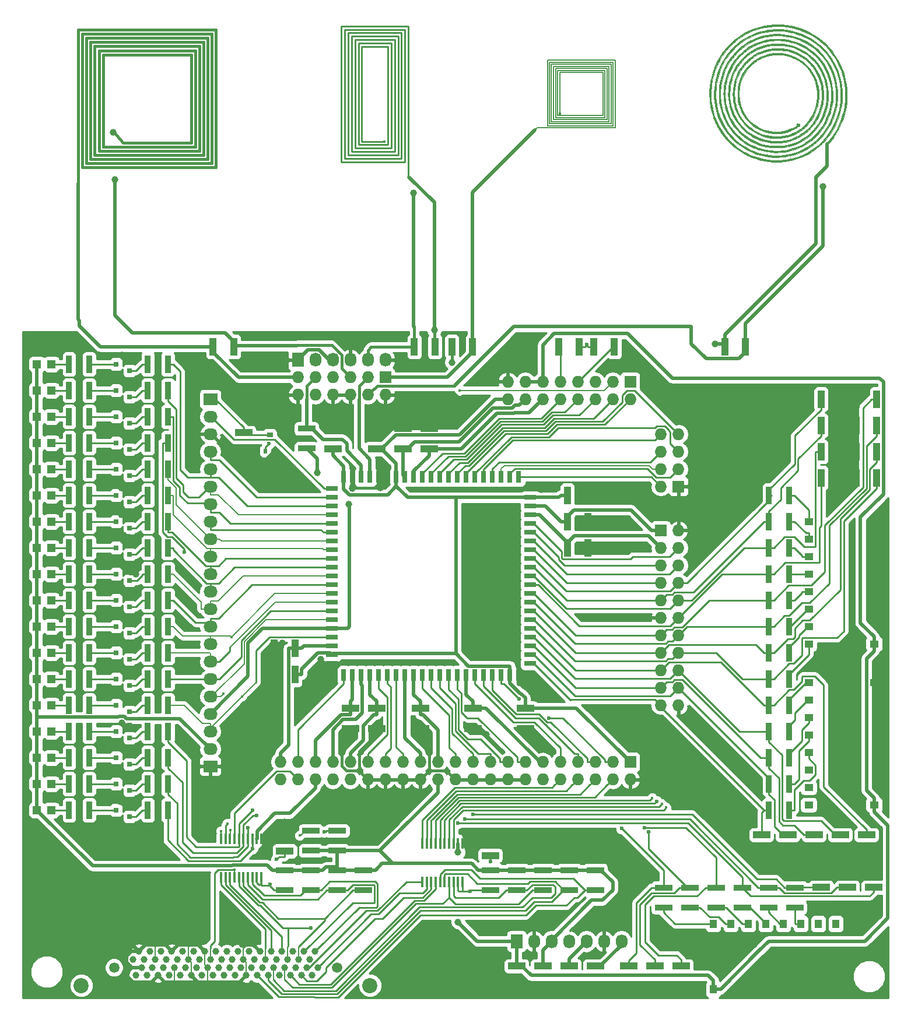
<source format=gbr>
G04 #@! TF.FileFunction,Copper,L1,Top,Signal*
%FSLAX46Y46*%
G04 Gerber Fmt 4.6, Leading zero omitted, Abs format (unit mm)*
G04 Created by KiCad (PCBNEW (2015-08-16 BZR 6097)-product) date Monday 17. August 2015 13.28.47*
%MOMM*%
G01*
G04 APERTURE LIST*
%ADD10C,0.100000*%
%ADD11C,0.150000*%
%ADD12C,0.250000*%
%ADD13C,0.449580*%
%ADD14R,0.762000X1.778000*%
%ADD15R,1.778000X0.762000*%
%ADD16R,1.300000X1.100000*%
%ADD17R,2.032000X1.727200*%
%ADD18O,2.032000X1.727200*%
%ADD19R,1.727200X2.032000*%
%ADD20O,1.727200X2.032000*%
%ADD21R,2.500000X1.000000*%
%ADD22R,1.000000X2.500000*%
%ADD23R,1.727200X1.727200*%
%ADD24O,1.727200X1.727200*%
%ADD25R,2.500000X0.900000*%
%ADD26R,0.900000X2.500000*%
%ADD27R,0.600000X0.700000*%
%ADD28R,0.900000X0.700000*%
%ADD29R,1.100000X1.300000*%
%ADD30R,0.150000X0.150000*%
%ADD31C,0.400000*%
%ADD32R,1.198880X1.198880*%
%ADD33C,1.000000*%
%ADD34C,1.500000*%
%ADD35C,2.200000*%
%ADD36R,0.299720X1.597660*%
%ADD37R,0.800100X0.800100*%
%ADD38R,0.250000X0.250000*%
%ADD39C,0.300000*%
%ADD40R,0.500000X0.500000*%
%ADD41O,0.500000X0.500000*%
%ADD42C,0.600000*%
%ADD43C,0.500000*%
%ADD44C,0.400000*%
%ADD45C,0.180000*%
%ADD46C,0.299600*%
%ADD47C,0.200000*%
%ADD48C,0.254000*%
G04 APERTURE END LIST*
D10*
D11*
X124828000Y-41877000D02*
X134968000Y-41877000D01*
X134968000Y-41877000D02*
X134968000Y-32037000D01*
X134968000Y-32037000D02*
X125128000Y-32037000D01*
X125128000Y-32037000D02*
X125128000Y-41577000D01*
X125128000Y-41577000D02*
X134668000Y-41577000D01*
X134668000Y-41577000D02*
X134668000Y-32337000D01*
X134668000Y-32337000D02*
X125428000Y-32337000D01*
X125428000Y-32337000D02*
X125428000Y-41287000D01*
X125428000Y-41287000D02*
X134378000Y-41287000D01*
X134378000Y-41287000D02*
X134378000Y-32627000D01*
X134378000Y-32627000D02*
X125718000Y-32627000D01*
X125718000Y-32627000D02*
X125718000Y-40987000D01*
X125718000Y-40987000D02*
X134078000Y-40987000D01*
X134078000Y-40987000D02*
X134078000Y-32927000D01*
X134078000Y-32927000D02*
X126018000Y-32927000D01*
X126018000Y-32927000D02*
X126018000Y-40687000D01*
X126018000Y-40687000D02*
X133778000Y-40687000D01*
X133778000Y-40687000D02*
X133778000Y-33227000D01*
X133778000Y-33227000D02*
X126318000Y-33227000D01*
X126318000Y-33227000D02*
X126318000Y-40387000D01*
X126318000Y-40387000D02*
X133478000Y-40387000D01*
X133478000Y-40387000D02*
X133478000Y-33527000D01*
X133478000Y-33527000D02*
X126618000Y-33527000D01*
X126618000Y-33527000D02*
X126618000Y-40087000D01*
X126618000Y-40087000D02*
X133178000Y-40087000D01*
X133178000Y-40087000D02*
X133178000Y-33827000D01*
X133178000Y-33827000D02*
X126918000Y-33827000D01*
X126918000Y-33827000D02*
X126918000Y-39787000D01*
D12*
X104956000Y-47337000D02*
X104956000Y-27077000D01*
X104956000Y-27077000D02*
X95196000Y-27077000D01*
X95196000Y-27077000D02*
X95196000Y-46837000D01*
X95196000Y-46837000D02*
X104456000Y-46837000D01*
X104456000Y-46837000D02*
X104456000Y-27577000D01*
X104456000Y-27577000D02*
X95696000Y-27577000D01*
X95696000Y-27577000D02*
X95696000Y-46337000D01*
X95696000Y-46337000D02*
X103956000Y-46337000D01*
X103956000Y-46337000D02*
X103956000Y-28077000D01*
X103956000Y-28077000D02*
X96196000Y-28077000D01*
X96196000Y-28077000D02*
X96196000Y-45837000D01*
X96196000Y-45837000D02*
X103456000Y-45837000D01*
X103456000Y-45837000D02*
X103456000Y-28577000D01*
X103456000Y-28577000D02*
X96696000Y-28577000D01*
X96696000Y-28577000D02*
X96696000Y-45337000D01*
X96696000Y-45337000D02*
X102956000Y-45337000D01*
X102956000Y-45337000D02*
X102956000Y-29077000D01*
X102956000Y-29077000D02*
X97196000Y-29077000D01*
X97196000Y-29077000D02*
X97196000Y-44837000D01*
X97196000Y-44837000D02*
X102456000Y-44837000D01*
X102456000Y-44837000D02*
X102456000Y-29577000D01*
X102456000Y-29577000D02*
X97696000Y-29577000D01*
X97696000Y-29577000D02*
X97696000Y-44337000D01*
X97696000Y-44337000D02*
X101956000Y-44337000D01*
X101956000Y-44337000D02*
X101956000Y-30077000D01*
X101956000Y-30077000D02*
X98196000Y-30077000D01*
X98196000Y-30077000D02*
X98196000Y-43837000D01*
X98196000Y-43837000D02*
X101456000Y-43837000D01*
D10*
G36*
X168610732Y-36836109D02*
X168607200Y-37484889D01*
X168564629Y-38135665D01*
X168482661Y-38786524D01*
X168360940Y-39435554D01*
X168258933Y-39860907D01*
X168085089Y-40449498D01*
X167872087Y-41035932D01*
X167622601Y-41614503D01*
X167339306Y-42179502D01*
X167024876Y-42725222D01*
X166681987Y-43245957D01*
X166654083Y-43285414D01*
X166559838Y-43413883D01*
X166447970Y-43559775D01*
X166325628Y-43714292D01*
X166199966Y-43868632D01*
X166078133Y-44013998D01*
X165967281Y-44141590D01*
X165885529Y-44231088D01*
X165777719Y-44345080D01*
X165694959Y-44278573D01*
X165647633Y-44238284D01*
X165617680Y-44208448D01*
X165612199Y-44199590D01*
X165625543Y-44179977D01*
X165661676Y-44136514D01*
X165714751Y-44076049D01*
X165766041Y-44019426D01*
X166148735Y-43572669D01*
X166507402Y-43093936D01*
X166840052Y-42586982D01*
X167144700Y-42055562D01*
X167419357Y-41503434D01*
X167662036Y-40934353D01*
X167870749Y-40352075D01*
X168043508Y-39760355D01*
X168065359Y-39674380D01*
X168157937Y-39277027D01*
X168232006Y-38897958D01*
X168288850Y-38526497D01*
X168329753Y-38151965D01*
X168355998Y-37763684D01*
X168368870Y-37350976D01*
X168370688Y-37134380D01*
X168370108Y-36884116D01*
X168367043Y-36666688D01*
X168360924Y-36472992D01*
X168351183Y-36293924D01*
X168337253Y-36120381D01*
X168318566Y-35943257D01*
X168294553Y-35753451D01*
X168276393Y-35622975D01*
X168164297Y-34981323D01*
X168013980Y-34354127D01*
X167826333Y-33742809D01*
X167602243Y-33148793D01*
X167342601Y-32573502D01*
X167048294Y-32018359D01*
X166720213Y-31484787D01*
X166359245Y-30974209D01*
X165966281Y-30488049D01*
X165542209Y-30027729D01*
X165087918Y-29594673D01*
X164604297Y-29190303D01*
X164092236Y-28816044D01*
X163974843Y-28737220D01*
X163430332Y-28402048D01*
X162868883Y-28104500D01*
X162292440Y-27844858D01*
X161702949Y-27623401D01*
X161102354Y-27440413D01*
X160492601Y-27296173D01*
X159875634Y-27190964D01*
X159253398Y-27125066D01*
X158627838Y-27098761D01*
X158000899Y-27112330D01*
X157374526Y-27166054D01*
X156750663Y-27260214D01*
X156131256Y-27395093D01*
X155641520Y-27532108D01*
X155062116Y-27731970D01*
X154498008Y-27970052D01*
X153948340Y-28246818D01*
X153412254Y-28562731D01*
X152888895Y-28918254D01*
X152432090Y-29269192D01*
X152326643Y-29358985D01*
X152199539Y-29474046D01*
X152056957Y-29608212D01*
X151905074Y-29755321D01*
X151750068Y-29909209D01*
X151598115Y-30063714D01*
X151455395Y-30212673D01*
X151328083Y-30349923D01*
X151222358Y-30469302D01*
X151186819Y-30511488D01*
X150790728Y-31023026D01*
X150431805Y-31553986D01*
X150109719Y-32104967D01*
X149824141Y-32676563D01*
X149574741Y-33269372D01*
X149417848Y-33708282D01*
X149278226Y-34156396D01*
X149162832Y-34590261D01*
X149069767Y-35020126D01*
X148997132Y-35456241D01*
X148943026Y-35908856D01*
X148905552Y-36388222D01*
X148898761Y-36509545D01*
X148887149Y-37130693D01*
X148916187Y-37753913D01*
X148985135Y-38375781D01*
X149093255Y-38992875D01*
X149239810Y-39601769D01*
X149424059Y-40199043D01*
X149645264Y-40781270D01*
X149902688Y-41345029D01*
X149971054Y-41479670D01*
X150280960Y-42032998D01*
X150623664Y-42560627D01*
X150998347Y-43061620D01*
X151404187Y-43535036D01*
X151840365Y-43979937D01*
X152306060Y-44395384D01*
X152800452Y-44780438D01*
X152943686Y-44882520D01*
X153184353Y-45043190D01*
X153450074Y-45207342D01*
X153731308Y-45369799D01*
X154018517Y-45525389D01*
X154302159Y-45668937D01*
X154572696Y-45795268D01*
X154811951Y-45895831D01*
X155406280Y-46110052D01*
X155995564Y-46283846D01*
X156583422Y-46417870D01*
X157173468Y-46512777D01*
X157769322Y-46569222D01*
X158374598Y-46587859D01*
X158619608Y-46584887D01*
X158904194Y-46575383D01*
X159160845Y-46560570D01*
X159403415Y-46539137D01*
X159645764Y-46509772D01*
X159901746Y-46471162D01*
X160007405Y-46453462D01*
X160609734Y-46329225D01*
X161198004Y-46166065D01*
X161770691Y-45965128D01*
X162326270Y-45727557D01*
X162863217Y-45454499D01*
X163380009Y-45147099D01*
X163875121Y-44806502D01*
X164347028Y-44433854D01*
X164794208Y-44030299D01*
X165215135Y-43596983D01*
X165608286Y-43135051D01*
X165972137Y-42645649D01*
X166305163Y-42129922D01*
X166605840Y-41589014D01*
X166681479Y-41438393D01*
X166930795Y-40891108D01*
X167143841Y-40337249D01*
X167322140Y-39771674D01*
X167467217Y-39189237D01*
X167580594Y-38584794D01*
X167631156Y-38232055D01*
X167643945Y-38127517D01*
X167654226Y-38029919D01*
X167662273Y-37932795D01*
X167668358Y-37829680D01*
X167672755Y-37714107D01*
X167675735Y-37579610D01*
X167677572Y-37419724D01*
X167678539Y-37227982D01*
X167678804Y-37102893D01*
X167678761Y-36879618D01*
X167677633Y-36690879D01*
X167674945Y-36529232D01*
X167670224Y-36387233D01*
X167662997Y-36257438D01*
X167652790Y-36132405D01*
X167639131Y-36004689D01*
X167621546Y-35866848D01*
X167599561Y-35711436D01*
X167583362Y-35601984D01*
X167471083Y-34992155D01*
X167318639Y-34393030D01*
X167126917Y-33806525D01*
X166896806Y-33234555D01*
X166629194Y-32679036D01*
X166324967Y-32141883D01*
X165985016Y-31625011D01*
X165610227Y-31130336D01*
X165388313Y-30866990D01*
X164981719Y-30433829D01*
X164544769Y-30028315D01*
X164079899Y-29651878D01*
X163589545Y-29305948D01*
X163076140Y-28991952D01*
X162542121Y-28711320D01*
X161989923Y-28465481D01*
X161421980Y-28255864D01*
X160840728Y-28083899D01*
X160511207Y-28004773D01*
X159910461Y-27893092D01*
X159307544Y-27821729D01*
X158704605Y-27790297D01*
X158103793Y-27798406D01*
X157507260Y-27845667D01*
X156917154Y-27931691D01*
X156335625Y-28056090D01*
X155764823Y-28218474D01*
X155206897Y-28418455D01*
X154663997Y-28655643D01*
X154138273Y-28929651D01*
X153631875Y-29240088D01*
X153612904Y-29252690D01*
X153317557Y-29456553D01*
X153046513Y-29659583D01*
X152788885Y-29870765D01*
X152533786Y-30099083D01*
X152270328Y-30353522D01*
X152229934Y-30393975D01*
X151886204Y-30756258D01*
X151575633Y-31119939D01*
X151292058Y-31493521D01*
X151029317Y-31885508D01*
X150781247Y-32304403D01*
X150600704Y-32642149D01*
X150341971Y-33191165D01*
X150120065Y-33756153D01*
X149935194Y-34334394D01*
X149787567Y-34923165D01*
X149677390Y-35519744D01*
X149604873Y-36121410D01*
X149570223Y-36725442D01*
X149573647Y-37329117D01*
X149615355Y-37929715D01*
X149695553Y-38524513D01*
X149814450Y-39110791D01*
X149972254Y-39685827D01*
X150045474Y-39909629D01*
X150240358Y-40428394D01*
X150464040Y-40933252D01*
X150712939Y-41416920D01*
X150983472Y-41872114D01*
X151091096Y-42035951D01*
X151428916Y-42501427D01*
X151798446Y-42946025D01*
X152195801Y-43365896D01*
X152617094Y-43757193D01*
X153058440Y-44116069D01*
X153515953Y-44438677D01*
X153521459Y-44442269D01*
X154036927Y-44756028D01*
X154561013Y-45030421D01*
X155096668Y-45266531D01*
X155646843Y-45465439D01*
X156214491Y-45628228D01*
X156802563Y-45755981D01*
X157330959Y-45839186D01*
X157495441Y-45856594D01*
X157691456Y-45870421D01*
X157910707Y-45880624D01*
X158144897Y-45887159D01*
X158385729Y-45889984D01*
X158624906Y-45889054D01*
X158854133Y-45884328D01*
X159065112Y-45875761D01*
X159249546Y-45863310D01*
X159377653Y-45849849D01*
X159960968Y-45758316D01*
X160516244Y-45638425D01*
X161047640Y-45488765D01*
X161559311Y-45307923D01*
X162055416Y-45094486D01*
X162540113Y-44847042D01*
X162841290Y-44673175D01*
X163240095Y-44413842D01*
X163637013Y-44119541D01*
X164024798Y-43796825D01*
X164396208Y-43452247D01*
X164743998Y-43092361D01*
X165060925Y-42723719D01*
X165214593Y-42526112D01*
X165561426Y-42028432D01*
X165871932Y-41511804D01*
X166145850Y-40978337D01*
X166382917Y-40430140D01*
X166582871Y-39869324D01*
X166745450Y-39297998D01*
X166870391Y-38718272D01*
X166957432Y-38132257D01*
X167006312Y-37542061D01*
X167016768Y-36949795D01*
X166988537Y-36357569D01*
X166921357Y-35767493D01*
X166814967Y-35181676D01*
X166669105Y-34602229D01*
X166483506Y-34031261D01*
X166321618Y-33618265D01*
X166283283Y-33531424D01*
X166230867Y-33418448D01*
X166169662Y-33290449D01*
X166104958Y-33158540D01*
X166060670Y-33070323D01*
X165773849Y-32551050D01*
X165453481Y-32056775D01*
X165100379Y-31588377D01*
X164715355Y-31146731D01*
X164299225Y-30732713D01*
X163852802Y-30347202D01*
X163376898Y-29991072D01*
X162935752Y-29703526D01*
X162821628Y-29637220D01*
X162678287Y-29559030D01*
X162514662Y-29473392D01*
X162339687Y-29384741D01*
X162162293Y-29297511D01*
X161991413Y-29216138D01*
X161835981Y-29145056D01*
X161704928Y-29088699D01*
X161665752Y-29072993D01*
X161150775Y-28891842D01*
X160610305Y-28740101D01*
X160050108Y-28619154D01*
X159475952Y-28530384D01*
X159335670Y-28513905D01*
X159219769Y-28504337D01*
X159070800Y-28496922D01*
X158897237Y-28491662D01*
X158707556Y-28488559D01*
X158510229Y-28487613D01*
X158313733Y-28488826D01*
X158126542Y-28492198D01*
X157957129Y-28497732D01*
X157813971Y-28505429D01*
X157719306Y-28513666D01*
X157380712Y-28555863D01*
X157071599Y-28604018D01*
X156779595Y-28660766D01*
X156492330Y-28728744D01*
X156197433Y-28810587D01*
X155917784Y-28897466D01*
X155383726Y-29092123D01*
X154868263Y-29323477D01*
X154372743Y-29589947D01*
X153898516Y-29889953D01*
X153446931Y-30221911D01*
X153019336Y-30584243D01*
X152617082Y-30975367D01*
X152241517Y-31393702D01*
X151893989Y-31837666D01*
X151575849Y-32305679D01*
X151288446Y-32796160D01*
X151033127Y-33307527D01*
X150811243Y-33838200D01*
X150624143Y-34386598D01*
X150473175Y-34951140D01*
X150384940Y-35381571D01*
X150350058Y-35583021D01*
X150322011Y-35762076D01*
X150300096Y-35927421D01*
X150283614Y-36087741D01*
X150271863Y-36251719D01*
X150264141Y-36428041D01*
X150259749Y-36625391D01*
X150257985Y-36852453D01*
X150257859Y-36955951D01*
X150258829Y-37196222D01*
X150262114Y-37403135D01*
X150268420Y-37585284D01*
X150278448Y-37751265D01*
X150292903Y-37909671D01*
X150312488Y-38069097D01*
X150337907Y-38238137D01*
X150369862Y-38425386D01*
X150385003Y-38509339D01*
X150510431Y-39083553D01*
X150673355Y-39640715D01*
X150872459Y-40179483D01*
X151106429Y-40698516D01*
X151373948Y-41196473D01*
X151673701Y-41672012D01*
X152004374Y-42123794D01*
X152364650Y-42550475D01*
X152753215Y-42950715D01*
X153168753Y-43323173D01*
X153609948Y-43666508D01*
X154075487Y-43979377D01*
X154564052Y-44260441D01*
X155074329Y-44508357D01*
X155605002Y-44721785D01*
X156154757Y-44899384D01*
X156722278Y-45039811D01*
X156806166Y-45057048D01*
X157007091Y-45095506D01*
X157190933Y-45126362D01*
X157366339Y-45150377D01*
X157541956Y-45168309D01*
X157726429Y-45180917D01*
X157928405Y-45188960D01*
X158156531Y-45193199D01*
X158370050Y-45194368D01*
X158589539Y-45194065D01*
X158774914Y-45192227D01*
X158934031Y-45188341D01*
X159074748Y-45181898D01*
X159204921Y-45172385D01*
X159332406Y-45159291D01*
X159465061Y-45142105D01*
X159610743Y-45120316D01*
X159682033Y-45108970D01*
X160241505Y-44997858D01*
X160786784Y-44847876D01*
X161316266Y-44660209D01*
X161828344Y-44436038D01*
X162321416Y-44176547D01*
X162793875Y-43882918D01*
X163244119Y-43556335D01*
X163670541Y-43197979D01*
X164071537Y-42809035D01*
X164445503Y-42390684D01*
X164790833Y-41944110D01*
X165105924Y-41470496D01*
X165389171Y-40971023D01*
X165445735Y-40860413D01*
X165680220Y-40353887D01*
X165877785Y-39841093D01*
X166039827Y-39317144D01*
X166167743Y-38777156D01*
X166262930Y-38216241D01*
X166306906Y-37848099D01*
X166318872Y-37691352D01*
X166326987Y-37502732D01*
X166331319Y-37292166D01*
X166331937Y-37069581D01*
X166328906Y-36844905D01*
X166322294Y-36628066D01*
X166312170Y-36428990D01*
X166298599Y-36257605D01*
X166295933Y-36231736D01*
X166213304Y-35645629D01*
X166093129Y-35078091D01*
X165935157Y-34528408D01*
X165739134Y-33995867D01*
X165504809Y-33479756D01*
X165231929Y-32979362D01*
X165034385Y-32663141D01*
X164703489Y-32196958D01*
X164343233Y-31760294D01*
X163954995Y-31354072D01*
X163540153Y-30979217D01*
X163100085Y-30636649D01*
X162636170Y-30327295D01*
X162149787Y-30052075D01*
X161642314Y-29811914D01*
X161115129Y-29607735D01*
X160569611Y-29440461D01*
X160038893Y-29317215D01*
X159825926Y-29276848D01*
X159635372Y-29244894D01*
X159457476Y-29220466D01*
X159282483Y-29202679D01*
X159100639Y-29190647D01*
X158902190Y-29183483D01*
X158677381Y-29180303D01*
X158527488Y-29179936D01*
X158200595Y-29184050D01*
X157904900Y-29196688D01*
X157630258Y-29219066D01*
X157366525Y-29252400D01*
X157103556Y-29297908D01*
X156831206Y-29356806D01*
X156622934Y-29408362D01*
X156087182Y-29568100D01*
X155570275Y-29764559D01*
X155073513Y-29996321D01*
X154598196Y-30261965D01*
X154145625Y-30560070D01*
X153717101Y-30889217D01*
X153313924Y-31247986D01*
X152937395Y-31634956D01*
X152588814Y-32048707D01*
X152269482Y-32487819D01*
X151980700Y-32950872D01*
X151723768Y-33436446D01*
X151499987Y-33943121D01*
X151310658Y-34469476D01*
X151157081Y-35014092D01*
X151056312Y-35486529D01*
X151014936Y-35726377D01*
X150983094Y-35944789D01*
X150959756Y-36153598D01*
X150943891Y-36364638D01*
X150934467Y-36589742D01*
X150930454Y-36840743D01*
X150930139Y-36934959D01*
X150931297Y-37166707D01*
X150935705Y-37367352D01*
X150944210Y-37547704D01*
X150957654Y-37718575D01*
X150976883Y-37890775D01*
X151002743Y-38075116D01*
X151034866Y-38275193D01*
X151147730Y-38825147D01*
X151299102Y-39361018D01*
X151487877Y-39880988D01*
X151712949Y-40383242D01*
X151973212Y-40865962D01*
X152267560Y-41327333D01*
X152594889Y-41765538D01*
X152954092Y-42178760D01*
X153344063Y-42565185D01*
X153763698Y-42922994D01*
X153951290Y-43066349D01*
X154403902Y-43374848D01*
X154879624Y-43648670D01*
X155377148Y-43887294D01*
X155895169Y-44090196D01*
X156432378Y-44256854D01*
X156987470Y-44386745D01*
X157446413Y-44464240D01*
X157574142Y-44478002D01*
X157735699Y-44488847D01*
X157923066Y-44496774D01*
X158128226Y-44501785D01*
X158343161Y-44503878D01*
X158559853Y-44503056D01*
X158770285Y-44499317D01*
X158966441Y-44492663D01*
X159140301Y-44483095D01*
X159283848Y-44470611D01*
X159335670Y-44464148D01*
X159895647Y-44365239D01*
X160436180Y-44229375D01*
X160956875Y-44056748D01*
X161457338Y-43847552D01*
X161937176Y-43601980D01*
X162395995Y-43320225D01*
X162833402Y-43002480D01*
X163249003Y-42648938D01*
X163472155Y-42435302D01*
X163852714Y-42026401D01*
X164198343Y-41594411D01*
X164508711Y-41140025D01*
X164783487Y-40663934D01*
X165022341Y-40166828D01*
X165224942Y-39649401D01*
X165390960Y-39112343D01*
X165520063Y-38556346D01*
X165611921Y-37982101D01*
X165615513Y-37953058D01*
X165626405Y-37833848D01*
X165634702Y-37681470D01*
X165640448Y-37503724D01*
X165643689Y-37308414D01*
X165644469Y-37103340D01*
X165642833Y-36896304D01*
X165638826Y-36695107D01*
X165632491Y-36507552D01*
X165623875Y-36341439D01*
X165613021Y-36204570D01*
X165605111Y-36137273D01*
X165506283Y-35568891D01*
X165372441Y-35023552D01*
X165203383Y-34500832D01*
X164998907Y-34000307D01*
X164758813Y-33521555D01*
X164482898Y-33064152D01*
X164170961Y-32627674D01*
X163822802Y-32211698D01*
X163649471Y-32026125D01*
X163252666Y-31644646D01*
X162834239Y-31299119D01*
X162394498Y-30989695D01*
X161933749Y-30716525D01*
X161452301Y-30479759D01*
X160950459Y-30279548D01*
X160428531Y-30116044D01*
X159886824Y-29989395D01*
X159325645Y-29899755D01*
X159314678Y-29898396D01*
X159192387Y-29887232D01*
X159037017Y-29879052D01*
X158857139Y-29873796D01*
X158661328Y-29871404D01*
X158458157Y-29871814D01*
X158256200Y-29874967D01*
X158064030Y-29880800D01*
X157890220Y-29889255D01*
X157743345Y-29900269D01*
X157656331Y-29910131D01*
X157106445Y-30006235D01*
X156577301Y-30138828D01*
X156068921Y-30307896D01*
X155581327Y-30513431D01*
X155114541Y-30755422D01*
X154668586Y-31033857D01*
X154243483Y-31348726D01*
X153839256Y-31700018D01*
X153744598Y-31790478D01*
X153370815Y-32183136D01*
X153030947Y-32600519D01*
X152725134Y-33042419D01*
X152453514Y-33508624D01*
X152216227Y-33998926D01*
X152108348Y-34258513D01*
X151934142Y-34749122D01*
X151798004Y-35240832D01*
X151698896Y-35739212D01*
X151635782Y-36249831D01*
X151607623Y-36778259D01*
X151605824Y-36955951D01*
X151623903Y-37493461D01*
X151678695Y-38012911D01*
X151771081Y-38518116D01*
X151901940Y-39012888D01*
X152072151Y-39501043D01*
X152282594Y-39986395D01*
X152324554Y-40073223D01*
X152576999Y-40540568D01*
X152863500Y-40983552D01*
X153183248Y-41401210D01*
X153535436Y-41792574D01*
X153919258Y-42156679D01*
X154333906Y-42492558D01*
X154362823Y-42514068D01*
X154794591Y-42807528D01*
X155248477Y-43065786D01*
X155722715Y-43288168D01*
X156215537Y-43473999D01*
X156725178Y-43622604D01*
X157249870Y-43733310D01*
X157729802Y-43799597D01*
X157885258Y-43811661D01*
X158071372Y-43819352D01*
X158277054Y-43822757D01*
X158491216Y-43821961D01*
X158702769Y-43817051D01*
X158900625Y-43808112D01*
X159073694Y-43795232D01*
X159136248Y-43788676D01*
X159662150Y-43706998D01*
X160172822Y-43586643D01*
X160667097Y-43428170D01*
X161143807Y-43232139D01*
X161601785Y-42999110D01*
X162039865Y-42729642D01*
X162456880Y-42424296D01*
X162851662Y-42083631D01*
X163009720Y-41930992D01*
X163361796Y-41550122D01*
X163682755Y-41141682D01*
X163971544Y-40707407D01*
X164227112Y-40249030D01*
X164448407Y-39768287D01*
X164634376Y-39266911D01*
X164644104Y-39237085D01*
X164788926Y-38722036D01*
X164893441Y-38197643D01*
X164957480Y-37666883D01*
X164980871Y-37132733D01*
X164963443Y-36598172D01*
X164905026Y-36066176D01*
X164845748Y-35726925D01*
X164725883Y-35234397D01*
X164566142Y-34748893D01*
X164368549Y-34274768D01*
X164135127Y-33816376D01*
X163867899Y-33378071D01*
X163568888Y-32964207D01*
X163552265Y-32943129D01*
X163457247Y-32829522D01*
X163338561Y-32697438D01*
X163203811Y-32554540D01*
X163060601Y-32408494D01*
X162916534Y-32266963D01*
X162779215Y-32137611D01*
X162656247Y-32028103D01*
X162589389Y-31972608D01*
X162199103Y-31685853D01*
X161781473Y-31425491D01*
X161342875Y-31194590D01*
X160889687Y-30996222D01*
X160428285Y-30833454D01*
X159965422Y-30709442D01*
X159511856Y-30625683D01*
X159044186Y-30573783D01*
X158571513Y-30553998D01*
X158102934Y-30566583D01*
X157647548Y-30611794D01*
X157469035Y-30639429D01*
X156970892Y-30746010D01*
X156487260Y-30891432D01*
X156019993Y-31074507D01*
X155570946Y-31294047D01*
X155141975Y-31548862D01*
X154734933Y-31837764D01*
X154351676Y-32159565D01*
X153994059Y-32513074D01*
X153663936Y-32897105D01*
X153410606Y-33240413D01*
X153142294Y-33667647D01*
X152909419Y-34115159D01*
X152712449Y-34579997D01*
X152551852Y-35059207D01*
X152428094Y-35549838D01*
X152341644Y-36048935D01*
X152292968Y-36553546D01*
X152282535Y-37060718D01*
X152310811Y-37567497D01*
X152378265Y-38070930D01*
X152485364Y-38568066D01*
X152537246Y-38757087D01*
X152698754Y-39237474D01*
X152897566Y-39698798D01*
X153133066Y-40140010D01*
X153404635Y-40560064D01*
X153711656Y-40957911D01*
X154053512Y-41332502D01*
X154056248Y-41335263D01*
X154412630Y-41670604D01*
X154779590Y-41967203D01*
X155161660Y-42227863D01*
X155563373Y-42455388D01*
X155989259Y-42652581D01*
X156443850Y-42822247D01*
X156478021Y-42833545D01*
X156958012Y-42969680D01*
X157443212Y-43065771D01*
X157931080Y-43122108D01*
X158419075Y-43138980D01*
X158904654Y-43116677D01*
X159385276Y-43055489D01*
X159858398Y-42955707D01*
X160321479Y-42817620D01*
X160771978Y-42641518D01*
X161207352Y-42427691D01*
X161492334Y-42261595D01*
X161700721Y-42126800D01*
X161890137Y-41992379D01*
X162070337Y-41850480D01*
X162251078Y-41693251D01*
X162442115Y-41512841D01*
X162527935Y-41428101D01*
X162852877Y-41080529D01*
X163139819Y-40723176D01*
X163392549Y-40350285D01*
X163614856Y-39956099D01*
X163810530Y-39534862D01*
X163869504Y-39389951D01*
X164025430Y-38949670D01*
X164144745Y-38511043D01*
X164228827Y-38066689D01*
X164279056Y-37609227D01*
X164296810Y-37131277D01*
X164296873Y-37102893D01*
X164280940Y-36617439D01*
X164231932Y-36154118D01*
X164148590Y-35707671D01*
X164029658Y-35272840D01*
X163873877Y-34844366D01*
X163679990Y-34416991D01*
X163631524Y-34321488D01*
X163389103Y-33897488D01*
X163114489Y-33499709D01*
X162809247Y-33129416D01*
X162474945Y-32787875D01*
X162113150Y-32476351D01*
X161725428Y-32196108D01*
X161313346Y-31948411D01*
X160878472Y-31734527D01*
X160422371Y-31555719D01*
X160070380Y-31446246D01*
X159684490Y-31355812D01*
X159276165Y-31291247D01*
X158856757Y-31253508D01*
X158437623Y-31243548D01*
X158030117Y-31262321D01*
X157959109Y-31268803D01*
X157511604Y-31333067D01*
X157064267Y-31436550D01*
X156623776Y-31576993D01*
X156196808Y-31752139D01*
X155790039Y-31959732D01*
X155622133Y-32058946D01*
X155225487Y-32327995D01*
X154856971Y-32627503D01*
X154517596Y-32955878D01*
X154208375Y-33311526D01*
X153930319Y-33692857D01*
X153684441Y-34098278D01*
X153471753Y-34526196D01*
X153293267Y-34975021D01*
X153149994Y-35443158D01*
X153042947Y-35929017D01*
X153003163Y-36179256D01*
X152984172Y-36357962D01*
X152971588Y-36566924D01*
X152965333Y-36795153D01*
X152965331Y-37031659D01*
X152971505Y-37265453D01*
X152983777Y-37485545D01*
X153002071Y-37680944D01*
X153014314Y-37771597D01*
X153100116Y-38220631D01*
X153216801Y-38647675D01*
X153367350Y-39062107D01*
X153554742Y-39473306D01*
X153555570Y-39474959D01*
X153786739Y-39893493D01*
X154045012Y-40280399D01*
X154331719Y-40637187D01*
X154648184Y-40965366D01*
X154995735Y-41266444D01*
X155368232Y-41536969D01*
X155767822Y-41778751D01*
X156183258Y-41983637D01*
X156611769Y-42151435D01*
X157050581Y-42281950D01*
X157496924Y-42374990D01*
X157948025Y-42430362D01*
X158401112Y-42447872D01*
X158853413Y-42427326D01*
X159302156Y-42368532D01*
X159744570Y-42271297D01*
X160177882Y-42135426D01*
X160599321Y-41960727D01*
X160706123Y-41909162D01*
X160868929Y-41824081D01*
X161037895Y-41728527D01*
X161202506Y-41628914D01*
X161352250Y-41531658D01*
X161476612Y-41443175D01*
X161502171Y-41423439D01*
X161579994Y-41362106D01*
X161643865Y-41450277D01*
X161680004Y-41502483D01*
X161702996Y-41540156D01*
X161707393Y-41551042D01*
X161690555Y-41569549D01*
X161644756Y-41606141D01*
X161576413Y-41656301D01*
X161491944Y-41715511D01*
X161397767Y-41779256D01*
X161300301Y-41843017D01*
X161224926Y-41890599D01*
X161099100Y-41963789D01*
X160945588Y-42045698D01*
X160776141Y-42130637D01*
X160602507Y-42212918D01*
X160436434Y-42286851D01*
X160289672Y-42346747D01*
X160259306Y-42358153D01*
X159858493Y-42485767D01*
X159436539Y-42582899D01*
X159002350Y-42648386D01*
X158564834Y-42681068D01*
X158132898Y-42679781D01*
X157908232Y-42664835D01*
X157420607Y-42600767D01*
X156948482Y-42498536D01*
X156493324Y-42359552D01*
X156056605Y-42185221D01*
X155639792Y-41976953D01*
X155244355Y-41736154D01*
X154871763Y-41464232D01*
X154523486Y-41162596D01*
X154200992Y-40832654D01*
X153905751Y-40475813D01*
X153639231Y-40093481D01*
X153402903Y-39687066D01*
X153198235Y-39257977D01*
X153026697Y-38807620D01*
X152889757Y-38337405D01*
X152788885Y-37848738D01*
X152772308Y-37743141D01*
X152754745Y-37588405D01*
X152742252Y-37401633D01*
X152734774Y-37192456D01*
X152732253Y-36970508D01*
X152734636Y-36745421D01*
X152741865Y-36526828D01*
X152753886Y-36324361D01*
X152770642Y-36147653D01*
X152782032Y-36063802D01*
X152881022Y-35553981D01*
X153015932Y-35065619D01*
X153187037Y-34597995D01*
X153394611Y-34150387D01*
X153638930Y-33722073D01*
X153722293Y-33592919D01*
X153844212Y-33413747D01*
X153957988Y-33257440D01*
X154072574Y-33112966D01*
X154196926Y-32969290D01*
X154339996Y-32815378D01*
X154423028Y-32729414D01*
X154779605Y-32393446D01*
X155160139Y-32091536D01*
X155562889Y-31824630D01*
X155986116Y-31593675D01*
X156428078Y-31399617D01*
X156887034Y-31243403D01*
X157361243Y-31125979D01*
X157378438Y-31122515D01*
X157625092Y-31077345D01*
X157854458Y-31044946D01*
X158081439Y-31023914D01*
X158320936Y-31012845D01*
X158569471Y-31010265D01*
X159057043Y-31030094D01*
X159529787Y-31087337D01*
X159992559Y-31183025D01*
X160450212Y-31318187D01*
X160907599Y-31493853D01*
X160964412Y-31518455D01*
X161404598Y-31734002D01*
X161822679Y-31984187D01*
X162217060Y-32267009D01*
X162586143Y-32580473D01*
X162928330Y-32922579D01*
X163242024Y-33291329D01*
X163525628Y-33684726D01*
X163777544Y-34100771D01*
X163996175Y-34537466D01*
X164179923Y-34992814D01*
X164327192Y-35464816D01*
X164413623Y-35832893D01*
X164451151Y-36029367D01*
X164480046Y-36208878D01*
X164501272Y-36382029D01*
X164515794Y-36559425D01*
X164524575Y-36751673D01*
X164528581Y-36969375D01*
X164529097Y-37102893D01*
X164524900Y-37407727D01*
X164511325Y-37682761D01*
X164486898Y-37939425D01*
X164450144Y-38189152D01*
X164399588Y-38443373D01*
X164333756Y-38713520D01*
X164309760Y-38803223D01*
X164157209Y-39287069D01*
X163968985Y-39752402D01*
X163746752Y-40197494D01*
X163492169Y-40620621D01*
X163206898Y-41020056D01*
X162892602Y-41394073D01*
X162550940Y-41740944D01*
X162183574Y-42058944D01*
X161792165Y-42346347D01*
X161378376Y-42601426D01*
X160943866Y-42822455D01*
X160490298Y-43007708D01*
X160159358Y-43116056D01*
X159956392Y-43173037D01*
X159763697Y-43220506D01*
X159566322Y-43261728D01*
X159349318Y-43299964D01*
X159230711Y-43318686D01*
X159054129Y-43339978D01*
X158847047Y-43355513D01*
X158620237Y-43365214D01*
X158384468Y-43369000D01*
X158150510Y-43366792D01*
X157929134Y-43358511D01*
X157731110Y-43344078D01*
X157614347Y-43330578D01*
X157207544Y-43264234D01*
X156829595Y-43181264D01*
X156469527Y-43078330D01*
X156116369Y-42952093D01*
X155759149Y-42799216D01*
X155567653Y-42707840D01*
X155116165Y-42463669D01*
X154694574Y-42190410D01*
X154301302Y-41886761D01*
X153934772Y-41551417D01*
X153593407Y-41183077D01*
X153340735Y-40868234D01*
X153047416Y-40444561D01*
X152790186Y-40000016D01*
X152569649Y-39536165D01*
X152386406Y-39054572D01*
X152241060Y-38556804D01*
X152134216Y-38044423D01*
X152071807Y-37575480D01*
X152061676Y-37438076D01*
X152054672Y-37270739D01*
X152050789Y-37084371D01*
X152050019Y-36889876D01*
X152052353Y-36698158D01*
X152057785Y-36520118D01*
X152066305Y-36366662D01*
X152072726Y-36292576D01*
X152147326Y-35761313D01*
X152258899Y-35246262D01*
X152406089Y-34748806D01*
X152587539Y-34270326D01*
X152801896Y-33812204D01*
X153047803Y-33375823D01*
X153323904Y-32962564D01*
X153628845Y-32573810D01*
X153961269Y-32210941D01*
X154319821Y-31875341D01*
X154703145Y-31568390D01*
X155109886Y-31291471D01*
X155538688Y-31045967D01*
X155988195Y-30833258D01*
X156457053Y-30654727D01*
X156943906Y-30511755D01*
X157447397Y-30405725D01*
X157908232Y-30343565D01*
X158038493Y-30333900D01*
X158199692Y-30327140D01*
X158380885Y-30323285D01*
X158571128Y-30322335D01*
X158759475Y-30324291D01*
X158934982Y-30329151D01*
X159086705Y-30336917D01*
X159167736Y-30343558D01*
X159694213Y-30416617D01*
X160206494Y-30528277D01*
X160703004Y-30677176D01*
X161182169Y-30861948D01*
X161642413Y-31081229D01*
X162082164Y-31333654D01*
X162499845Y-31617861D01*
X162893882Y-31932484D01*
X163262701Y-32276159D01*
X163604727Y-32647521D01*
X163918386Y-33045208D01*
X164202103Y-33467853D01*
X164454303Y-33914094D01*
X164673412Y-34382565D01*
X164857855Y-34871903D01*
X165006057Y-35380743D01*
X165012785Y-35407882D01*
X165100665Y-35812161D01*
X165162185Y-36207560D01*
X165199057Y-36608471D01*
X165212994Y-37029286D01*
X165213212Y-37092397D01*
X165193244Y-37636941D01*
X165134086Y-38171220D01*
X165036859Y-38693533D01*
X164902680Y-39202181D01*
X164732671Y-39695462D01*
X164527950Y-40171677D01*
X164289637Y-40629125D01*
X164018852Y-41066105D01*
X163716714Y-41480918D01*
X163384343Y-41871863D01*
X163022859Y-42237240D01*
X162633380Y-42575348D01*
X162217027Y-42884486D01*
X161774919Y-43162956D01*
X161308175Y-43409056D01*
X160948968Y-43568761D01*
X160578814Y-43707537D01*
X160196837Y-43823609D01*
X159795535Y-43918854D01*
X159367405Y-43995148D01*
X159094265Y-44032642D01*
X158983727Y-44042656D01*
X158840416Y-44050199D01*
X158673473Y-44055267D01*
X158492036Y-44057854D01*
X158305243Y-44057956D01*
X158122234Y-44055566D01*
X157952148Y-44050679D01*
X157804123Y-44043291D01*
X157687818Y-44033455D01*
X157132389Y-43950656D01*
X156594496Y-43830159D01*
X156074845Y-43672298D01*
X155574139Y-43477405D01*
X155093085Y-43245815D01*
X154632386Y-42977861D01*
X154192749Y-42673877D01*
X153774878Y-42334196D01*
X153445817Y-42026124D01*
X153073835Y-41626444D01*
X152737270Y-41204283D01*
X152436386Y-40760113D01*
X152171446Y-40294405D01*
X151942714Y-39807630D01*
X151750453Y-39300261D01*
X151594927Y-38772769D01*
X151568704Y-38666777D01*
X151460304Y-38125800D01*
X151392823Y-37580518D01*
X151365793Y-37033392D01*
X151378749Y-36486881D01*
X151431222Y-35943446D01*
X151522746Y-35405546D01*
X151652852Y-34875644D01*
X151821074Y-34356198D01*
X152026945Y-33849670D01*
X152269996Y-33358519D01*
X152549762Y-32885206D01*
X152712955Y-32642149D01*
X152864949Y-32431859D01*
X153013306Y-32241442D01*
X153167691Y-32059454D01*
X153337768Y-31874447D01*
X153510463Y-31697682D01*
X153913168Y-31323366D01*
X154336838Y-30985358D01*
X154780930Y-30683909D01*
X155244900Y-30419271D01*
X155728205Y-30191696D01*
X156230301Y-30001437D01*
X156750644Y-29848745D01*
X157288692Y-29733873D01*
X157843899Y-29657073D01*
X157929223Y-29648797D01*
X158057517Y-29640499D01*
X158217281Y-29635561D01*
X158399484Y-29633794D01*
X158595099Y-29635009D01*
X158795095Y-29639018D01*
X158990444Y-29645631D01*
X159172116Y-29654659D01*
X159331082Y-29665914D01*
X159458313Y-29679206D01*
X159472116Y-29681083D01*
X160034329Y-29780363D01*
X160579710Y-29917223D01*
X161107022Y-30090925D01*
X161615027Y-30300730D01*
X162102487Y-30545899D01*
X162568164Y-30825692D01*
X163010821Y-31139372D01*
X163429221Y-31486199D01*
X163822124Y-31865433D01*
X164188295Y-32276337D01*
X164502238Y-32684133D01*
X164799490Y-33134127D01*
X165064715Y-33608895D01*
X165295560Y-34103511D01*
X165489673Y-34613049D01*
X165610431Y-35004527D01*
X165742629Y-35558042D01*
X165833770Y-36116041D01*
X165884250Y-36676351D01*
X165894463Y-37236797D01*
X165864805Y-37795204D01*
X165795672Y-38349397D01*
X165687458Y-38897203D01*
X165540559Y-39436448D01*
X165355370Y-39964955D01*
X165132286Y-40480552D01*
X164871703Y-40981064D01*
X164574016Y-41464316D01*
X164387623Y-41731571D01*
X164226827Y-41939840D01*
X164039730Y-42161229D01*
X163834277Y-42387528D01*
X163618414Y-42610528D01*
X163400088Y-42822020D01*
X163187244Y-43013796D01*
X162987829Y-43177647D01*
X162987812Y-43177661D01*
X162528778Y-43508561D01*
X162057277Y-43799742D01*
X161571908Y-44051772D01*
X161071269Y-44265221D01*
X160553958Y-44440656D01*
X160018573Y-44578647D01*
X159463712Y-44679761D01*
X159199223Y-44714315D01*
X159016895Y-44730557D01*
X158803896Y-44741733D01*
X158571229Y-44747840D01*
X158329901Y-44748875D01*
X158090917Y-44744833D01*
X157865282Y-44735709D01*
X157664002Y-44721501D01*
X157597452Y-44714905D01*
X157029938Y-44632801D01*
X156476366Y-44512030D01*
X155938276Y-44353657D01*
X155417211Y-44158746D01*
X154914713Y-43928361D01*
X154432324Y-43663566D01*
X153971586Y-43365425D01*
X153534043Y-43035002D01*
X153121234Y-42673362D01*
X152734704Y-42281568D01*
X152375994Y-41860684D01*
X152046646Y-41411775D01*
X151748202Y-40935904D01*
X151527900Y-40526876D01*
X151323482Y-40088347D01*
X151149731Y-39648148D01*
X151004412Y-39198807D01*
X150885291Y-38732851D01*
X150790135Y-38242807D01*
X150736243Y-37878816D01*
X150721773Y-37736127D01*
X150710595Y-37560183D01*
X150702717Y-37359585D01*
X150698146Y-37142932D01*
X150696887Y-36918826D01*
X150698949Y-36695866D01*
X150704338Y-36482652D01*
X150713061Y-36287784D01*
X150725125Y-36119863D01*
X150734774Y-36029128D01*
X150830067Y-35425206D01*
X150961593Y-34842312D01*
X151129599Y-34279849D01*
X151334333Y-33737221D01*
X151576041Y-33213830D01*
X151854972Y-32709079D01*
X152171372Y-32222373D01*
X152485811Y-31802480D01*
X152666120Y-31589360D01*
X152875228Y-31364253D01*
X153104906Y-31134951D01*
X153346923Y-30909250D01*
X153593049Y-30694944D01*
X153835054Y-30499827D01*
X153961785Y-30404705D01*
X154414272Y-30100354D01*
X154892095Y-29827611D01*
X155391109Y-29588197D01*
X155907168Y-29383829D01*
X156436128Y-29216228D01*
X156973841Y-29087113D01*
X157267984Y-29033740D01*
X157425231Y-29009323D01*
X157565175Y-28989921D01*
X157695977Y-28974998D01*
X157825802Y-28964018D01*
X157962811Y-28956443D01*
X158115170Y-28951737D01*
X158291040Y-28949363D01*
X158498584Y-28948785D01*
X158558975Y-28948863D01*
X158779860Y-28949960D01*
X158967454Y-28952828D01*
X159130437Y-28958215D01*
X159277490Y-28966864D01*
X159417291Y-28979520D01*
X159558522Y-28996927D01*
X159709861Y-29019832D01*
X159879990Y-29048978D01*
X160017901Y-29074044D01*
X160576707Y-29198279D01*
X161122526Y-29361714D01*
X161653406Y-29563068D01*
X162167396Y-29801062D01*
X162662547Y-30074413D01*
X163136907Y-30381843D01*
X163588524Y-30722069D01*
X164015449Y-31093813D01*
X164415729Y-31495792D01*
X164787415Y-31926726D01*
X165128556Y-32385336D01*
X165181857Y-32463704D01*
X165484919Y-32951555D01*
X165753388Y-33459895D01*
X165984889Y-33983856D01*
X166160867Y-34468430D01*
X166322510Y-35030541D01*
X166443852Y-35600562D01*
X166525267Y-36176132D01*
X166567131Y-36754889D01*
X166569819Y-37334473D01*
X166533706Y-37912520D01*
X166459167Y-38486670D01*
X166346579Y-39054561D01*
X166196316Y-39613832D01*
X166008754Y-40162120D01*
X165784267Y-40697065D01*
X165523232Y-41216304D01*
X165226024Y-41717476D01*
X164943111Y-42130413D01*
X164583372Y-42587589D01*
X164194722Y-43015034D01*
X163778855Y-43411665D01*
X163337465Y-43776400D01*
X162872246Y-44108155D01*
X162384892Y-44405848D01*
X161877097Y-44668394D01*
X161350555Y-44894711D01*
X160806962Y-45083715D01*
X160248010Y-45234323D01*
X160007405Y-45286203D01*
X159442804Y-45378014D01*
X158867932Y-45430333D01*
X158286932Y-45443103D01*
X157703950Y-45416262D01*
X157123129Y-45349751D01*
X156995091Y-45329631D01*
X156660011Y-45265105D01*
X156304089Y-45179669D01*
X155940505Y-45077019D01*
X155582436Y-44960850D01*
X155273769Y-44847001D01*
X155139293Y-44790713D01*
X154978141Y-44717722D01*
X154799734Y-44632765D01*
X154613494Y-44540579D01*
X154428839Y-44445901D01*
X154255192Y-44353469D01*
X154101973Y-44268019D01*
X153990409Y-44201671D01*
X153495671Y-43870061D01*
X153029658Y-43508347D01*
X152593286Y-43117878D01*
X152187466Y-42700000D01*
X151813114Y-42256061D01*
X151471142Y-41787409D01*
X151162466Y-41295389D01*
X150887999Y-40781351D01*
X150648654Y-40246640D01*
X150445346Y-39692605D01*
X150278989Y-39120592D01*
X150152715Y-38544013D01*
X150119773Y-38360137D01*
X150092973Y-38195806D01*
X150071707Y-38043341D01*
X150055367Y-37895061D01*
X150043346Y-37743283D01*
X150035037Y-37580328D01*
X150029832Y-37398515D01*
X150027123Y-37190162D01*
X150026304Y-36947588D01*
X150026304Y-36945455D01*
X150026700Y-36727225D01*
X150028159Y-36544848D01*
X150030906Y-36392200D01*
X150035169Y-36263160D01*
X150041171Y-36151605D01*
X150049141Y-36051411D01*
X150059302Y-35956458D01*
X150064253Y-35916860D01*
X150162793Y-35298444D01*
X150295172Y-34703632D01*
X150462153Y-34130170D01*
X150664501Y-33575803D01*
X150902979Y-33038276D01*
X151178352Y-32515336D01*
X151270484Y-32357249D01*
X151473236Y-32032056D01*
X151681274Y-31729683D01*
X151901748Y-31441026D01*
X152141804Y-31156984D01*
X152408592Y-30868453D01*
X152564856Y-30709013D01*
X152956563Y-30337273D01*
X153353569Y-30003107D01*
X153761982Y-29702112D01*
X154187916Y-29429885D01*
X154637481Y-29182025D01*
X154790959Y-29105366D01*
X155334882Y-28861969D01*
X155884487Y-28659667D01*
X156441470Y-28498095D01*
X157007530Y-28376884D01*
X157584363Y-28295666D01*
X158173669Y-28254074D01*
X158737405Y-28250705D01*
X159320333Y-28282639D01*
X159886545Y-28350703D01*
X160442494Y-28456019D01*
X160994635Y-28599707D01*
X161298397Y-28695287D01*
X161862005Y-28904873D01*
X162403998Y-29149662D01*
X162923287Y-29428233D01*
X163418781Y-29739163D01*
X163889387Y-30081030D01*
X164334017Y-30452413D01*
X164751578Y-30851889D01*
X165140981Y-31278036D01*
X165501135Y-31729433D01*
X165830948Y-32204658D01*
X166129330Y-32702288D01*
X166395190Y-33220903D01*
X166627437Y-33759078D01*
X166824981Y-34315394D01*
X166986731Y-34888427D01*
X167111595Y-35476756D01*
X167198484Y-36078959D01*
X167230659Y-36428680D01*
X167246917Y-36768982D01*
X167248865Y-37135936D01*
X167237116Y-37516953D01*
X167212286Y-37899444D01*
X167174989Y-38270821D01*
X167125841Y-38618494D01*
X167122842Y-38636467D01*
X167000285Y-39242674D01*
X166839553Y-39834755D01*
X166641685Y-40411042D01*
X166407721Y-40969867D01*
X166138698Y-41509562D01*
X165835657Y-42028458D01*
X165499637Y-42524887D01*
X165131677Y-42997181D01*
X164732815Y-43443673D01*
X164304091Y-43862694D01*
X163846545Y-44252575D01*
X163430871Y-44563241D01*
X162934690Y-44886399D01*
X162420675Y-45172521D01*
X161890870Y-45421548D01*
X161347321Y-45633424D01*
X160792070Y-45808090D01*
X160227164Y-45945491D01*
X159654644Y-46045568D01*
X159076557Y-46108265D01*
X158494946Y-46133523D01*
X157911855Y-46121286D01*
X157329329Y-46071497D01*
X156749411Y-45984097D01*
X156174147Y-45859030D01*
X155605580Y-45696238D01*
X155045754Y-45495665D01*
X154496715Y-45257252D01*
X153960505Y-44980942D01*
X153709885Y-44835799D01*
X153201628Y-44506287D01*
X152719015Y-44144297D01*
X152263289Y-43751516D01*
X151835692Y-43329630D01*
X151437468Y-42880324D01*
X151069859Y-42405286D01*
X150734108Y-41906202D01*
X150431458Y-41384758D01*
X150163151Y-40842640D01*
X149930430Y-40281534D01*
X149734539Y-39703127D01*
X149618990Y-39284859D01*
X149484773Y-38664612D01*
X149392112Y-38040185D01*
X149340950Y-37412971D01*
X149331233Y-36784363D01*
X149362903Y-36155754D01*
X149435905Y-35528538D01*
X149550183Y-34904107D01*
X149705680Y-34283854D01*
X149837317Y-33858023D01*
X150053198Y-33274539D01*
X150304710Y-32710647D01*
X150590552Y-32167862D01*
X150909423Y-31647702D01*
X151260023Y-31151684D01*
X151641050Y-30681325D01*
X152051205Y-30238140D01*
X152489185Y-29823647D01*
X152953691Y-29439363D01*
X153443422Y-29086804D01*
X153957076Y-28767487D01*
X154413108Y-28522543D01*
X154943026Y-28277204D01*
X155478578Y-28068957D01*
X156024684Y-27896381D01*
X156586263Y-27758053D01*
X157168235Y-27652550D01*
X157624843Y-27593699D01*
X157784721Y-27579948D01*
X157975759Y-27569143D01*
X158187229Y-27561444D01*
X158408401Y-27557014D01*
X158628545Y-27556014D01*
X158836931Y-27558605D01*
X159022829Y-27564949D01*
X159125752Y-27571105D01*
X159737241Y-27632832D01*
X160325335Y-27727051D01*
X160894694Y-27855021D01*
X161449977Y-28018000D01*
X161995845Y-28217247D01*
X162536957Y-28454020D01*
X162715339Y-28540637D01*
X163273683Y-28840514D01*
X163802460Y-29170144D01*
X164302075Y-29529884D01*
X164772935Y-29920089D01*
X165215444Y-30341116D01*
X165630010Y-30793321D01*
X166017038Y-31277059D01*
X166314148Y-31697521D01*
X166651414Y-32239041D01*
X166949142Y-32794614D01*
X167207358Y-33364319D01*
X167426087Y-33948236D01*
X167605355Y-34546443D01*
X167745187Y-35159020D01*
X167845610Y-35786046D01*
X167906649Y-36427601D01*
X167919327Y-36670422D01*
X167925281Y-37322419D01*
X167889987Y-37969203D01*
X167813761Y-38609300D01*
X167696918Y-39241234D01*
X167539773Y-39863532D01*
X167342641Y-40474719D01*
X167105836Y-41073321D01*
X166872095Y-41574132D01*
X166633886Y-42025241D01*
X166386024Y-42444116D01*
X166122705Y-42838784D01*
X165838126Y-43217271D01*
X165526484Y-43587602D01*
X165181977Y-43957804D01*
X165057496Y-44083902D01*
X164689706Y-44435688D01*
X164323527Y-44752896D01*
X163950724Y-45041428D01*
X163563065Y-45307184D01*
X163152314Y-45556066D01*
X162710239Y-45793975D01*
X162580986Y-45858802D01*
X162084514Y-46087332D01*
X161584280Y-46283090D01*
X161073825Y-46447990D01*
X160546690Y-46583951D01*
X159996414Y-46692887D01*
X159538337Y-46761458D01*
X159424607Y-46775134D01*
X159311829Y-46786053D01*
X159192817Y-46794567D01*
X159060383Y-46801029D01*
X158907340Y-46805791D01*
X158726499Y-46809207D01*
X158516992Y-46811573D01*
X158347782Y-46812782D01*
X158188623Y-46813395D01*
X158045284Y-46813430D01*
X157923538Y-46812905D01*
X157829156Y-46811839D01*
X157767908Y-46810248D01*
X157750794Y-46809193D01*
X157410383Y-46773294D01*
X157104885Y-46736478D01*
X156827233Y-46697366D01*
X156570357Y-46654579D01*
X156327189Y-46606740D01*
X156090662Y-46552469D01*
X155853708Y-46490388D01*
X155609258Y-46419118D01*
X155378728Y-46346538D01*
X154778617Y-46130350D01*
X154198173Y-45877517D01*
X153638662Y-45589125D01*
X153101350Y-45266266D01*
X152587503Y-44910029D01*
X152098388Y-44521503D01*
X151635269Y-44101778D01*
X151199415Y-43651943D01*
X150792089Y-43173087D01*
X150414560Y-42666301D01*
X150068092Y-42132673D01*
X149753951Y-41573293D01*
X149692715Y-41453662D01*
X149625547Y-41313722D01*
X149549442Y-41144199D01*
X149468633Y-40955374D01*
X149387355Y-40757530D01*
X149309842Y-40560946D01*
X149240327Y-40375905D01*
X149189092Y-40230661D01*
X149026194Y-39707886D01*
X148894865Y-39192037D01*
X148793634Y-38674566D01*
X148721031Y-38146928D01*
X148675582Y-37600577D01*
X148657798Y-37144876D01*
X148664778Y-36489094D01*
X148713110Y-35837151D01*
X148802266Y-35191024D01*
X148931719Y-34552692D01*
X149100941Y-33924135D01*
X149309402Y-33307330D01*
X149556577Y-32704256D01*
X149841936Y-32116892D01*
X150140817Y-31586987D01*
X150492279Y-31044818D01*
X150875059Y-30530477D01*
X151288564Y-30044578D01*
X151732197Y-29587734D01*
X152205363Y-29160558D01*
X152707468Y-28763663D01*
X153237571Y-28397884D01*
X153774281Y-28077242D01*
X154330153Y-27793153D01*
X154902999Y-27546018D01*
X155490632Y-27336240D01*
X156090866Y-27164220D01*
X156701513Y-27030360D01*
X157320385Y-26935063D01*
X157945297Y-26878729D01*
X158574061Y-26861762D01*
X159204489Y-26884563D01*
X159834396Y-26947534D01*
X160461593Y-27051078D01*
X160511207Y-27061049D01*
X161151880Y-27212504D01*
X161776885Y-27402532D01*
X162385073Y-27630572D01*
X162975294Y-27896068D01*
X163546400Y-28198460D01*
X164097239Y-28537190D01*
X164626663Y-28911700D01*
X165092436Y-29286180D01*
X165345770Y-29513157D01*
X165609034Y-29768939D01*
X165873854Y-30044544D01*
X166131856Y-30330996D01*
X166374667Y-30619312D01*
X166577701Y-30878843D01*
X166944864Y-31402474D01*
X167276568Y-31947227D01*
X167572455Y-32511188D01*
X167832168Y-33092446D01*
X168055348Y-33689087D01*
X168241638Y-34299199D01*
X168390679Y-34920870D01*
X168502114Y-35552187D01*
X168575585Y-36191238D01*
X168610732Y-36836109D01*
X168610732Y-36836109D01*
X168610732Y-36836109D01*
G37*
X168610732Y-36836109D02*
X168607200Y-37484889D01*
X168564629Y-38135665D01*
X168482661Y-38786524D01*
X168360940Y-39435554D01*
X168258933Y-39860907D01*
X168085089Y-40449498D01*
X167872087Y-41035932D01*
X167622601Y-41614503D01*
X167339306Y-42179502D01*
X167024876Y-42725222D01*
X166681987Y-43245957D01*
X166654083Y-43285414D01*
X166559838Y-43413883D01*
X166447970Y-43559775D01*
X166325628Y-43714292D01*
X166199966Y-43868632D01*
X166078133Y-44013998D01*
X165967281Y-44141590D01*
X165885529Y-44231088D01*
X165777719Y-44345080D01*
X165694959Y-44278573D01*
X165647633Y-44238284D01*
X165617680Y-44208448D01*
X165612199Y-44199590D01*
X165625543Y-44179977D01*
X165661676Y-44136514D01*
X165714751Y-44076049D01*
X165766041Y-44019426D01*
X166148735Y-43572669D01*
X166507402Y-43093936D01*
X166840052Y-42586982D01*
X167144700Y-42055562D01*
X167419357Y-41503434D01*
X167662036Y-40934353D01*
X167870749Y-40352075D01*
X168043508Y-39760355D01*
X168065359Y-39674380D01*
X168157937Y-39277027D01*
X168232006Y-38897958D01*
X168288850Y-38526497D01*
X168329753Y-38151965D01*
X168355998Y-37763684D01*
X168368870Y-37350976D01*
X168370688Y-37134380D01*
X168370108Y-36884116D01*
X168367043Y-36666688D01*
X168360924Y-36472992D01*
X168351183Y-36293924D01*
X168337253Y-36120381D01*
X168318566Y-35943257D01*
X168294553Y-35753451D01*
X168276393Y-35622975D01*
X168164297Y-34981323D01*
X168013980Y-34354127D01*
X167826333Y-33742809D01*
X167602243Y-33148793D01*
X167342601Y-32573502D01*
X167048294Y-32018359D01*
X166720213Y-31484787D01*
X166359245Y-30974209D01*
X165966281Y-30488049D01*
X165542209Y-30027729D01*
X165087918Y-29594673D01*
X164604297Y-29190303D01*
X164092236Y-28816044D01*
X163974843Y-28737220D01*
X163430332Y-28402048D01*
X162868883Y-28104500D01*
X162292440Y-27844858D01*
X161702949Y-27623401D01*
X161102354Y-27440413D01*
X160492601Y-27296173D01*
X159875634Y-27190964D01*
X159253398Y-27125066D01*
X158627838Y-27098761D01*
X158000899Y-27112330D01*
X157374526Y-27166054D01*
X156750663Y-27260214D01*
X156131256Y-27395093D01*
X155641520Y-27532108D01*
X155062116Y-27731970D01*
X154498008Y-27970052D01*
X153948340Y-28246818D01*
X153412254Y-28562731D01*
X152888895Y-28918254D01*
X152432090Y-29269192D01*
X152326643Y-29358985D01*
X152199539Y-29474046D01*
X152056957Y-29608212D01*
X151905074Y-29755321D01*
X151750068Y-29909209D01*
X151598115Y-30063714D01*
X151455395Y-30212673D01*
X151328083Y-30349923D01*
X151222358Y-30469302D01*
X151186819Y-30511488D01*
X150790728Y-31023026D01*
X150431805Y-31553986D01*
X150109719Y-32104967D01*
X149824141Y-32676563D01*
X149574741Y-33269372D01*
X149417848Y-33708282D01*
X149278226Y-34156396D01*
X149162832Y-34590261D01*
X149069767Y-35020126D01*
X148997132Y-35456241D01*
X148943026Y-35908856D01*
X148905552Y-36388222D01*
X148898761Y-36509545D01*
X148887149Y-37130693D01*
X148916187Y-37753913D01*
X148985135Y-38375781D01*
X149093255Y-38992875D01*
X149239810Y-39601769D01*
X149424059Y-40199043D01*
X149645264Y-40781270D01*
X149902688Y-41345029D01*
X149971054Y-41479670D01*
X150280960Y-42032998D01*
X150623664Y-42560627D01*
X150998347Y-43061620D01*
X151404187Y-43535036D01*
X151840365Y-43979937D01*
X152306060Y-44395384D01*
X152800452Y-44780438D01*
X152943686Y-44882520D01*
X153184353Y-45043190D01*
X153450074Y-45207342D01*
X153731308Y-45369799D01*
X154018517Y-45525389D01*
X154302159Y-45668937D01*
X154572696Y-45795268D01*
X154811951Y-45895831D01*
X155406280Y-46110052D01*
X155995564Y-46283846D01*
X156583422Y-46417870D01*
X157173468Y-46512777D01*
X157769322Y-46569222D01*
X158374598Y-46587859D01*
X158619608Y-46584887D01*
X158904194Y-46575383D01*
X159160845Y-46560570D01*
X159403415Y-46539137D01*
X159645764Y-46509772D01*
X159901746Y-46471162D01*
X160007405Y-46453462D01*
X160609734Y-46329225D01*
X161198004Y-46166065D01*
X161770691Y-45965128D01*
X162326270Y-45727557D01*
X162863217Y-45454499D01*
X163380009Y-45147099D01*
X163875121Y-44806502D01*
X164347028Y-44433854D01*
X164794208Y-44030299D01*
X165215135Y-43596983D01*
X165608286Y-43135051D01*
X165972137Y-42645649D01*
X166305163Y-42129922D01*
X166605840Y-41589014D01*
X166681479Y-41438393D01*
X166930795Y-40891108D01*
X167143841Y-40337249D01*
X167322140Y-39771674D01*
X167467217Y-39189237D01*
X167580594Y-38584794D01*
X167631156Y-38232055D01*
X167643945Y-38127517D01*
X167654226Y-38029919D01*
X167662273Y-37932795D01*
X167668358Y-37829680D01*
X167672755Y-37714107D01*
X167675735Y-37579610D01*
X167677572Y-37419724D01*
X167678539Y-37227982D01*
X167678804Y-37102893D01*
X167678761Y-36879618D01*
X167677633Y-36690879D01*
X167674945Y-36529232D01*
X167670224Y-36387233D01*
X167662997Y-36257438D01*
X167652790Y-36132405D01*
X167639131Y-36004689D01*
X167621546Y-35866848D01*
X167599561Y-35711436D01*
X167583362Y-35601984D01*
X167471083Y-34992155D01*
X167318639Y-34393030D01*
X167126917Y-33806525D01*
X166896806Y-33234555D01*
X166629194Y-32679036D01*
X166324967Y-32141883D01*
X165985016Y-31625011D01*
X165610227Y-31130336D01*
X165388313Y-30866990D01*
X164981719Y-30433829D01*
X164544769Y-30028315D01*
X164079899Y-29651878D01*
X163589545Y-29305948D01*
X163076140Y-28991952D01*
X162542121Y-28711320D01*
X161989923Y-28465481D01*
X161421980Y-28255864D01*
X160840728Y-28083899D01*
X160511207Y-28004773D01*
X159910461Y-27893092D01*
X159307544Y-27821729D01*
X158704605Y-27790297D01*
X158103793Y-27798406D01*
X157507260Y-27845667D01*
X156917154Y-27931691D01*
X156335625Y-28056090D01*
X155764823Y-28218474D01*
X155206897Y-28418455D01*
X154663997Y-28655643D01*
X154138273Y-28929651D01*
X153631875Y-29240088D01*
X153612904Y-29252690D01*
X153317557Y-29456553D01*
X153046513Y-29659583D01*
X152788885Y-29870765D01*
X152533786Y-30099083D01*
X152270328Y-30353522D01*
X152229934Y-30393975D01*
X151886204Y-30756258D01*
X151575633Y-31119939D01*
X151292058Y-31493521D01*
X151029317Y-31885508D01*
X150781247Y-32304403D01*
X150600704Y-32642149D01*
X150341971Y-33191165D01*
X150120065Y-33756153D01*
X149935194Y-34334394D01*
X149787567Y-34923165D01*
X149677390Y-35519744D01*
X149604873Y-36121410D01*
X149570223Y-36725442D01*
X149573647Y-37329117D01*
X149615355Y-37929715D01*
X149695553Y-38524513D01*
X149814450Y-39110791D01*
X149972254Y-39685827D01*
X150045474Y-39909629D01*
X150240358Y-40428394D01*
X150464040Y-40933252D01*
X150712939Y-41416920D01*
X150983472Y-41872114D01*
X151091096Y-42035951D01*
X151428916Y-42501427D01*
X151798446Y-42946025D01*
X152195801Y-43365896D01*
X152617094Y-43757193D01*
X153058440Y-44116069D01*
X153515953Y-44438677D01*
X153521459Y-44442269D01*
X154036927Y-44756028D01*
X154561013Y-45030421D01*
X155096668Y-45266531D01*
X155646843Y-45465439D01*
X156214491Y-45628228D01*
X156802563Y-45755981D01*
X157330959Y-45839186D01*
X157495441Y-45856594D01*
X157691456Y-45870421D01*
X157910707Y-45880624D01*
X158144897Y-45887159D01*
X158385729Y-45889984D01*
X158624906Y-45889054D01*
X158854133Y-45884328D01*
X159065112Y-45875761D01*
X159249546Y-45863310D01*
X159377653Y-45849849D01*
X159960968Y-45758316D01*
X160516244Y-45638425D01*
X161047640Y-45488765D01*
X161559311Y-45307923D01*
X162055416Y-45094486D01*
X162540113Y-44847042D01*
X162841290Y-44673175D01*
X163240095Y-44413842D01*
X163637013Y-44119541D01*
X164024798Y-43796825D01*
X164396208Y-43452247D01*
X164743998Y-43092361D01*
X165060925Y-42723719D01*
X165214593Y-42526112D01*
X165561426Y-42028432D01*
X165871932Y-41511804D01*
X166145850Y-40978337D01*
X166382917Y-40430140D01*
X166582871Y-39869324D01*
X166745450Y-39297998D01*
X166870391Y-38718272D01*
X166957432Y-38132257D01*
X167006312Y-37542061D01*
X167016768Y-36949795D01*
X166988537Y-36357569D01*
X166921357Y-35767493D01*
X166814967Y-35181676D01*
X166669105Y-34602229D01*
X166483506Y-34031261D01*
X166321618Y-33618265D01*
X166283283Y-33531424D01*
X166230867Y-33418448D01*
X166169662Y-33290449D01*
X166104958Y-33158540D01*
X166060670Y-33070323D01*
X165773849Y-32551050D01*
X165453481Y-32056775D01*
X165100379Y-31588377D01*
X164715355Y-31146731D01*
X164299225Y-30732713D01*
X163852802Y-30347202D01*
X163376898Y-29991072D01*
X162935752Y-29703526D01*
X162821628Y-29637220D01*
X162678287Y-29559030D01*
X162514662Y-29473392D01*
X162339687Y-29384741D01*
X162162293Y-29297511D01*
X161991413Y-29216138D01*
X161835981Y-29145056D01*
X161704928Y-29088699D01*
X161665752Y-29072993D01*
X161150775Y-28891842D01*
X160610305Y-28740101D01*
X160050108Y-28619154D01*
X159475952Y-28530384D01*
X159335670Y-28513905D01*
X159219769Y-28504337D01*
X159070800Y-28496922D01*
X158897237Y-28491662D01*
X158707556Y-28488559D01*
X158510229Y-28487613D01*
X158313733Y-28488826D01*
X158126542Y-28492198D01*
X157957129Y-28497732D01*
X157813971Y-28505429D01*
X157719306Y-28513666D01*
X157380712Y-28555863D01*
X157071599Y-28604018D01*
X156779595Y-28660766D01*
X156492330Y-28728744D01*
X156197433Y-28810587D01*
X155917784Y-28897466D01*
X155383726Y-29092123D01*
X154868263Y-29323477D01*
X154372743Y-29589947D01*
X153898516Y-29889953D01*
X153446931Y-30221911D01*
X153019336Y-30584243D01*
X152617082Y-30975367D01*
X152241517Y-31393702D01*
X151893989Y-31837666D01*
X151575849Y-32305679D01*
X151288446Y-32796160D01*
X151033127Y-33307527D01*
X150811243Y-33838200D01*
X150624143Y-34386598D01*
X150473175Y-34951140D01*
X150384940Y-35381571D01*
X150350058Y-35583021D01*
X150322011Y-35762076D01*
X150300096Y-35927421D01*
X150283614Y-36087741D01*
X150271863Y-36251719D01*
X150264141Y-36428041D01*
X150259749Y-36625391D01*
X150257985Y-36852453D01*
X150257859Y-36955951D01*
X150258829Y-37196222D01*
X150262114Y-37403135D01*
X150268420Y-37585284D01*
X150278448Y-37751265D01*
X150292903Y-37909671D01*
X150312488Y-38069097D01*
X150337907Y-38238137D01*
X150369862Y-38425386D01*
X150385003Y-38509339D01*
X150510431Y-39083553D01*
X150673355Y-39640715D01*
X150872459Y-40179483D01*
X151106429Y-40698516D01*
X151373948Y-41196473D01*
X151673701Y-41672012D01*
X152004374Y-42123794D01*
X152364650Y-42550475D01*
X152753215Y-42950715D01*
X153168753Y-43323173D01*
X153609948Y-43666508D01*
X154075487Y-43979377D01*
X154564052Y-44260441D01*
X155074329Y-44508357D01*
X155605002Y-44721785D01*
X156154757Y-44899384D01*
X156722278Y-45039811D01*
X156806166Y-45057048D01*
X157007091Y-45095506D01*
X157190933Y-45126362D01*
X157366339Y-45150377D01*
X157541956Y-45168309D01*
X157726429Y-45180917D01*
X157928405Y-45188960D01*
X158156531Y-45193199D01*
X158370050Y-45194368D01*
X158589539Y-45194065D01*
X158774914Y-45192227D01*
X158934031Y-45188341D01*
X159074748Y-45181898D01*
X159204921Y-45172385D01*
X159332406Y-45159291D01*
X159465061Y-45142105D01*
X159610743Y-45120316D01*
X159682033Y-45108970D01*
X160241505Y-44997858D01*
X160786784Y-44847876D01*
X161316266Y-44660209D01*
X161828344Y-44436038D01*
X162321416Y-44176547D01*
X162793875Y-43882918D01*
X163244119Y-43556335D01*
X163670541Y-43197979D01*
X164071537Y-42809035D01*
X164445503Y-42390684D01*
X164790833Y-41944110D01*
X165105924Y-41470496D01*
X165389171Y-40971023D01*
X165445735Y-40860413D01*
X165680220Y-40353887D01*
X165877785Y-39841093D01*
X166039827Y-39317144D01*
X166167743Y-38777156D01*
X166262930Y-38216241D01*
X166306906Y-37848099D01*
X166318872Y-37691352D01*
X166326987Y-37502732D01*
X166331319Y-37292166D01*
X166331937Y-37069581D01*
X166328906Y-36844905D01*
X166322294Y-36628066D01*
X166312170Y-36428990D01*
X166298599Y-36257605D01*
X166295933Y-36231736D01*
X166213304Y-35645629D01*
X166093129Y-35078091D01*
X165935157Y-34528408D01*
X165739134Y-33995867D01*
X165504809Y-33479756D01*
X165231929Y-32979362D01*
X165034385Y-32663141D01*
X164703489Y-32196958D01*
X164343233Y-31760294D01*
X163954995Y-31354072D01*
X163540153Y-30979217D01*
X163100085Y-30636649D01*
X162636170Y-30327295D01*
X162149787Y-30052075D01*
X161642314Y-29811914D01*
X161115129Y-29607735D01*
X160569611Y-29440461D01*
X160038893Y-29317215D01*
X159825926Y-29276848D01*
X159635372Y-29244894D01*
X159457476Y-29220466D01*
X159282483Y-29202679D01*
X159100639Y-29190647D01*
X158902190Y-29183483D01*
X158677381Y-29180303D01*
X158527488Y-29179936D01*
X158200595Y-29184050D01*
X157904900Y-29196688D01*
X157630258Y-29219066D01*
X157366525Y-29252400D01*
X157103556Y-29297908D01*
X156831206Y-29356806D01*
X156622934Y-29408362D01*
X156087182Y-29568100D01*
X155570275Y-29764559D01*
X155073513Y-29996321D01*
X154598196Y-30261965D01*
X154145625Y-30560070D01*
X153717101Y-30889217D01*
X153313924Y-31247986D01*
X152937395Y-31634956D01*
X152588814Y-32048707D01*
X152269482Y-32487819D01*
X151980700Y-32950872D01*
X151723768Y-33436446D01*
X151499987Y-33943121D01*
X151310658Y-34469476D01*
X151157081Y-35014092D01*
X151056312Y-35486529D01*
X151014936Y-35726377D01*
X150983094Y-35944789D01*
X150959756Y-36153598D01*
X150943891Y-36364638D01*
X150934467Y-36589742D01*
X150930454Y-36840743D01*
X150930139Y-36934959D01*
X150931297Y-37166707D01*
X150935705Y-37367352D01*
X150944210Y-37547704D01*
X150957654Y-37718575D01*
X150976883Y-37890775D01*
X151002743Y-38075116D01*
X151034866Y-38275193D01*
X151147730Y-38825147D01*
X151299102Y-39361018D01*
X151487877Y-39880988D01*
X151712949Y-40383242D01*
X151973212Y-40865962D01*
X152267560Y-41327333D01*
X152594889Y-41765538D01*
X152954092Y-42178760D01*
X153344063Y-42565185D01*
X153763698Y-42922994D01*
X153951290Y-43066349D01*
X154403902Y-43374848D01*
X154879624Y-43648670D01*
X155377148Y-43887294D01*
X155895169Y-44090196D01*
X156432378Y-44256854D01*
X156987470Y-44386745D01*
X157446413Y-44464240D01*
X157574142Y-44478002D01*
X157735699Y-44488847D01*
X157923066Y-44496774D01*
X158128226Y-44501785D01*
X158343161Y-44503878D01*
X158559853Y-44503056D01*
X158770285Y-44499317D01*
X158966441Y-44492663D01*
X159140301Y-44483095D01*
X159283848Y-44470611D01*
X159335670Y-44464148D01*
X159895647Y-44365239D01*
X160436180Y-44229375D01*
X160956875Y-44056748D01*
X161457338Y-43847552D01*
X161937176Y-43601980D01*
X162395995Y-43320225D01*
X162833402Y-43002480D01*
X163249003Y-42648938D01*
X163472155Y-42435302D01*
X163852714Y-42026401D01*
X164198343Y-41594411D01*
X164508711Y-41140025D01*
X164783487Y-40663934D01*
X165022341Y-40166828D01*
X165224942Y-39649401D01*
X165390960Y-39112343D01*
X165520063Y-38556346D01*
X165611921Y-37982101D01*
X165615513Y-37953058D01*
X165626405Y-37833848D01*
X165634702Y-37681470D01*
X165640448Y-37503724D01*
X165643689Y-37308414D01*
X165644469Y-37103340D01*
X165642833Y-36896304D01*
X165638826Y-36695107D01*
X165632491Y-36507552D01*
X165623875Y-36341439D01*
X165613021Y-36204570D01*
X165605111Y-36137273D01*
X165506283Y-35568891D01*
X165372441Y-35023552D01*
X165203383Y-34500832D01*
X164998907Y-34000307D01*
X164758813Y-33521555D01*
X164482898Y-33064152D01*
X164170961Y-32627674D01*
X163822802Y-32211698D01*
X163649471Y-32026125D01*
X163252666Y-31644646D01*
X162834239Y-31299119D01*
X162394498Y-30989695D01*
X161933749Y-30716525D01*
X161452301Y-30479759D01*
X160950459Y-30279548D01*
X160428531Y-30116044D01*
X159886824Y-29989395D01*
X159325645Y-29899755D01*
X159314678Y-29898396D01*
X159192387Y-29887232D01*
X159037017Y-29879052D01*
X158857139Y-29873796D01*
X158661328Y-29871404D01*
X158458157Y-29871814D01*
X158256200Y-29874967D01*
X158064030Y-29880800D01*
X157890220Y-29889255D01*
X157743345Y-29900269D01*
X157656331Y-29910131D01*
X157106445Y-30006235D01*
X156577301Y-30138828D01*
X156068921Y-30307896D01*
X155581327Y-30513431D01*
X155114541Y-30755422D01*
X154668586Y-31033857D01*
X154243483Y-31348726D01*
X153839256Y-31700018D01*
X153744598Y-31790478D01*
X153370815Y-32183136D01*
X153030947Y-32600519D01*
X152725134Y-33042419D01*
X152453514Y-33508624D01*
X152216227Y-33998926D01*
X152108348Y-34258513D01*
X151934142Y-34749122D01*
X151798004Y-35240832D01*
X151698896Y-35739212D01*
X151635782Y-36249831D01*
X151607623Y-36778259D01*
X151605824Y-36955951D01*
X151623903Y-37493461D01*
X151678695Y-38012911D01*
X151771081Y-38518116D01*
X151901940Y-39012888D01*
X152072151Y-39501043D01*
X152282594Y-39986395D01*
X152324554Y-40073223D01*
X152576999Y-40540568D01*
X152863500Y-40983552D01*
X153183248Y-41401210D01*
X153535436Y-41792574D01*
X153919258Y-42156679D01*
X154333906Y-42492558D01*
X154362823Y-42514068D01*
X154794591Y-42807528D01*
X155248477Y-43065786D01*
X155722715Y-43288168D01*
X156215537Y-43473999D01*
X156725178Y-43622604D01*
X157249870Y-43733310D01*
X157729802Y-43799597D01*
X157885258Y-43811661D01*
X158071372Y-43819352D01*
X158277054Y-43822757D01*
X158491216Y-43821961D01*
X158702769Y-43817051D01*
X158900625Y-43808112D01*
X159073694Y-43795232D01*
X159136248Y-43788676D01*
X159662150Y-43706998D01*
X160172822Y-43586643D01*
X160667097Y-43428170D01*
X161143807Y-43232139D01*
X161601785Y-42999110D01*
X162039865Y-42729642D01*
X162456880Y-42424296D01*
X162851662Y-42083631D01*
X163009720Y-41930992D01*
X163361796Y-41550122D01*
X163682755Y-41141682D01*
X163971544Y-40707407D01*
X164227112Y-40249030D01*
X164448407Y-39768287D01*
X164634376Y-39266911D01*
X164644104Y-39237085D01*
X164788926Y-38722036D01*
X164893441Y-38197643D01*
X164957480Y-37666883D01*
X164980871Y-37132733D01*
X164963443Y-36598172D01*
X164905026Y-36066176D01*
X164845748Y-35726925D01*
X164725883Y-35234397D01*
X164566142Y-34748893D01*
X164368549Y-34274768D01*
X164135127Y-33816376D01*
X163867899Y-33378071D01*
X163568888Y-32964207D01*
X163552265Y-32943129D01*
X163457247Y-32829522D01*
X163338561Y-32697438D01*
X163203811Y-32554540D01*
X163060601Y-32408494D01*
X162916534Y-32266963D01*
X162779215Y-32137611D01*
X162656247Y-32028103D01*
X162589389Y-31972608D01*
X162199103Y-31685853D01*
X161781473Y-31425491D01*
X161342875Y-31194590D01*
X160889687Y-30996222D01*
X160428285Y-30833454D01*
X159965422Y-30709442D01*
X159511856Y-30625683D01*
X159044186Y-30573783D01*
X158571513Y-30553998D01*
X158102934Y-30566583D01*
X157647548Y-30611794D01*
X157469035Y-30639429D01*
X156970892Y-30746010D01*
X156487260Y-30891432D01*
X156019993Y-31074507D01*
X155570946Y-31294047D01*
X155141975Y-31548862D01*
X154734933Y-31837764D01*
X154351676Y-32159565D01*
X153994059Y-32513074D01*
X153663936Y-32897105D01*
X153410606Y-33240413D01*
X153142294Y-33667647D01*
X152909419Y-34115159D01*
X152712449Y-34579997D01*
X152551852Y-35059207D01*
X152428094Y-35549838D01*
X152341644Y-36048935D01*
X152292968Y-36553546D01*
X152282535Y-37060718D01*
X152310811Y-37567497D01*
X152378265Y-38070930D01*
X152485364Y-38568066D01*
X152537246Y-38757087D01*
X152698754Y-39237474D01*
X152897566Y-39698798D01*
X153133066Y-40140010D01*
X153404635Y-40560064D01*
X153711656Y-40957911D01*
X154053512Y-41332502D01*
X154056248Y-41335263D01*
X154412630Y-41670604D01*
X154779590Y-41967203D01*
X155161660Y-42227863D01*
X155563373Y-42455388D01*
X155989259Y-42652581D01*
X156443850Y-42822247D01*
X156478021Y-42833545D01*
X156958012Y-42969680D01*
X157443212Y-43065771D01*
X157931080Y-43122108D01*
X158419075Y-43138980D01*
X158904654Y-43116677D01*
X159385276Y-43055489D01*
X159858398Y-42955707D01*
X160321479Y-42817620D01*
X160771978Y-42641518D01*
X161207352Y-42427691D01*
X161492334Y-42261595D01*
X161700721Y-42126800D01*
X161890137Y-41992379D01*
X162070337Y-41850480D01*
X162251078Y-41693251D01*
X162442115Y-41512841D01*
X162527935Y-41428101D01*
X162852877Y-41080529D01*
X163139819Y-40723176D01*
X163392549Y-40350285D01*
X163614856Y-39956099D01*
X163810530Y-39534862D01*
X163869504Y-39389951D01*
X164025430Y-38949670D01*
X164144745Y-38511043D01*
X164228827Y-38066689D01*
X164279056Y-37609227D01*
X164296810Y-37131277D01*
X164296873Y-37102893D01*
X164280940Y-36617439D01*
X164231932Y-36154118D01*
X164148590Y-35707671D01*
X164029658Y-35272840D01*
X163873877Y-34844366D01*
X163679990Y-34416991D01*
X163631524Y-34321488D01*
X163389103Y-33897488D01*
X163114489Y-33499709D01*
X162809247Y-33129416D01*
X162474945Y-32787875D01*
X162113150Y-32476351D01*
X161725428Y-32196108D01*
X161313346Y-31948411D01*
X160878472Y-31734527D01*
X160422371Y-31555719D01*
X160070380Y-31446246D01*
X159684490Y-31355812D01*
X159276165Y-31291247D01*
X158856757Y-31253508D01*
X158437623Y-31243548D01*
X158030117Y-31262321D01*
X157959109Y-31268803D01*
X157511604Y-31333067D01*
X157064267Y-31436550D01*
X156623776Y-31576993D01*
X156196808Y-31752139D01*
X155790039Y-31959732D01*
X155622133Y-32058946D01*
X155225487Y-32327995D01*
X154856971Y-32627503D01*
X154517596Y-32955878D01*
X154208375Y-33311526D01*
X153930319Y-33692857D01*
X153684441Y-34098278D01*
X153471753Y-34526196D01*
X153293267Y-34975021D01*
X153149994Y-35443158D01*
X153042947Y-35929017D01*
X153003163Y-36179256D01*
X152984172Y-36357962D01*
X152971588Y-36566924D01*
X152965333Y-36795153D01*
X152965331Y-37031659D01*
X152971505Y-37265453D01*
X152983777Y-37485545D01*
X153002071Y-37680944D01*
X153014314Y-37771597D01*
X153100116Y-38220631D01*
X153216801Y-38647675D01*
X153367350Y-39062107D01*
X153554742Y-39473306D01*
X153555570Y-39474959D01*
X153786739Y-39893493D01*
X154045012Y-40280399D01*
X154331719Y-40637187D01*
X154648184Y-40965366D01*
X154995735Y-41266444D01*
X155368232Y-41536969D01*
X155767822Y-41778751D01*
X156183258Y-41983637D01*
X156611769Y-42151435D01*
X157050581Y-42281950D01*
X157496924Y-42374990D01*
X157948025Y-42430362D01*
X158401112Y-42447872D01*
X158853413Y-42427326D01*
X159302156Y-42368532D01*
X159744570Y-42271297D01*
X160177882Y-42135426D01*
X160599321Y-41960727D01*
X160706123Y-41909162D01*
X160868929Y-41824081D01*
X161037895Y-41728527D01*
X161202506Y-41628914D01*
X161352250Y-41531658D01*
X161476612Y-41443175D01*
X161502171Y-41423439D01*
X161579994Y-41362106D01*
X161643865Y-41450277D01*
X161680004Y-41502483D01*
X161702996Y-41540156D01*
X161707393Y-41551042D01*
X161690555Y-41569549D01*
X161644756Y-41606141D01*
X161576413Y-41656301D01*
X161491944Y-41715511D01*
X161397767Y-41779256D01*
X161300301Y-41843017D01*
X161224926Y-41890599D01*
X161099100Y-41963789D01*
X160945588Y-42045698D01*
X160776141Y-42130637D01*
X160602507Y-42212918D01*
X160436434Y-42286851D01*
X160289672Y-42346747D01*
X160259306Y-42358153D01*
X159858493Y-42485767D01*
X159436539Y-42582899D01*
X159002350Y-42648386D01*
X158564834Y-42681068D01*
X158132898Y-42679781D01*
X157908232Y-42664835D01*
X157420607Y-42600767D01*
X156948482Y-42498536D01*
X156493324Y-42359552D01*
X156056605Y-42185221D01*
X155639792Y-41976953D01*
X155244355Y-41736154D01*
X154871763Y-41464232D01*
X154523486Y-41162596D01*
X154200992Y-40832654D01*
X153905751Y-40475813D01*
X153639231Y-40093481D01*
X153402903Y-39687066D01*
X153198235Y-39257977D01*
X153026697Y-38807620D01*
X152889757Y-38337405D01*
X152788885Y-37848738D01*
X152772308Y-37743141D01*
X152754745Y-37588405D01*
X152742252Y-37401633D01*
X152734774Y-37192456D01*
X152732253Y-36970508D01*
X152734636Y-36745421D01*
X152741865Y-36526828D01*
X152753886Y-36324361D01*
X152770642Y-36147653D01*
X152782032Y-36063802D01*
X152881022Y-35553981D01*
X153015932Y-35065619D01*
X153187037Y-34597995D01*
X153394611Y-34150387D01*
X153638930Y-33722073D01*
X153722293Y-33592919D01*
X153844212Y-33413747D01*
X153957988Y-33257440D01*
X154072574Y-33112966D01*
X154196926Y-32969290D01*
X154339996Y-32815378D01*
X154423028Y-32729414D01*
X154779605Y-32393446D01*
X155160139Y-32091536D01*
X155562889Y-31824630D01*
X155986116Y-31593675D01*
X156428078Y-31399617D01*
X156887034Y-31243403D01*
X157361243Y-31125979D01*
X157378438Y-31122515D01*
X157625092Y-31077345D01*
X157854458Y-31044946D01*
X158081439Y-31023914D01*
X158320936Y-31012845D01*
X158569471Y-31010265D01*
X159057043Y-31030094D01*
X159529787Y-31087337D01*
X159992559Y-31183025D01*
X160450212Y-31318187D01*
X160907599Y-31493853D01*
X160964412Y-31518455D01*
X161404598Y-31734002D01*
X161822679Y-31984187D01*
X162217060Y-32267009D01*
X162586143Y-32580473D01*
X162928330Y-32922579D01*
X163242024Y-33291329D01*
X163525628Y-33684726D01*
X163777544Y-34100771D01*
X163996175Y-34537466D01*
X164179923Y-34992814D01*
X164327192Y-35464816D01*
X164413623Y-35832893D01*
X164451151Y-36029367D01*
X164480046Y-36208878D01*
X164501272Y-36382029D01*
X164515794Y-36559425D01*
X164524575Y-36751673D01*
X164528581Y-36969375D01*
X164529097Y-37102893D01*
X164524900Y-37407727D01*
X164511325Y-37682761D01*
X164486898Y-37939425D01*
X164450144Y-38189152D01*
X164399588Y-38443373D01*
X164333756Y-38713520D01*
X164309760Y-38803223D01*
X164157209Y-39287069D01*
X163968985Y-39752402D01*
X163746752Y-40197494D01*
X163492169Y-40620621D01*
X163206898Y-41020056D01*
X162892602Y-41394073D01*
X162550940Y-41740944D01*
X162183574Y-42058944D01*
X161792165Y-42346347D01*
X161378376Y-42601426D01*
X160943866Y-42822455D01*
X160490298Y-43007708D01*
X160159358Y-43116056D01*
X159956392Y-43173037D01*
X159763697Y-43220506D01*
X159566322Y-43261728D01*
X159349318Y-43299964D01*
X159230711Y-43318686D01*
X159054129Y-43339978D01*
X158847047Y-43355513D01*
X158620237Y-43365214D01*
X158384468Y-43369000D01*
X158150510Y-43366792D01*
X157929134Y-43358511D01*
X157731110Y-43344078D01*
X157614347Y-43330578D01*
X157207544Y-43264234D01*
X156829595Y-43181264D01*
X156469527Y-43078330D01*
X156116369Y-42952093D01*
X155759149Y-42799216D01*
X155567653Y-42707840D01*
X155116165Y-42463669D01*
X154694574Y-42190410D01*
X154301302Y-41886761D01*
X153934772Y-41551417D01*
X153593407Y-41183077D01*
X153340735Y-40868234D01*
X153047416Y-40444561D01*
X152790186Y-40000016D01*
X152569649Y-39536165D01*
X152386406Y-39054572D01*
X152241060Y-38556804D01*
X152134216Y-38044423D01*
X152071807Y-37575480D01*
X152061676Y-37438076D01*
X152054672Y-37270739D01*
X152050789Y-37084371D01*
X152050019Y-36889876D01*
X152052353Y-36698158D01*
X152057785Y-36520118D01*
X152066305Y-36366662D01*
X152072726Y-36292576D01*
X152147326Y-35761313D01*
X152258899Y-35246262D01*
X152406089Y-34748806D01*
X152587539Y-34270326D01*
X152801896Y-33812204D01*
X153047803Y-33375823D01*
X153323904Y-32962564D01*
X153628845Y-32573810D01*
X153961269Y-32210941D01*
X154319821Y-31875341D01*
X154703145Y-31568390D01*
X155109886Y-31291471D01*
X155538688Y-31045967D01*
X155988195Y-30833258D01*
X156457053Y-30654727D01*
X156943906Y-30511755D01*
X157447397Y-30405725D01*
X157908232Y-30343565D01*
X158038493Y-30333900D01*
X158199692Y-30327140D01*
X158380885Y-30323285D01*
X158571128Y-30322335D01*
X158759475Y-30324291D01*
X158934982Y-30329151D01*
X159086705Y-30336917D01*
X159167736Y-30343558D01*
X159694213Y-30416617D01*
X160206494Y-30528277D01*
X160703004Y-30677176D01*
X161182169Y-30861948D01*
X161642413Y-31081229D01*
X162082164Y-31333654D01*
X162499845Y-31617861D01*
X162893882Y-31932484D01*
X163262701Y-32276159D01*
X163604727Y-32647521D01*
X163918386Y-33045208D01*
X164202103Y-33467853D01*
X164454303Y-33914094D01*
X164673412Y-34382565D01*
X164857855Y-34871903D01*
X165006057Y-35380743D01*
X165012785Y-35407882D01*
X165100665Y-35812161D01*
X165162185Y-36207560D01*
X165199057Y-36608471D01*
X165212994Y-37029286D01*
X165213212Y-37092397D01*
X165193244Y-37636941D01*
X165134086Y-38171220D01*
X165036859Y-38693533D01*
X164902680Y-39202181D01*
X164732671Y-39695462D01*
X164527950Y-40171677D01*
X164289637Y-40629125D01*
X164018852Y-41066105D01*
X163716714Y-41480918D01*
X163384343Y-41871863D01*
X163022859Y-42237240D01*
X162633380Y-42575348D01*
X162217027Y-42884486D01*
X161774919Y-43162956D01*
X161308175Y-43409056D01*
X160948968Y-43568761D01*
X160578814Y-43707537D01*
X160196837Y-43823609D01*
X159795535Y-43918854D01*
X159367405Y-43995148D01*
X159094265Y-44032642D01*
X158983727Y-44042656D01*
X158840416Y-44050199D01*
X158673473Y-44055267D01*
X158492036Y-44057854D01*
X158305243Y-44057956D01*
X158122234Y-44055566D01*
X157952148Y-44050679D01*
X157804123Y-44043291D01*
X157687818Y-44033455D01*
X157132389Y-43950656D01*
X156594496Y-43830159D01*
X156074845Y-43672298D01*
X155574139Y-43477405D01*
X155093085Y-43245815D01*
X154632386Y-42977861D01*
X154192749Y-42673877D01*
X153774878Y-42334196D01*
X153445817Y-42026124D01*
X153073835Y-41626444D01*
X152737270Y-41204283D01*
X152436386Y-40760113D01*
X152171446Y-40294405D01*
X151942714Y-39807630D01*
X151750453Y-39300261D01*
X151594927Y-38772769D01*
X151568704Y-38666777D01*
X151460304Y-38125800D01*
X151392823Y-37580518D01*
X151365793Y-37033392D01*
X151378749Y-36486881D01*
X151431222Y-35943446D01*
X151522746Y-35405546D01*
X151652852Y-34875644D01*
X151821074Y-34356198D01*
X152026945Y-33849670D01*
X152269996Y-33358519D01*
X152549762Y-32885206D01*
X152712955Y-32642149D01*
X152864949Y-32431859D01*
X153013306Y-32241442D01*
X153167691Y-32059454D01*
X153337768Y-31874447D01*
X153510463Y-31697682D01*
X153913168Y-31323366D01*
X154336838Y-30985358D01*
X154780930Y-30683909D01*
X155244900Y-30419271D01*
X155728205Y-30191696D01*
X156230301Y-30001437D01*
X156750644Y-29848745D01*
X157288692Y-29733873D01*
X157843899Y-29657073D01*
X157929223Y-29648797D01*
X158057517Y-29640499D01*
X158217281Y-29635561D01*
X158399484Y-29633794D01*
X158595099Y-29635009D01*
X158795095Y-29639018D01*
X158990444Y-29645631D01*
X159172116Y-29654659D01*
X159331082Y-29665914D01*
X159458313Y-29679206D01*
X159472116Y-29681083D01*
X160034329Y-29780363D01*
X160579710Y-29917223D01*
X161107022Y-30090925D01*
X161615027Y-30300730D01*
X162102487Y-30545899D01*
X162568164Y-30825692D01*
X163010821Y-31139372D01*
X163429221Y-31486199D01*
X163822124Y-31865433D01*
X164188295Y-32276337D01*
X164502238Y-32684133D01*
X164799490Y-33134127D01*
X165064715Y-33608895D01*
X165295560Y-34103511D01*
X165489673Y-34613049D01*
X165610431Y-35004527D01*
X165742629Y-35558042D01*
X165833770Y-36116041D01*
X165884250Y-36676351D01*
X165894463Y-37236797D01*
X165864805Y-37795204D01*
X165795672Y-38349397D01*
X165687458Y-38897203D01*
X165540559Y-39436448D01*
X165355370Y-39964955D01*
X165132286Y-40480552D01*
X164871703Y-40981064D01*
X164574016Y-41464316D01*
X164387623Y-41731571D01*
X164226827Y-41939840D01*
X164039730Y-42161229D01*
X163834277Y-42387528D01*
X163618414Y-42610528D01*
X163400088Y-42822020D01*
X163187244Y-43013796D01*
X162987829Y-43177647D01*
X162987812Y-43177661D01*
X162528778Y-43508561D01*
X162057277Y-43799742D01*
X161571908Y-44051772D01*
X161071269Y-44265221D01*
X160553958Y-44440656D01*
X160018573Y-44578647D01*
X159463712Y-44679761D01*
X159199223Y-44714315D01*
X159016895Y-44730557D01*
X158803896Y-44741733D01*
X158571229Y-44747840D01*
X158329901Y-44748875D01*
X158090917Y-44744833D01*
X157865282Y-44735709D01*
X157664002Y-44721501D01*
X157597452Y-44714905D01*
X157029938Y-44632801D01*
X156476366Y-44512030D01*
X155938276Y-44353657D01*
X155417211Y-44158746D01*
X154914713Y-43928361D01*
X154432324Y-43663566D01*
X153971586Y-43365425D01*
X153534043Y-43035002D01*
X153121234Y-42673362D01*
X152734704Y-42281568D01*
X152375994Y-41860684D01*
X152046646Y-41411775D01*
X151748202Y-40935904D01*
X151527900Y-40526876D01*
X151323482Y-40088347D01*
X151149731Y-39648148D01*
X151004412Y-39198807D01*
X150885291Y-38732851D01*
X150790135Y-38242807D01*
X150736243Y-37878816D01*
X150721773Y-37736127D01*
X150710595Y-37560183D01*
X150702717Y-37359585D01*
X150698146Y-37142932D01*
X150696887Y-36918826D01*
X150698949Y-36695866D01*
X150704338Y-36482652D01*
X150713061Y-36287784D01*
X150725125Y-36119863D01*
X150734774Y-36029128D01*
X150830067Y-35425206D01*
X150961593Y-34842312D01*
X151129599Y-34279849D01*
X151334333Y-33737221D01*
X151576041Y-33213830D01*
X151854972Y-32709079D01*
X152171372Y-32222373D01*
X152485811Y-31802480D01*
X152666120Y-31589360D01*
X152875228Y-31364253D01*
X153104906Y-31134951D01*
X153346923Y-30909250D01*
X153593049Y-30694944D01*
X153835054Y-30499827D01*
X153961785Y-30404705D01*
X154414272Y-30100354D01*
X154892095Y-29827611D01*
X155391109Y-29588197D01*
X155907168Y-29383829D01*
X156436128Y-29216228D01*
X156973841Y-29087113D01*
X157267984Y-29033740D01*
X157425231Y-29009323D01*
X157565175Y-28989921D01*
X157695977Y-28974998D01*
X157825802Y-28964018D01*
X157962811Y-28956443D01*
X158115170Y-28951737D01*
X158291040Y-28949363D01*
X158498584Y-28948785D01*
X158558975Y-28948863D01*
X158779860Y-28949960D01*
X158967454Y-28952828D01*
X159130437Y-28958215D01*
X159277490Y-28966864D01*
X159417291Y-28979520D01*
X159558522Y-28996927D01*
X159709861Y-29019832D01*
X159879990Y-29048978D01*
X160017901Y-29074044D01*
X160576707Y-29198279D01*
X161122526Y-29361714D01*
X161653406Y-29563068D01*
X162167396Y-29801062D01*
X162662547Y-30074413D01*
X163136907Y-30381843D01*
X163588524Y-30722069D01*
X164015449Y-31093813D01*
X164415729Y-31495792D01*
X164787415Y-31926726D01*
X165128556Y-32385336D01*
X165181857Y-32463704D01*
X165484919Y-32951555D01*
X165753388Y-33459895D01*
X165984889Y-33983856D01*
X166160867Y-34468430D01*
X166322510Y-35030541D01*
X166443852Y-35600562D01*
X166525267Y-36176132D01*
X166567131Y-36754889D01*
X166569819Y-37334473D01*
X166533706Y-37912520D01*
X166459167Y-38486670D01*
X166346579Y-39054561D01*
X166196316Y-39613832D01*
X166008754Y-40162120D01*
X165784267Y-40697065D01*
X165523232Y-41216304D01*
X165226024Y-41717476D01*
X164943111Y-42130413D01*
X164583372Y-42587589D01*
X164194722Y-43015034D01*
X163778855Y-43411665D01*
X163337465Y-43776400D01*
X162872246Y-44108155D01*
X162384892Y-44405848D01*
X161877097Y-44668394D01*
X161350555Y-44894711D01*
X160806962Y-45083715D01*
X160248010Y-45234323D01*
X160007405Y-45286203D01*
X159442804Y-45378014D01*
X158867932Y-45430333D01*
X158286932Y-45443103D01*
X157703950Y-45416262D01*
X157123129Y-45349751D01*
X156995091Y-45329631D01*
X156660011Y-45265105D01*
X156304089Y-45179669D01*
X155940505Y-45077019D01*
X155582436Y-44960850D01*
X155273769Y-44847001D01*
X155139293Y-44790713D01*
X154978141Y-44717722D01*
X154799734Y-44632765D01*
X154613494Y-44540579D01*
X154428839Y-44445901D01*
X154255192Y-44353469D01*
X154101973Y-44268019D01*
X153990409Y-44201671D01*
X153495671Y-43870061D01*
X153029658Y-43508347D01*
X152593286Y-43117878D01*
X152187466Y-42700000D01*
X151813114Y-42256061D01*
X151471142Y-41787409D01*
X151162466Y-41295389D01*
X150887999Y-40781351D01*
X150648654Y-40246640D01*
X150445346Y-39692605D01*
X150278989Y-39120592D01*
X150152715Y-38544013D01*
X150119773Y-38360137D01*
X150092973Y-38195806D01*
X150071707Y-38043341D01*
X150055367Y-37895061D01*
X150043346Y-37743283D01*
X150035037Y-37580328D01*
X150029832Y-37398515D01*
X150027123Y-37190162D01*
X150026304Y-36947588D01*
X150026304Y-36945455D01*
X150026700Y-36727225D01*
X150028159Y-36544848D01*
X150030906Y-36392200D01*
X150035169Y-36263160D01*
X150041171Y-36151605D01*
X150049141Y-36051411D01*
X150059302Y-35956458D01*
X150064253Y-35916860D01*
X150162793Y-35298444D01*
X150295172Y-34703632D01*
X150462153Y-34130170D01*
X150664501Y-33575803D01*
X150902979Y-33038276D01*
X151178352Y-32515336D01*
X151270484Y-32357249D01*
X151473236Y-32032056D01*
X151681274Y-31729683D01*
X151901748Y-31441026D01*
X152141804Y-31156984D01*
X152408592Y-30868453D01*
X152564856Y-30709013D01*
X152956563Y-30337273D01*
X153353569Y-30003107D01*
X153761982Y-29702112D01*
X154187916Y-29429885D01*
X154637481Y-29182025D01*
X154790959Y-29105366D01*
X155334882Y-28861969D01*
X155884487Y-28659667D01*
X156441470Y-28498095D01*
X157007530Y-28376884D01*
X157584363Y-28295666D01*
X158173669Y-28254074D01*
X158737405Y-28250705D01*
X159320333Y-28282639D01*
X159886545Y-28350703D01*
X160442494Y-28456019D01*
X160994635Y-28599707D01*
X161298397Y-28695287D01*
X161862005Y-28904873D01*
X162403998Y-29149662D01*
X162923287Y-29428233D01*
X163418781Y-29739163D01*
X163889387Y-30081030D01*
X164334017Y-30452413D01*
X164751578Y-30851889D01*
X165140981Y-31278036D01*
X165501135Y-31729433D01*
X165830948Y-32204658D01*
X166129330Y-32702288D01*
X166395190Y-33220903D01*
X166627437Y-33759078D01*
X166824981Y-34315394D01*
X166986731Y-34888427D01*
X167111595Y-35476756D01*
X167198484Y-36078959D01*
X167230659Y-36428680D01*
X167246917Y-36768982D01*
X167248865Y-37135936D01*
X167237116Y-37516953D01*
X167212286Y-37899444D01*
X167174989Y-38270821D01*
X167125841Y-38618494D01*
X167122842Y-38636467D01*
X167000285Y-39242674D01*
X166839553Y-39834755D01*
X166641685Y-40411042D01*
X166407721Y-40969867D01*
X166138698Y-41509562D01*
X165835657Y-42028458D01*
X165499637Y-42524887D01*
X165131677Y-42997181D01*
X164732815Y-43443673D01*
X164304091Y-43862694D01*
X163846545Y-44252575D01*
X163430871Y-44563241D01*
X162934690Y-44886399D01*
X162420675Y-45172521D01*
X161890870Y-45421548D01*
X161347321Y-45633424D01*
X160792070Y-45808090D01*
X160227164Y-45945491D01*
X159654644Y-46045568D01*
X159076557Y-46108265D01*
X158494946Y-46133523D01*
X157911855Y-46121286D01*
X157329329Y-46071497D01*
X156749411Y-45984097D01*
X156174147Y-45859030D01*
X155605580Y-45696238D01*
X155045754Y-45495665D01*
X154496715Y-45257252D01*
X153960505Y-44980942D01*
X153709885Y-44835799D01*
X153201628Y-44506287D01*
X152719015Y-44144297D01*
X152263289Y-43751516D01*
X151835692Y-43329630D01*
X151437468Y-42880324D01*
X151069859Y-42405286D01*
X150734108Y-41906202D01*
X150431458Y-41384758D01*
X150163151Y-40842640D01*
X149930430Y-40281534D01*
X149734539Y-39703127D01*
X149618990Y-39284859D01*
X149484773Y-38664612D01*
X149392112Y-38040185D01*
X149340950Y-37412971D01*
X149331233Y-36784363D01*
X149362903Y-36155754D01*
X149435905Y-35528538D01*
X149550183Y-34904107D01*
X149705680Y-34283854D01*
X149837317Y-33858023D01*
X150053198Y-33274539D01*
X150304710Y-32710647D01*
X150590552Y-32167862D01*
X150909423Y-31647702D01*
X151260023Y-31151684D01*
X151641050Y-30681325D01*
X152051205Y-30238140D01*
X152489185Y-29823647D01*
X152953691Y-29439363D01*
X153443422Y-29086804D01*
X153957076Y-28767487D01*
X154413108Y-28522543D01*
X154943026Y-28277204D01*
X155478578Y-28068957D01*
X156024684Y-27896381D01*
X156586263Y-27758053D01*
X157168235Y-27652550D01*
X157624843Y-27593699D01*
X157784721Y-27579948D01*
X157975759Y-27569143D01*
X158187229Y-27561444D01*
X158408401Y-27557014D01*
X158628545Y-27556014D01*
X158836931Y-27558605D01*
X159022829Y-27564949D01*
X159125752Y-27571105D01*
X159737241Y-27632832D01*
X160325335Y-27727051D01*
X160894694Y-27855021D01*
X161449977Y-28018000D01*
X161995845Y-28217247D01*
X162536957Y-28454020D01*
X162715339Y-28540637D01*
X163273683Y-28840514D01*
X163802460Y-29170144D01*
X164302075Y-29529884D01*
X164772935Y-29920089D01*
X165215444Y-30341116D01*
X165630010Y-30793321D01*
X166017038Y-31277059D01*
X166314148Y-31697521D01*
X166651414Y-32239041D01*
X166949142Y-32794614D01*
X167207358Y-33364319D01*
X167426087Y-33948236D01*
X167605355Y-34546443D01*
X167745187Y-35159020D01*
X167845610Y-35786046D01*
X167906649Y-36427601D01*
X167919327Y-36670422D01*
X167925281Y-37322419D01*
X167889987Y-37969203D01*
X167813761Y-38609300D01*
X167696918Y-39241234D01*
X167539773Y-39863532D01*
X167342641Y-40474719D01*
X167105836Y-41073321D01*
X166872095Y-41574132D01*
X166633886Y-42025241D01*
X166386024Y-42444116D01*
X166122705Y-42838784D01*
X165838126Y-43217271D01*
X165526484Y-43587602D01*
X165181977Y-43957804D01*
X165057496Y-44083902D01*
X164689706Y-44435688D01*
X164323527Y-44752896D01*
X163950724Y-45041428D01*
X163563065Y-45307184D01*
X163152314Y-45556066D01*
X162710239Y-45793975D01*
X162580986Y-45858802D01*
X162084514Y-46087332D01*
X161584280Y-46283090D01*
X161073825Y-46447990D01*
X160546690Y-46583951D01*
X159996414Y-46692887D01*
X159538337Y-46761458D01*
X159424607Y-46775134D01*
X159311829Y-46786053D01*
X159192817Y-46794567D01*
X159060383Y-46801029D01*
X158907340Y-46805791D01*
X158726499Y-46809207D01*
X158516992Y-46811573D01*
X158347782Y-46812782D01*
X158188623Y-46813395D01*
X158045284Y-46813430D01*
X157923538Y-46812905D01*
X157829156Y-46811839D01*
X157767908Y-46810248D01*
X157750794Y-46809193D01*
X157410383Y-46773294D01*
X157104885Y-46736478D01*
X156827233Y-46697366D01*
X156570357Y-46654579D01*
X156327189Y-46606740D01*
X156090662Y-46552469D01*
X155853708Y-46490388D01*
X155609258Y-46419118D01*
X155378728Y-46346538D01*
X154778617Y-46130350D01*
X154198173Y-45877517D01*
X153638662Y-45589125D01*
X153101350Y-45266266D01*
X152587503Y-44910029D01*
X152098388Y-44521503D01*
X151635269Y-44101778D01*
X151199415Y-43651943D01*
X150792089Y-43173087D01*
X150414560Y-42666301D01*
X150068092Y-42132673D01*
X149753951Y-41573293D01*
X149692715Y-41453662D01*
X149625547Y-41313722D01*
X149549442Y-41144199D01*
X149468633Y-40955374D01*
X149387355Y-40757530D01*
X149309842Y-40560946D01*
X149240327Y-40375905D01*
X149189092Y-40230661D01*
X149026194Y-39707886D01*
X148894865Y-39192037D01*
X148793634Y-38674566D01*
X148721031Y-38146928D01*
X148675582Y-37600577D01*
X148657798Y-37144876D01*
X148664778Y-36489094D01*
X148713110Y-35837151D01*
X148802266Y-35191024D01*
X148931719Y-34552692D01*
X149100941Y-33924135D01*
X149309402Y-33307330D01*
X149556577Y-32704256D01*
X149841936Y-32116892D01*
X150140817Y-31586987D01*
X150492279Y-31044818D01*
X150875059Y-30530477D01*
X151288564Y-30044578D01*
X151732197Y-29587734D01*
X152205363Y-29160558D01*
X152707468Y-28763663D01*
X153237571Y-28397884D01*
X153774281Y-28077242D01*
X154330153Y-27793153D01*
X154902999Y-27546018D01*
X155490632Y-27336240D01*
X156090866Y-27164220D01*
X156701513Y-27030360D01*
X157320385Y-26935063D01*
X157945297Y-26878729D01*
X158574061Y-26861762D01*
X159204489Y-26884563D01*
X159834396Y-26947534D01*
X160461593Y-27051078D01*
X160511207Y-27061049D01*
X161151880Y-27212504D01*
X161776885Y-27402532D01*
X162385073Y-27630572D01*
X162975294Y-27896068D01*
X163546400Y-28198460D01*
X164097239Y-28537190D01*
X164626663Y-28911700D01*
X165092436Y-29286180D01*
X165345770Y-29513157D01*
X165609034Y-29768939D01*
X165873854Y-30044544D01*
X166131856Y-30330996D01*
X166374667Y-30619312D01*
X166577701Y-30878843D01*
X166944864Y-31402474D01*
X167276568Y-31947227D01*
X167572455Y-32511188D01*
X167832168Y-33092446D01*
X168055348Y-33689087D01*
X168241638Y-34299199D01*
X168390679Y-34920870D01*
X168502114Y-35552187D01*
X168575585Y-36191238D01*
X168610732Y-36836109D01*
X168610732Y-36836109D01*
D13*
X57023000Y-50022760D02*
X57023000Y-27625040D01*
X57023000Y-27625040D02*
X77022960Y-27625040D01*
X77022960Y-47625000D02*
X77022960Y-27625040D01*
X77022960Y-47625000D02*
X57622440Y-47625000D01*
X57622440Y-28227020D02*
X57622440Y-47625000D01*
X57622440Y-28227020D02*
X76420980Y-28227020D01*
X76420980Y-28227020D02*
X76420980Y-47025560D01*
X76420980Y-47025560D02*
X58221880Y-47025560D01*
X58221880Y-47025560D02*
X58221880Y-28826460D01*
X58221880Y-28826460D02*
X75821540Y-28826460D01*
X75821540Y-28826460D02*
X75821540Y-46426120D01*
X75821540Y-46426120D02*
X58821320Y-46426120D01*
X58821320Y-46426120D02*
X58821320Y-29425900D01*
X58821320Y-29425900D02*
X75222100Y-29425900D01*
X75222100Y-29425900D02*
X75222100Y-45826680D01*
X75222100Y-45826680D02*
X59420760Y-45826680D01*
X59420760Y-45826680D02*
X59420760Y-30025340D01*
X59420760Y-30025340D02*
X74622660Y-30025340D01*
X74622660Y-30025340D02*
X74622660Y-45227240D01*
X74622660Y-45227240D02*
X60022740Y-45227240D01*
X60022740Y-45227240D02*
X60022740Y-30627320D01*
X60022740Y-30627320D02*
X74020680Y-30627320D01*
X74020680Y-30627320D02*
X74020680Y-44625260D01*
X74020680Y-44625260D02*
X60622180Y-44625260D01*
X60622180Y-44625260D02*
X60622180Y-31226760D01*
X60622180Y-31226760D02*
X73421240Y-31226760D01*
X73421240Y-31226760D02*
X73421240Y-44025820D01*
X73421240Y-44025820D02*
X63571120Y-44025820D01*
X63571120Y-44025820D02*
X62136020Y-42463720D01*
D14*
X95567500Y-92583000D03*
X96837500Y-92583000D03*
X98107500Y-92583000D03*
X99377500Y-92583000D03*
X100647500Y-92583000D03*
X101917500Y-92583000D03*
X103187500Y-92583000D03*
X104457500Y-92583000D03*
X105727500Y-92583000D03*
X106997500Y-92583000D03*
X108267500Y-92583000D03*
X109537500Y-92583000D03*
X110807500Y-92583000D03*
X112077500Y-92583000D03*
X113347500Y-92583000D03*
X114617500Y-92583000D03*
X115887500Y-92583000D03*
X117157500Y-92583000D03*
X118427500Y-92583000D03*
X119697500Y-92583000D03*
X120967500Y-92583000D03*
D15*
X122669300Y-94284800D03*
X122669300Y-95554800D03*
X122669300Y-96824800D03*
X122669300Y-98094800D03*
X122669300Y-99364800D03*
X122669300Y-100634800D03*
X122669300Y-101904800D03*
X122669300Y-103174800D03*
X122669300Y-104444800D03*
X122669300Y-105714800D03*
X122669300Y-106984800D03*
X122669300Y-108254800D03*
X122669300Y-109524800D03*
X122669300Y-110794800D03*
X122669300Y-112064800D03*
X122669300Y-113334800D03*
X122669300Y-114604800D03*
X122669300Y-115874800D03*
X122669300Y-117144800D03*
X122669300Y-118414800D03*
X122669300Y-119684800D03*
D14*
X120967500Y-121386600D03*
X119697500Y-121386600D03*
X118427500Y-121386600D03*
X117157500Y-121386600D03*
X115887500Y-121386600D03*
X114617500Y-121386600D03*
X113347500Y-121386600D03*
X112077500Y-121386600D03*
X110807500Y-121386600D03*
X109537500Y-121386600D03*
X108267500Y-121386600D03*
X106997500Y-121386600D03*
X105727500Y-121386600D03*
X104457500Y-121386600D03*
X103187500Y-121386600D03*
X101917500Y-121386600D03*
X100647500Y-121386600D03*
X99377500Y-121386600D03*
X98107500Y-121386600D03*
X96837500Y-121386600D03*
X95567500Y-121386600D03*
D15*
X93865700Y-119684800D03*
X93865700Y-118414800D03*
X93865700Y-117144800D03*
X93865700Y-115874800D03*
X93865700Y-114604800D03*
X93865700Y-113334800D03*
X93865700Y-112064800D03*
X93865700Y-110794800D03*
X93865700Y-109524800D03*
X93865700Y-108254800D03*
X93865700Y-106984800D03*
X93865700Y-105714800D03*
X93865700Y-104444800D03*
X93865700Y-103174800D03*
X93865700Y-101904800D03*
X93865700Y-100634800D03*
X93865700Y-99364800D03*
X93865700Y-98094800D03*
X93865700Y-96824800D03*
X93865700Y-95554800D03*
X93865700Y-94284800D03*
D16*
X163068000Y-140208000D03*
X163068000Y-137668000D03*
X163068000Y-135128000D03*
X163068000Y-132588000D03*
X163068000Y-130048000D03*
X163068000Y-127508000D03*
X163068000Y-124968000D03*
X163068000Y-122428000D03*
X172568000Y-122428000D03*
X172568000Y-140208000D03*
D17*
X76200000Y-134620000D03*
D18*
X76200000Y-132080000D03*
X76200000Y-129540000D03*
X76200000Y-127000000D03*
X76200000Y-124460000D03*
X76200000Y-121920000D03*
X76200000Y-119380000D03*
X76200000Y-116840000D03*
X76200000Y-114300000D03*
X76200000Y-111760000D03*
X76200000Y-109220000D03*
X76200000Y-106680000D03*
X76200000Y-104140000D03*
X76200000Y-101600000D03*
X76200000Y-99060000D03*
X76200000Y-96520000D03*
X76200000Y-93980000D03*
X76200000Y-91440000D03*
X76200000Y-88900000D03*
D19*
X88900000Y-75565000D03*
D20*
X91440000Y-75565000D03*
X93980000Y-75565000D03*
X96520000Y-75565000D03*
X99060000Y-75565000D03*
X101600000Y-75565000D03*
D21*
X100330000Y-88495000D03*
X100330000Y-85495000D03*
D22*
X128040000Y-95250000D03*
X131040000Y-95250000D03*
X88495000Y-121285000D03*
X85495000Y-121285000D03*
D21*
X81026000Y-86130000D03*
X81026000Y-89130000D03*
D22*
X126770000Y-73660000D03*
X129770000Y-73660000D03*
X134850000Y-73660000D03*
X131850000Y-73660000D03*
D21*
X121920000Y-129135000D03*
X121920000Y-126135000D03*
D22*
X76605000Y-73660000D03*
X79605000Y-73660000D03*
D21*
X93980000Y-85495000D03*
X93980000Y-88495000D03*
D22*
X108815000Y-73660000D03*
X105815000Y-73660000D03*
D21*
X124460000Y-163600000D03*
X124460000Y-166600000D03*
X120650000Y-163600000D03*
X120650000Y-166600000D03*
D22*
X114276000Y-73660000D03*
X111276000Y-73660000D03*
X153900000Y-73660000D03*
X150900000Y-73660000D03*
D21*
X104140000Y-88495000D03*
X104140000Y-85495000D03*
D22*
X128040000Y-99060000D03*
X131040000Y-99060000D03*
X128040000Y-102870000D03*
X131040000Y-102870000D03*
D21*
X96520000Y-126135000D03*
X96520000Y-129135000D03*
X106680000Y-126135000D03*
X106680000Y-129135000D03*
X107950000Y-88495000D03*
X107950000Y-85495000D03*
X136906000Y-166600000D03*
X136906000Y-163600000D03*
D22*
X167870000Y-81280000D03*
X164870000Y-81280000D03*
D21*
X156210000Y-147550000D03*
X156210000Y-144550000D03*
X140716000Y-166600000D03*
X140716000Y-163600000D03*
D22*
X167870000Y-85090000D03*
X164870000Y-85090000D03*
D21*
X160020000Y-147550000D03*
X160020000Y-144550000D03*
X144526000Y-166600000D03*
X144526000Y-163600000D03*
D22*
X167870000Y-88900000D03*
X164870000Y-88900000D03*
D21*
X163830000Y-147550000D03*
X163830000Y-144550000D03*
X172466000Y-155170000D03*
X172466000Y-152170000D03*
D22*
X167870000Y-92710000D03*
X164870000Y-92710000D03*
D21*
X167640000Y-147550000D03*
X167640000Y-144550000D03*
X168656000Y-155170000D03*
X168656000Y-152170000D03*
D22*
X169950000Y-81280000D03*
X172950000Y-81280000D03*
D21*
X171450000Y-147550000D03*
X171450000Y-144550000D03*
X164846000Y-155170000D03*
X164846000Y-152170000D03*
D22*
X169950000Y-85090000D03*
X172950000Y-85090000D03*
X169950000Y-88900000D03*
X172950000Y-88900000D03*
X169950000Y-92710000D03*
X172950000Y-92710000D03*
D23*
X137160000Y-133985000D03*
D24*
X137160000Y-136525000D03*
X134620000Y-133985000D03*
X134620000Y-136525000D03*
X132080000Y-133985000D03*
X132080000Y-136525000D03*
X129540000Y-133985000D03*
X129540000Y-136525000D03*
X127000000Y-133985000D03*
X127000000Y-136525000D03*
X124460000Y-133985000D03*
X124460000Y-136525000D03*
X121920000Y-133985000D03*
X121920000Y-136525000D03*
X119380000Y-133985000D03*
X119380000Y-136525000D03*
X116840000Y-133985000D03*
X116840000Y-136525000D03*
X114300000Y-133985000D03*
X114300000Y-136525000D03*
X111760000Y-133985000D03*
X111760000Y-136525000D03*
X109220000Y-133985000D03*
X109220000Y-136525000D03*
X106680000Y-133985000D03*
X106680000Y-136525000D03*
X104140000Y-133985000D03*
X104140000Y-136525000D03*
X101600000Y-133985000D03*
X101600000Y-136525000D03*
X99060000Y-133985000D03*
X99060000Y-136525000D03*
X96520000Y-133985000D03*
X96520000Y-136525000D03*
X93980000Y-133985000D03*
X93980000Y-136525000D03*
X91440000Y-133985000D03*
X91440000Y-136525000D03*
X88900000Y-133985000D03*
X88900000Y-136525000D03*
X86360000Y-133985000D03*
X86360000Y-136525000D03*
D25*
X90170000Y-85545000D03*
X90170000Y-88445000D03*
D26*
X157300000Y-121920000D03*
X160200000Y-121920000D03*
X157300000Y-118110000D03*
X160200000Y-118110000D03*
X157300000Y-114300000D03*
X160200000Y-114300000D03*
X157300000Y-110490000D03*
X160200000Y-110490000D03*
X157300000Y-106680000D03*
X160200000Y-106680000D03*
X157300000Y-102870000D03*
X160200000Y-102870000D03*
X157300000Y-99060000D03*
X160200000Y-99060000D03*
X157300000Y-95250000D03*
X160200000Y-95250000D03*
X157300000Y-140970000D03*
X160200000Y-140970000D03*
X157300000Y-137160000D03*
X160200000Y-137160000D03*
X157300000Y-133350000D03*
X160200000Y-133350000D03*
X157300000Y-129540000D03*
X160200000Y-129540000D03*
X157300000Y-125730000D03*
X160200000Y-125730000D03*
D25*
X141986000Y-152220000D03*
X141986000Y-155120000D03*
X145796000Y-152220000D03*
X145796000Y-155120000D03*
X149606000Y-152220000D03*
X149606000Y-155120000D03*
X153416000Y-152220000D03*
X153416000Y-155120000D03*
X157226000Y-152220000D03*
X157226000Y-155120000D03*
X161036000Y-152220000D03*
X161036000Y-155120000D03*
D26*
X67130000Y-76200000D03*
X70030000Y-76200000D03*
X55700000Y-76200000D03*
X58600000Y-76200000D03*
X67130000Y-80010000D03*
X70030000Y-80010000D03*
X55700000Y-80010000D03*
X58600000Y-80010000D03*
X67130000Y-83820000D03*
X70030000Y-83820000D03*
X55700000Y-83820000D03*
X58600000Y-83820000D03*
X67130000Y-87630000D03*
X70030000Y-87630000D03*
X55700000Y-87630000D03*
X58600000Y-87630000D03*
X67130000Y-91440000D03*
X70030000Y-91440000D03*
X55700000Y-91440000D03*
X58600000Y-91440000D03*
X67130000Y-95250000D03*
X70030000Y-95250000D03*
D25*
X86995000Y-149680000D03*
X86995000Y-152580000D03*
X90805000Y-149680000D03*
X90805000Y-152580000D03*
X94615000Y-149680000D03*
X94615000Y-152580000D03*
X94615000Y-146865000D03*
X94615000Y-143965000D03*
X90805000Y-146865000D03*
X90805000Y-143965000D03*
X132080000Y-149680000D03*
X132080000Y-152580000D03*
X128270000Y-149680000D03*
X128270000Y-152580000D03*
X116840000Y-149680000D03*
X116840000Y-152580000D03*
X124460000Y-149680000D03*
X124460000Y-152580000D03*
X120650000Y-149680000D03*
X120650000Y-152580000D03*
D27*
X84186000Y-88830000D03*
D28*
X84836000Y-86430000D03*
D27*
X85486000Y-88830000D03*
D16*
X163068000Y-116840000D03*
X163068000Y-114300000D03*
X163068000Y-111760000D03*
X163068000Y-109220000D03*
X163068000Y-106680000D03*
X163068000Y-104140000D03*
X163068000Y-101600000D03*
X163068000Y-99060000D03*
X172568000Y-99060000D03*
X172568000Y-116840000D03*
D29*
X149225000Y-157480000D03*
X151765000Y-157480000D03*
X154305000Y-157480000D03*
X156845000Y-157480000D03*
X159385000Y-157480000D03*
X161925000Y-157480000D03*
X164465000Y-157480000D03*
X167005000Y-157480000D03*
X167005000Y-166980000D03*
X149225000Y-166980000D03*
D22*
X88495000Y-117475000D03*
X85495000Y-117475000D03*
D21*
X114300000Y-126135000D03*
X114300000Y-129135000D03*
X100330000Y-126135000D03*
X100330000Y-129135000D03*
D17*
X76200000Y-81280000D03*
D18*
X76200000Y-83820000D03*
X76200000Y-86360000D03*
D23*
X137160000Y-78740000D03*
D24*
X137160000Y-81280000D03*
X134620000Y-78740000D03*
X134620000Y-81280000D03*
X132080000Y-78740000D03*
X132080000Y-81280000D03*
X129540000Y-78740000D03*
X129540000Y-81280000D03*
X127000000Y-78740000D03*
X127000000Y-81280000D03*
X124460000Y-78740000D03*
X124460000Y-81280000D03*
X121920000Y-78740000D03*
X121920000Y-81280000D03*
X119380000Y-78740000D03*
X119380000Y-81280000D03*
D23*
X101600000Y-78105000D03*
D24*
X101600000Y-80645000D03*
X99060000Y-78105000D03*
X99060000Y-80645000D03*
X96520000Y-78105000D03*
X96520000Y-80645000D03*
X93980000Y-78105000D03*
X93980000Y-80645000D03*
X91440000Y-78105000D03*
X91440000Y-80645000D03*
X88900000Y-78105000D03*
X88900000Y-80645000D03*
D30*
X124828000Y-41877000D03*
D31*
X126928000Y-39787000D03*
D25*
X98425000Y-149680000D03*
X98425000Y-152580000D03*
D21*
X86995000Y-146915000D03*
X86995000Y-143915000D03*
X116840000Y-147550000D03*
X116840000Y-144550000D03*
D32*
X51020980Y-76200000D03*
X53119020Y-76200000D03*
X51020980Y-80010000D03*
X53119020Y-80010000D03*
X51020980Y-83820000D03*
X53119020Y-83820000D03*
X51020980Y-87630000D03*
X53119020Y-87630000D03*
X51020980Y-91440000D03*
X53119020Y-91440000D03*
X51020980Y-95250000D03*
X53119020Y-95250000D03*
X51020980Y-99060000D03*
X53119020Y-99060000D03*
X51020980Y-102870000D03*
X53119020Y-102870000D03*
X51020980Y-106680000D03*
X53119020Y-106680000D03*
X51020980Y-110490000D03*
X53119020Y-110490000D03*
X51020980Y-114300000D03*
X53119020Y-114300000D03*
X51020980Y-118110000D03*
X53119020Y-118110000D03*
X51020980Y-121920000D03*
X53119020Y-121920000D03*
X51020980Y-125730000D03*
X53119020Y-125730000D03*
X51020980Y-129540000D03*
X53119020Y-129540000D03*
X51020980Y-133350000D03*
X53119020Y-133350000D03*
X51020980Y-137160000D03*
X53119020Y-137160000D03*
X51020980Y-140970000D03*
X53119020Y-140970000D03*
D33*
X78200000Y-164980000D03*
X76600000Y-164980000D03*
X75000000Y-164980000D03*
X73400000Y-164980000D03*
X71800000Y-164980000D03*
X70200000Y-164980000D03*
X68600000Y-164980000D03*
X67000000Y-164980000D03*
X65400000Y-164980000D03*
X79800000Y-164980000D03*
X81400000Y-164980000D03*
X83000000Y-164980000D03*
X84600000Y-164980000D03*
X86200000Y-164980000D03*
X87800000Y-164980000D03*
X89400000Y-164980000D03*
X91000000Y-164980000D03*
X91800000Y-163830000D03*
X90200000Y-163830000D03*
X88600000Y-163830000D03*
X87000000Y-163830000D03*
X85400000Y-163830000D03*
X83800000Y-163830000D03*
X82200000Y-163830000D03*
X80600000Y-163830000D03*
X66200000Y-163830000D03*
X67800000Y-163830000D03*
X69400000Y-163830000D03*
X71000000Y-163830000D03*
X72600000Y-163830000D03*
X74200000Y-163830000D03*
X75800000Y-163830000D03*
X77400000Y-163830000D03*
X79000000Y-163830000D03*
X78600000Y-161480000D03*
X77000000Y-161480000D03*
X75400000Y-161480000D03*
X73800000Y-161480000D03*
X72200000Y-161480000D03*
X70600000Y-161480000D03*
X69000000Y-161480000D03*
X67400000Y-161480000D03*
X65800000Y-161480000D03*
X80200000Y-161480000D03*
X81800000Y-161480000D03*
X83400000Y-161480000D03*
X85000000Y-161480000D03*
X86600000Y-161480000D03*
X88200000Y-161480000D03*
X89800000Y-161480000D03*
X91400000Y-161480000D03*
X90600000Y-162630000D03*
X89000000Y-162630000D03*
X87400000Y-162630000D03*
X85800000Y-162630000D03*
X84200000Y-162630000D03*
X82600000Y-162630000D03*
X81000000Y-162630000D03*
X79400000Y-162630000D03*
X65000000Y-162630000D03*
X66600000Y-162630000D03*
X68200000Y-162630000D03*
X69800000Y-162630000D03*
X71400000Y-162630000D03*
X73000000Y-162630000D03*
X74600000Y-162630000D03*
X76200000Y-162630000D03*
X77800000Y-162630000D03*
D34*
X62230000Y-163830000D03*
D35*
X57460000Y-166450000D03*
X99360000Y-166450000D03*
D34*
X94580000Y-163830000D03*
D36*
X83593940Y-150754080D03*
X82943700Y-150754080D03*
X82293460Y-150754080D03*
X81643220Y-150754080D03*
X80992980Y-150754080D03*
X80345280Y-150754080D03*
X79695040Y-150754080D03*
X79047340Y-150754080D03*
X78397100Y-150754080D03*
X77746860Y-150754080D03*
X83593940Y-145155920D03*
X82943700Y-145155920D03*
X82293460Y-145155920D03*
X81643220Y-145155920D03*
X80992980Y-145155920D03*
X80345280Y-145155920D03*
X79695040Y-145155920D03*
X79047340Y-145155920D03*
X78397100Y-145155920D03*
X77746860Y-145155920D03*
X112803940Y-151389080D03*
X112153700Y-151389080D03*
X111503460Y-151389080D03*
X110853220Y-151389080D03*
X110202980Y-151389080D03*
X109555280Y-151389080D03*
X108905040Y-151389080D03*
X108257340Y-151389080D03*
X107607100Y-151389080D03*
X106956860Y-151389080D03*
X112803940Y-145790920D03*
X112153700Y-145790920D03*
X111503460Y-145790920D03*
X110853220Y-145790920D03*
X110202980Y-145790920D03*
X109555280Y-145790920D03*
X108905040Y-145790920D03*
X108257340Y-145790920D03*
X107607100Y-145790920D03*
X106956860Y-145790920D03*
D23*
X144145000Y-93980000D03*
D24*
X141605000Y-93980000D03*
X144145000Y-91440000D03*
X141605000Y-91440000D03*
X144145000Y-88900000D03*
X141605000Y-88900000D03*
X144145000Y-86360000D03*
X141605000Y-86360000D03*
D23*
X141605000Y-100330000D03*
D24*
X144145000Y-100330000D03*
X141605000Y-102870000D03*
X144145000Y-102870000D03*
X141605000Y-105410000D03*
X144145000Y-105410000D03*
X141605000Y-107950000D03*
X144145000Y-107950000D03*
X141605000Y-110490000D03*
X144145000Y-110490000D03*
X141605000Y-113030000D03*
X144145000Y-113030000D03*
X141605000Y-115570000D03*
X144145000Y-115570000D03*
X141605000Y-118110000D03*
X144145000Y-118110000D03*
X141605000Y-120650000D03*
X144145000Y-120650000D03*
X141605000Y-123190000D03*
X144145000Y-123190000D03*
X141605000Y-125730000D03*
X144145000Y-125730000D03*
D37*
X64500760Y-77150000D03*
X64500760Y-75250000D03*
X62501780Y-76200000D03*
X64500760Y-80960000D03*
X64500760Y-79060000D03*
X62501780Y-80010000D03*
X64500760Y-84770000D03*
X64500760Y-82870000D03*
X62501780Y-83820000D03*
X64500760Y-88580000D03*
X64500760Y-86680000D03*
X62501780Y-87630000D03*
X64500760Y-92390000D03*
X64500760Y-90490000D03*
X62501780Y-91440000D03*
X64500760Y-96200000D03*
X64500760Y-94300000D03*
X62501780Y-95250000D03*
X64500760Y-100010000D03*
X64500760Y-98110000D03*
X62501780Y-99060000D03*
X64500760Y-103820000D03*
X64500760Y-101920000D03*
X62501780Y-102870000D03*
X64500760Y-107630000D03*
X64500760Y-105730000D03*
X62501780Y-106680000D03*
X64500760Y-111440000D03*
X64500760Y-109540000D03*
X62501780Y-110490000D03*
X64500760Y-115250000D03*
X64500760Y-113350000D03*
X62501780Y-114300000D03*
X64500760Y-119060000D03*
X64500760Y-117160000D03*
X62501780Y-118110000D03*
X64500760Y-122870000D03*
X64500760Y-120970000D03*
X62501780Y-121920000D03*
X64500760Y-126680000D03*
X64500760Y-124780000D03*
X62501780Y-125730000D03*
X64500760Y-130490000D03*
X64500760Y-128590000D03*
X62501780Y-129540000D03*
X64500760Y-134300000D03*
X64500760Y-132400000D03*
X62501780Y-133350000D03*
X64500760Y-138110000D03*
X64500760Y-136210000D03*
X62501780Y-137160000D03*
X64500760Y-141920000D03*
X64500760Y-140020000D03*
X62501780Y-140970000D03*
D26*
X55700000Y-95250000D03*
X58600000Y-95250000D03*
X67130000Y-99060000D03*
X70030000Y-99060000D03*
X55700000Y-99060000D03*
X58600000Y-99060000D03*
X67130000Y-102870000D03*
X70030000Y-102870000D03*
X55700000Y-102870000D03*
X58600000Y-102870000D03*
X67130000Y-106680000D03*
X70030000Y-106680000D03*
X55700000Y-106680000D03*
X58600000Y-106680000D03*
X67130000Y-110490000D03*
X70030000Y-110490000D03*
X55700000Y-110490000D03*
X58600000Y-110490000D03*
X67130000Y-114300000D03*
X70030000Y-114300000D03*
X55700000Y-114300000D03*
X58600000Y-114300000D03*
X67130000Y-118110000D03*
X70030000Y-118110000D03*
X55700000Y-118110000D03*
X58600000Y-118110000D03*
X67130000Y-121920000D03*
X70030000Y-121920000D03*
X55700000Y-121920000D03*
X58600000Y-121920000D03*
X67130000Y-125730000D03*
X70030000Y-125730000D03*
X55700000Y-125730000D03*
X58600000Y-125730000D03*
X67130000Y-129540000D03*
X70030000Y-129540000D03*
X55700000Y-129540000D03*
X58600000Y-129540000D03*
X67130000Y-133350000D03*
X70030000Y-133350000D03*
X55700000Y-133350000D03*
X58600000Y-133350000D03*
X67130000Y-137160000D03*
X70030000Y-137160000D03*
X55700000Y-137160000D03*
X58600000Y-137160000D03*
X67130000Y-140970000D03*
X70030000Y-140970000D03*
X55700000Y-140970000D03*
X58600000Y-140970000D03*
D38*
X104956000Y-47337000D03*
D31*
X101456000Y-43837000D03*
D39*
X161544000Y-41529000D03*
X165760400Y-44196000D03*
D21*
X132080000Y-163600000D03*
X132080000Y-166600000D03*
X128270000Y-163600000D03*
X128270000Y-166600000D03*
D19*
X120650000Y-160020000D03*
D20*
X123190000Y-160020000D03*
X125730000Y-160020000D03*
X128270000Y-160020000D03*
X130810000Y-160020000D03*
X133350000Y-160020000D03*
X135890000Y-160020000D03*
D40*
X57023000Y-50165000D03*
D41*
X62103000Y-42545000D03*
D33*
X163830000Y-166878000D03*
X168656000Y-156337000D03*
X172466000Y-156210000D03*
X144526000Y-167640000D03*
X140716000Y-167640000D03*
X136906000Y-167640000D03*
X119507000Y-144526000D03*
X93980000Y-84479040D03*
X100385108Y-84479040D03*
X104141937Y-84352040D03*
X80818034Y-160451379D03*
X106680000Y-130227961D03*
X63111842Y-139688742D03*
X92218800Y-119060400D03*
X121943200Y-122725900D03*
X124258700Y-94394900D03*
X100828800Y-94200500D03*
X96837500Y-94227500D03*
X107950000Y-84328000D03*
X86606606Y-116699820D03*
X120650000Y-167640000D03*
X124460000Y-167640000D03*
X128270000Y-167640000D03*
X132080000Y-167640000D03*
X63386000Y-135945600D03*
X63349100Y-132098700D03*
X63342800Y-128322000D03*
X63344900Y-124474500D03*
X63358400Y-120608200D03*
X63358400Y-116633200D03*
X63358400Y-112658200D03*
X63431400Y-108756300D03*
X65382500Y-106672000D03*
X63610600Y-100991800D03*
X63306800Y-98059900D03*
X63306800Y-94167400D03*
X63389300Y-90228900D03*
X63352800Y-86382400D03*
X63365300Y-82584900D03*
X63349600Y-78759200D03*
X63358400Y-74895700D03*
X113673400Y-145933600D03*
X84488300Y-146050300D03*
X173922300Y-122303700D03*
X172568000Y-100333300D03*
X86995000Y-142712700D03*
X99825900Y-130384100D03*
X116246400Y-129973700D03*
X156210000Y-146306600D03*
X160453800Y-146275100D03*
X166658000Y-80827900D03*
X164428800Y-146275100D03*
X166658000Y-84802900D03*
X168403800Y-146275100D03*
X166631900Y-88612200D03*
X171450000Y-146305100D03*
X166662900Y-92453200D03*
X96520000Y-130409100D03*
X132266100Y-102594200D03*
X132293500Y-98756800D03*
X122602300Y-130352200D03*
X84242000Y-120982300D03*
X132245300Y-94862200D03*
D42*
X84709000Y-87757000D03*
D33*
X112141000Y-157226006D03*
X112153699Y-147079262D03*
D42*
X135890000Y-143637000D03*
X139827000Y-144145000D03*
X139223621Y-143500020D03*
X112141000Y-142875000D03*
X113157000Y-142240006D03*
X114300000Y-141605000D03*
D31*
X80781801Y-124445799D03*
D42*
X72429300Y-103499500D03*
D31*
X79287400Y-115816600D03*
X79695000Y-149655000D03*
X89154000Y-144653000D03*
X112395000Y-80010004D03*
X79121000Y-143891002D03*
X78664990Y-142920190D03*
X77724000Y-144018000D03*
X78087980Y-124072175D03*
X142367000Y-140589000D03*
X141732000Y-140081000D03*
D42*
X140970000Y-139700000D03*
D31*
X140335000Y-139192000D03*
D33*
X91694000Y-91948000D03*
X96266000Y-96520000D03*
D42*
X120986600Y-124784300D03*
X125373600Y-127571400D03*
D33*
X62103000Y-42545000D03*
X62357000Y-49403000D03*
D42*
X161544002Y-41529000D03*
D33*
X165100000Y-50419000D03*
X149479000Y-73279000D03*
X111252000Y-75946000D03*
X108712000Y-71247000D03*
X105664000Y-51308000D03*
D42*
X130836800Y-73334700D03*
X84840000Y-151779600D03*
X85833800Y-148128500D03*
X113919000Y-152781000D03*
X116840000Y-148463000D03*
X82296000Y-146558000D03*
X81661000Y-143509990D03*
X82931000Y-141732004D03*
X82296000Y-140970000D03*
X90774980Y-158050051D03*
X92710000Y-144119100D03*
D43*
X98425000Y-149680000D02*
X100175000Y-149680000D01*
X100175000Y-149680000D02*
X101138000Y-148717000D01*
X101138000Y-148717000D02*
X102636100Y-148717000D01*
X51020980Y-137160000D02*
X51020980Y-140970000D01*
X51020980Y-137160000D02*
X51020980Y-133350000D01*
X51020980Y-129540000D02*
X51020980Y-133350000D01*
X51020980Y-129540000D02*
X51020980Y-128440560D01*
X51020980Y-128440560D02*
X51021000Y-128440540D01*
X51021000Y-128440540D02*
X51021000Y-127468800D01*
X79333298Y-149054700D02*
X59105700Y-149054700D01*
X59105700Y-149054700D02*
X51021000Y-140970000D01*
X79476988Y-148911010D02*
X79333298Y-149054700D01*
X85245000Y-149680000D02*
X84476010Y-148911010D01*
X84476010Y-148911010D02*
X79476988Y-148911010D01*
X86995000Y-149680000D02*
X85245000Y-149680000D01*
X114127000Y-148717000D02*
X102636100Y-148717000D01*
X102636100Y-148717000D02*
X100784100Y-146865000D01*
X116840000Y-149680000D02*
X115090000Y-149680000D01*
X115090000Y-149680000D02*
X114127000Y-148717000D01*
X118158686Y-81280000D02*
X119380000Y-81280000D01*
X117527076Y-81280000D02*
X118158686Y-81280000D01*
X112362075Y-86445001D02*
X117527076Y-81280000D01*
X103129999Y-86445001D02*
X112362075Y-86445001D01*
X101080000Y-88495000D02*
X103129999Y-86445001D01*
X100330000Y-88495000D02*
X101080000Y-88495000D01*
X101080000Y-88495000D02*
X103187500Y-90602500D01*
X103187500Y-90602500D02*
X103187500Y-91194000D01*
X103187500Y-91194000D02*
X103187500Y-92583000D01*
X120650000Y-149680000D02*
X116840000Y-149680000D01*
X124460000Y-149680000D02*
X120650000Y-149680000D01*
X128270000Y-149680000D02*
X124460000Y-149680000D01*
X132080000Y-149680000D02*
X128270000Y-149680000D01*
X134620000Y-152550002D02*
X134620000Y-151420000D01*
X134620000Y-151420000D02*
X132880000Y-149680000D01*
X132880000Y-149680000D02*
X132080000Y-149680000D01*
X131546600Y-154051000D02*
X133119002Y-154051000D01*
X133119002Y-154051000D02*
X134620000Y-152550002D01*
X125730000Y-160020000D02*
X125730000Y-159867600D01*
X125730000Y-159867600D02*
X131546600Y-154051000D01*
X124460000Y-163600000D02*
X124460000Y-161290000D01*
X124460000Y-161290000D02*
X125730000Y-160020000D01*
X88495000Y-121285000D02*
X89445300Y-121285000D01*
X89445300Y-120489900D02*
X89445300Y-121285000D01*
X91825100Y-118110100D02*
X89445300Y-120489900D01*
X93561000Y-118110100D02*
X91825100Y-118110100D01*
X93865700Y-118414800D02*
X93561000Y-118110100D01*
X128040000Y-95250000D02*
X127089700Y-95250000D01*
X51021000Y-125730000D02*
X51021000Y-121920000D01*
X51021000Y-121920000D02*
X51021000Y-118110000D01*
X51021000Y-118110000D02*
X51021000Y-114300000D01*
X51021000Y-114300000D02*
X51021000Y-110490000D01*
X51021000Y-110490000D02*
X51021000Y-106680000D01*
X51021000Y-106680000D02*
X51021000Y-102870000D01*
X51021000Y-102870000D02*
X51021000Y-99060000D01*
X51021000Y-99060000D02*
X51021000Y-95250000D01*
X51021000Y-95250000D02*
X51021000Y-91440000D01*
X51021000Y-91440000D02*
X51021000Y-87630000D01*
X51021000Y-87630000D02*
X51021000Y-83820000D01*
X51021000Y-83820000D02*
X51021000Y-80010000D01*
X51021000Y-80010000D02*
X51021000Y-76200000D01*
X71786200Y-127666200D02*
X76200000Y-132080000D01*
X64031100Y-127666200D02*
X71786200Y-127666200D01*
X63713300Y-127348400D02*
X64031100Y-127666200D01*
X62951400Y-127348400D02*
X63713300Y-127348400D01*
X62831000Y-127468800D02*
X62951400Y-127348400D01*
X51021000Y-127468800D02*
X62831000Y-127468800D01*
X51021000Y-127468800D02*
X51021000Y-125730000D01*
X98425000Y-149680000D02*
X94615000Y-149680000D01*
X90805000Y-146865000D02*
X94615000Y-146865000D01*
X94615000Y-149680000D02*
X94615000Y-149229800D01*
X94615000Y-149229800D02*
X94615000Y-148779700D01*
X92955500Y-149229800D02*
X92505300Y-149680000D01*
X94615000Y-149229800D02*
X92955500Y-149229800D01*
X91655200Y-149680000D02*
X92505300Y-149680000D01*
X91655200Y-149680000D02*
X90805000Y-149680000D01*
X90805000Y-149680000D02*
X86995000Y-149680000D01*
X94615000Y-146865000D02*
X94615000Y-148779700D01*
X95567500Y-91032800D02*
X93980000Y-89445300D01*
X95567500Y-91243700D02*
X95567500Y-91032800D01*
X93980000Y-88495000D02*
X93980000Y-89445300D01*
X109220000Y-136525000D02*
X109220000Y-137838900D01*
X95567500Y-92088400D02*
X95567500Y-91243700D01*
X95567500Y-92088400D02*
X95567500Y-92583000D01*
X103187500Y-92583000D02*
X103187500Y-93922300D01*
X129310000Y-126135000D02*
X137160000Y-133985000D01*
X121920000Y-126135000D02*
X129310000Y-126135000D01*
X119697500Y-120716900D02*
X119697500Y-120047300D01*
X119697500Y-120716900D02*
X119697500Y-121386600D01*
X121920000Y-126135000D02*
X121920000Y-125184700D01*
X126784900Y-95554800D02*
X122669300Y-95554800D01*
X127089700Y-95250000D02*
X126784900Y-95554800D01*
X101931400Y-95178400D02*
X103187500Y-93922300D01*
X96421300Y-95178400D02*
X101931400Y-95178400D01*
X95567500Y-94324600D02*
X96421300Y-95178400D01*
X95567500Y-92583000D02*
X95567500Y-94324600D01*
X122669300Y-95554800D02*
X111864300Y-95554800D01*
X104820000Y-95554800D02*
X103187500Y-93922300D01*
X111864300Y-95554800D02*
X104820000Y-95554800D01*
X100784100Y-146865000D02*
X103593100Y-144056000D01*
X94615000Y-146865000D02*
X100784100Y-146865000D01*
X109220000Y-138429100D02*
X109220000Y-137838900D01*
X103593100Y-144056000D02*
X109220000Y-138429100D01*
X94037200Y-118243300D02*
X93865700Y-118414800D01*
X111864300Y-118243300D02*
X94037200Y-118243300D01*
X111864300Y-95554800D02*
X111864300Y-118243300D01*
X113668300Y-120047300D02*
X119697500Y-120047300D01*
X111864300Y-118243300D02*
X113668300Y-120047300D01*
X119697500Y-122566000D02*
X119697500Y-121386600D01*
X121165500Y-124034000D02*
X119697500Y-122566000D01*
X121297500Y-124034000D02*
X121165500Y-124034000D01*
X121920000Y-124656500D02*
X121297500Y-124034000D01*
X121920000Y-125184700D02*
X121920000Y-124656500D01*
X163932000Y-166980000D02*
X163830000Y-166878000D01*
X167005000Y-166980000D02*
X163932000Y-166980000D01*
X168656000Y-155170000D02*
X168656000Y-156337000D01*
X172466000Y-155170000D02*
X172466000Y-156210000D01*
X168656000Y-155170000D02*
X172466000Y-155170000D01*
X164846000Y-155170000D02*
X168656000Y-155170000D01*
X144526000Y-166600000D02*
X144526000Y-167640000D01*
X140716000Y-166600000D02*
X140716000Y-167640000D01*
X136906000Y-166600000D02*
X136906000Y-167640000D01*
X116840000Y-144550000D02*
X119483000Y-144550000D01*
X119483000Y-144550000D02*
X119507000Y-144526000D01*
X100330000Y-84495000D02*
X100345960Y-84479040D01*
X93980000Y-85495000D02*
X93980000Y-84479040D01*
X100330000Y-85495000D02*
X100330000Y-84495000D01*
X104140000Y-84353977D02*
X104141937Y-84352040D01*
X100345960Y-84479040D02*
X100385108Y-84479040D01*
X104140000Y-85495000D02*
X104140000Y-84353977D01*
X85486000Y-88830000D02*
X85486000Y-88880000D01*
X85486000Y-88880000D02*
X84236000Y-90130000D01*
X84236000Y-90130000D02*
X82776000Y-90130000D01*
X82776000Y-90130000D02*
X81776000Y-89130000D01*
X81776000Y-89130000D02*
X81026000Y-89130000D01*
X81026000Y-89130000D02*
X78970000Y-89130000D01*
X77716000Y-87876000D02*
X77716000Y-87723600D01*
X78970000Y-89130000D02*
X77716000Y-87876000D01*
X77716000Y-87723600D02*
X76352400Y-86360000D01*
X76352400Y-86360000D02*
X76200000Y-86360000D01*
X93980000Y-75565000D02*
X93450125Y-75565000D01*
X93450125Y-75565000D02*
X91984115Y-74098990D01*
X91984115Y-74098990D02*
X90366010Y-74098990D01*
X90366010Y-74098990D02*
X88900000Y-75565000D01*
D44*
X95250000Y-131679100D02*
X95250000Y-134585130D01*
X95926269Y-135261399D02*
X97796399Y-135261399D01*
X98196401Y-135661401D02*
X99060000Y-136525000D01*
X95250000Y-134585130D02*
X95926269Y-135261399D01*
X97796399Y-135261399D02*
X98196401Y-135661401D01*
X96520000Y-130409100D02*
X95250000Y-131679100D01*
X106680000Y-131191000D02*
X107943601Y-132454601D01*
X107943601Y-132454601D02*
X107943601Y-135261399D01*
X106680000Y-130227961D02*
X106680000Y-131191000D01*
X98196401Y-135153401D02*
X97796399Y-134753399D01*
X97796399Y-132413601D02*
X99325901Y-130884099D01*
X97796399Y-134753399D02*
X97796399Y-132413601D01*
X99325901Y-130884099D02*
X99825900Y-130384100D01*
X98196401Y-135661401D02*
X98196401Y-135153401D01*
X106680000Y-136525000D02*
X107943601Y-135261399D01*
X107943601Y-135261399D02*
X110496399Y-135261399D01*
X110496399Y-135261399D02*
X110896401Y-135661401D01*
X110896401Y-135661401D02*
X111760000Y-136525000D01*
D43*
X83400000Y-161480000D02*
X82449999Y-160529999D01*
X82449999Y-160529999D02*
X81278001Y-160529999D01*
X81278001Y-160529999D02*
X81026000Y-160782000D01*
D45*
X81026000Y-161084798D02*
X81026000Y-160782000D01*
X81000000Y-162630000D02*
X81000000Y-161110798D01*
X81000000Y-161110798D02*
X81026000Y-161084798D01*
X81400000Y-164980000D02*
X81400000Y-163030000D01*
X81400000Y-163030000D02*
X81000000Y-162630000D01*
D43*
X80449999Y-165930001D02*
X75758040Y-165930001D01*
X75758040Y-165930001D02*
X74350001Y-165930001D01*
D45*
X75800000Y-163830000D02*
X75800000Y-165888041D01*
X75800000Y-165888041D02*
X75758040Y-165930001D01*
X75800000Y-163830000D02*
X75400000Y-163430000D01*
X75400000Y-163430000D02*
X75400000Y-161480000D01*
X73000000Y-162630000D02*
X73400000Y-163030000D01*
X73400000Y-163030000D02*
X73400000Y-164980000D01*
D43*
X74449999Y-160529999D02*
X73030080Y-160529999D01*
X73030080Y-160529999D02*
X71550001Y-160529999D01*
D45*
X73000000Y-162630000D02*
X73000000Y-160560079D01*
X73000000Y-160560079D02*
X73030080Y-160529999D01*
D43*
X66750001Y-160529999D02*
X68153280Y-160529999D01*
X68153280Y-160529999D02*
X69649999Y-160529999D01*
D45*
X68200000Y-162630000D02*
X68200000Y-160576719D01*
X68200000Y-160576719D02*
X68153280Y-160529999D01*
D43*
X69550001Y-165930001D02*
X71018400Y-165930001D01*
X71018400Y-165930001D02*
X74350001Y-165930001D01*
D45*
X71000000Y-165911601D02*
X71018400Y-165930001D01*
X71000000Y-163830000D02*
X71000000Y-165911601D01*
D43*
X68600000Y-164980000D02*
X67649999Y-165930001D01*
X67649999Y-165930001D02*
X64943999Y-165930001D01*
X64943999Y-165930001D02*
X64049999Y-165036001D01*
X64049999Y-165036001D02*
X64049999Y-163086001D01*
X66200000Y-163830000D02*
X64793998Y-163830000D01*
X64793998Y-163830000D02*
X64049999Y-163086001D01*
X64049999Y-163086001D02*
X64049999Y-162173999D01*
X64049999Y-162173999D02*
X64743998Y-161480000D01*
X64743998Y-161480000D02*
X65092894Y-161480000D01*
X65092894Y-161480000D02*
X65800000Y-161480000D01*
X68600000Y-164980000D02*
X69550001Y-165930001D01*
X81400000Y-164980000D02*
X80449999Y-165930001D01*
X74350001Y-165930001D02*
X73899999Y-165479999D01*
X73899999Y-165479999D02*
X73400000Y-164980000D01*
X75400000Y-161480000D02*
X74449999Y-160529999D01*
X71550001Y-160529999D02*
X71099999Y-160980001D01*
X71099999Y-160980001D02*
X70600000Y-161480000D01*
X65800000Y-161480000D02*
X66750001Y-160529999D01*
X69649999Y-160529999D02*
X70100001Y-160980001D01*
X70100001Y-160980001D02*
X70600000Y-161480000D01*
X106680000Y-129135000D02*
X106680000Y-130227961D01*
X64169542Y-139688742D02*
X63818948Y-139688742D01*
X64500800Y-140020000D02*
X64169542Y-139688742D01*
X63818948Y-139688742D02*
X63111842Y-139688742D01*
X92526400Y-119368000D02*
X92526400Y-119684800D01*
X92218800Y-119060400D02*
X92526400Y-119368000D01*
X93865700Y-119684800D02*
X92526400Y-119684800D01*
X122669300Y-94284800D02*
X124008600Y-94284800D01*
X124118700Y-94394900D02*
X124008600Y-94284800D01*
X124258700Y-94394900D02*
X124118700Y-94394900D01*
X100647500Y-92583000D02*
X100647500Y-93922300D01*
X101917500Y-92583000D02*
X101917500Y-93922300D01*
X100647500Y-93922300D02*
X100828800Y-93922300D01*
X100828800Y-93922300D02*
X101917500Y-93922300D01*
X100828800Y-94200500D02*
X100828800Y-93922300D01*
X96837500Y-94227500D02*
X96837500Y-92583000D01*
X120967500Y-121386600D02*
X120967500Y-122725900D01*
X120967500Y-122725900D02*
X121943200Y-122725900D01*
X107950000Y-85495000D02*
X107950000Y-84328000D01*
X107950000Y-85495000D02*
X104140000Y-85495000D01*
X100330000Y-85495000D02*
X104140000Y-85495000D01*
X86495000Y-117475000D02*
X86606606Y-117363394D01*
X86606606Y-117363394D02*
X86606606Y-116699820D01*
X85495000Y-117475000D02*
X86495000Y-117475000D01*
X120650000Y-166600000D02*
X120650000Y-167640000D01*
X124460000Y-166600000D02*
X124460000Y-167640000D01*
X128270000Y-166600000D02*
X128270000Y-167640000D01*
X132080000Y-166600000D02*
X132080000Y-167640000D01*
X169950000Y-85090000D02*
X167870000Y-85090000D01*
X169950000Y-81280000D02*
X167870000Y-81280000D01*
X169950000Y-92710000D02*
X167870000Y-92710000D01*
X169950000Y-88900000D02*
X167870000Y-88900000D01*
X64500800Y-136210000D02*
X63650400Y-136210000D01*
X63650400Y-136210000D02*
X63386000Y-135945600D01*
X64500800Y-132400000D02*
X63650400Y-132400000D01*
X63349100Y-132098700D02*
X63650400Y-132400000D01*
X64500800Y-128590000D02*
X63650400Y-128590000D01*
X64500800Y-124780000D02*
X63650400Y-124780000D01*
X63344900Y-124474500D02*
X63650400Y-124780000D01*
X64500800Y-120970000D02*
X63650400Y-120970000D01*
X63650400Y-120900200D02*
X63358400Y-120608200D01*
X63650400Y-120970000D02*
X63650400Y-120900200D01*
X64500800Y-117160000D02*
X63650400Y-117160000D01*
X63650400Y-116925200D02*
X63358400Y-116633200D01*
X63650400Y-117160000D02*
X63650400Y-116925200D01*
X64500800Y-113350000D02*
X63650400Y-113350000D01*
X63650400Y-112950200D02*
X63358400Y-112658200D01*
X63650400Y-113350000D02*
X63650400Y-112950200D01*
X64500800Y-109540000D02*
X63650400Y-109540000D01*
X63650400Y-108975300D02*
X63650400Y-109540000D01*
X63431400Y-108756300D02*
X63650400Y-108975300D01*
X64500800Y-105730000D02*
X64500800Y-106580300D01*
X65290800Y-106580300D02*
X64500800Y-106580300D01*
X65382500Y-106672000D02*
X65290800Y-106580300D01*
X64500800Y-101920000D02*
X64500800Y-101069600D01*
X63688400Y-101069600D02*
X64500800Y-101069600D01*
X63610600Y-100991800D02*
X63688400Y-101069600D01*
X63600300Y-98059900D02*
X63650400Y-98110000D01*
X63306800Y-98059900D02*
X63600300Y-98059900D01*
X64500800Y-98110000D02*
X63650400Y-98110000D01*
X63517800Y-94167400D02*
X63650400Y-94300000D01*
X63306800Y-94167400D02*
X63517800Y-94167400D01*
X64500800Y-94300000D02*
X63650400Y-94300000D01*
X64500800Y-90490000D02*
X63650400Y-90490000D01*
X63650400Y-90490000D02*
X63389300Y-90228900D01*
X64500800Y-86680000D02*
X63650400Y-86680000D01*
X63352800Y-86382400D02*
X63650400Y-86680000D01*
X64500800Y-82870000D02*
X63650400Y-82870000D01*
X63365300Y-82584900D02*
X63650400Y-82870000D01*
X64500800Y-79060000D02*
X63650400Y-79060000D01*
X63349600Y-78759200D02*
X63650400Y-79060000D01*
X64500800Y-75250000D02*
X63650400Y-75250000D01*
X63650400Y-75187700D02*
X63358400Y-74895700D01*
X63650400Y-75250000D02*
X63650400Y-75187700D01*
D46*
X112946600Y-145933600D02*
X112803900Y-145790900D01*
X83764200Y-145326200D02*
X83593900Y-145155900D01*
D43*
X84488300Y-146050300D02*
X83764200Y-145326200D01*
X63382400Y-128322000D02*
X63342800Y-128322000D01*
X63650400Y-128590000D02*
X63382400Y-128322000D01*
X172568000Y-122428000D02*
X173668300Y-122428000D01*
X173792600Y-122303700D02*
X173668300Y-122428000D01*
X173922300Y-122303700D02*
X173792600Y-122303700D01*
X172568000Y-100333300D02*
X172568000Y-99060000D01*
X86995000Y-142712700D02*
X86995000Y-143915000D01*
X100330000Y-129135000D02*
X100330000Y-130085300D01*
X100124700Y-130085300D02*
X100330000Y-130085300D01*
X99825900Y-130384100D02*
X100124700Y-130085300D01*
X115407700Y-129135000D02*
X114300000Y-129135000D01*
X116246400Y-129973700D02*
X115407700Y-129135000D01*
X112946600Y-145933600D02*
X113673400Y-145933600D01*
X156210000Y-147550000D02*
X156210000Y-146306600D01*
X160129200Y-146599700D02*
X160020000Y-146599700D01*
X160453800Y-146275100D02*
X160129200Y-146599700D01*
X160020000Y-147550000D02*
X160020000Y-146599700D01*
X167870000Y-81280000D02*
X166919700Y-81280000D01*
X166919700Y-81089600D02*
X166919700Y-81280000D01*
X166658000Y-80827900D02*
X166919700Y-81089600D01*
X164104200Y-146599700D02*
X163830000Y-146599700D01*
X164428800Y-146275100D02*
X164104200Y-146599700D01*
X163830000Y-147550000D02*
X163830000Y-146599700D01*
X167870000Y-85090000D02*
X166919700Y-85090000D01*
X166919700Y-85064600D02*
X166919700Y-85090000D01*
X166658000Y-84802900D02*
X166919700Y-85064600D01*
X168079200Y-146599700D02*
X167640000Y-146599700D01*
X168403800Y-146275100D02*
X168079200Y-146599700D01*
X167640000Y-147550000D02*
X167640000Y-146599700D01*
X167870000Y-88900000D02*
X166919700Y-88900000D01*
X166919700Y-88900000D02*
X166631900Y-88612200D01*
X171450000Y-146305100D02*
X171450000Y-147550000D01*
X167870000Y-92710000D02*
X166919700Y-92710000D01*
X166919700Y-92710000D02*
X166662900Y-92453200D01*
X96520000Y-129135000D02*
X96520000Y-130409100D01*
X131040000Y-102870000D02*
X131990300Y-102870000D01*
X132266100Y-102594200D02*
X131990300Y-102870000D01*
X131040000Y-99060000D02*
X131990300Y-99060000D01*
X132293500Y-98756800D02*
X131990300Y-99060000D01*
X121920000Y-129135000D02*
X121920000Y-130085300D01*
X122335400Y-130085300D02*
X121920000Y-130085300D01*
X122602300Y-130352200D02*
X122335400Y-130085300D01*
X85495000Y-121285000D02*
X84544700Y-121285000D01*
X131040000Y-95250000D02*
X131990300Y-95250000D01*
X131990300Y-95117200D02*
X131990300Y-95250000D01*
X132245300Y-94862200D02*
X131990300Y-95117200D01*
X84544700Y-121285000D02*
X84242000Y-120982300D01*
D12*
X84836000Y-86430000D02*
X81326000Y-86430000D01*
X81326000Y-86430000D02*
X81026000Y-86130000D01*
X81026000Y-86130000D02*
X81026000Y-85380000D01*
X81026000Y-85380000D02*
X76926000Y-81280000D01*
X76926000Y-81280000D02*
X76200000Y-81280000D01*
D43*
X149225000Y-166980000D02*
X150275000Y-166980000D01*
X174535400Y-156680600D02*
X174535400Y-143175700D01*
X150275000Y-166980000D02*
X155822043Y-161432957D01*
X155822043Y-161423957D02*
X157226000Y-160020000D01*
X155822043Y-161432957D02*
X155822043Y-161423957D01*
X157226000Y-160020000D02*
X171196000Y-160020000D01*
X171196000Y-160020000D02*
X174535400Y-156680600D01*
X174535400Y-143175700D02*
X172568000Y-141208300D01*
X172568000Y-141208300D02*
X172568000Y-140208000D01*
X149225000Y-166980000D02*
X149225000Y-165738998D01*
X149225000Y-165738998D02*
X148459002Y-164973000D01*
X148459002Y-164973000D02*
X122773000Y-164973000D01*
X122773000Y-164973000D02*
X121400000Y-163600000D01*
X121400000Y-163600000D02*
X120650000Y-163600000D01*
D12*
X84186000Y-88830000D02*
X84186000Y-88280000D01*
X84186000Y-88280000D02*
X84709000Y-87757000D01*
D43*
X136779000Y-71755000D02*
X126114998Y-71755000D01*
X126114998Y-71755000D02*
X124460000Y-73409998D01*
X124460000Y-73409998D02*
X124460000Y-77518686D01*
X124460000Y-77518686D02*
X124460000Y-78740000D01*
X143256000Y-78232000D02*
X136779000Y-71755000D01*
X173355000Y-78232000D02*
X143256000Y-78232000D01*
X173900001Y-78777001D02*
X173355000Y-78232000D01*
X170561000Y-98425000D02*
X173900001Y-95085999D01*
X173900001Y-95085999D02*
X173900001Y-78777001D01*
X170561000Y-113783000D02*
X170561000Y-98425000D01*
X172568000Y-116840000D02*
X172568000Y-115790000D01*
X172568000Y-115790000D02*
X170561000Y-113783000D01*
X91440000Y-136525000D02*
X91440000Y-137746314D01*
X82994079Y-143997089D02*
X82994079Y-145105521D01*
X91440000Y-137746314D02*
X87737414Y-141448900D01*
X87737414Y-141448900D02*
X85542268Y-141448900D01*
X82994079Y-145105521D02*
X82943700Y-145155900D01*
X85542268Y-141448900D02*
X82994079Y-143997089D01*
X112640999Y-157726005D02*
X112141000Y-157226006D01*
X114934994Y-160020000D02*
X112640999Y-157726005D01*
X120650000Y-160020000D02*
X114934994Y-160020000D01*
X112153699Y-147079262D02*
X112153699Y-145790921D01*
X112153699Y-145790921D02*
X112153700Y-145790920D01*
X120650000Y-163600000D02*
X120650000Y-160020000D01*
X121920000Y-78740000D02*
X124460000Y-78740000D01*
X171467600Y-118940700D02*
X172568000Y-117840300D01*
X171467600Y-138107300D02*
X171467600Y-118940700D01*
X172568000Y-139207700D02*
X171467600Y-138107300D01*
X172568000Y-116840000D02*
X172568000Y-117840300D01*
X172568000Y-140208000D02*
X172568000Y-139207700D01*
X120010529Y-82593601D02*
X120460531Y-82143599D01*
X117203437Y-82593601D02*
X120010529Y-82593601D01*
X121056401Y-82143599D02*
X121920000Y-81280000D01*
X104890000Y-88495000D02*
X105882000Y-87503000D01*
X112294038Y-87503000D02*
X117203437Y-82593601D01*
X120460531Y-82143599D02*
X121056401Y-82143599D01*
X105882000Y-87503000D02*
X112294038Y-87503000D01*
X104140000Y-88495000D02*
X104890000Y-88495000D01*
X104140000Y-88495000D02*
X104140000Y-92265500D01*
X104140000Y-92265500D02*
X104457500Y-92583000D01*
X96837500Y-124867200D02*
X96520000Y-125184700D01*
X96837500Y-121386600D02*
X96837500Y-124867200D01*
X96520000Y-126135000D02*
X96520000Y-125184700D01*
X96520000Y-126135000D02*
X96520000Y-127085300D01*
X91440000Y-130818400D02*
X91440000Y-133985000D01*
X95173100Y-127085300D02*
X91440000Y-130818400D01*
X96520000Y-127085300D02*
X95173100Y-127085300D01*
X105727500Y-124232200D02*
X106680000Y-125184700D01*
X105727500Y-121386600D02*
X105727500Y-124232200D01*
X106680000Y-126135000D02*
X106680000Y-125184700D01*
X107036400Y-127085300D02*
X106680000Y-127085300D01*
X109220000Y-129268900D02*
X107036400Y-127085300D01*
X109220000Y-133985000D02*
X109220000Y-129268900D01*
X106680000Y-126135000D02*
X106680000Y-127085300D01*
X107950000Y-88495000D02*
X112621814Y-88495000D01*
X123596401Y-82143599D02*
X124460000Y-81280000D01*
X120349103Y-83244990D02*
X122495010Y-83244990D01*
X120300482Y-83293611D02*
X120349103Y-83244990D01*
X117823203Y-83293611D02*
X120300482Y-83293611D01*
X112621814Y-88495000D02*
X117823203Y-83293611D01*
X122495010Y-83244990D02*
X123596401Y-82143599D01*
X107950000Y-88495000D02*
X107950000Y-89495000D01*
X107950000Y-89495000D02*
X105727500Y-91717500D01*
X105727500Y-91717500D02*
X105727500Y-92583000D01*
X89775500Y-117144800D02*
X89445300Y-117475000D01*
X93865700Y-117144800D02*
X89775500Y-117144800D01*
X88495000Y-117475000D02*
X89445300Y-117475000D01*
X87544700Y-131486400D02*
X87544700Y-117475000D01*
X86360000Y-132671100D02*
X87544700Y-131486400D01*
X86360000Y-133985000D02*
X86360000Y-132671100D01*
X88495000Y-117475000D02*
X87544700Y-117475000D01*
X113347500Y-124232200D02*
X114300000Y-125184700D01*
X113347500Y-121386600D02*
X113347500Y-124232200D01*
X114300000Y-126135000D02*
X114300000Y-125184700D01*
X116201100Y-126135000D02*
X114300000Y-126135000D01*
X124051100Y-133985000D02*
X116201100Y-126135000D01*
X124460000Y-133985000D02*
X124051100Y-133985000D01*
X99377500Y-124232200D02*
X100330000Y-125184700D01*
X99377500Y-121386600D02*
X99377500Y-124232200D01*
X100330000Y-126135000D02*
X100330000Y-125184700D01*
X96520000Y-133985000D02*
X96520000Y-132671100D01*
X100330000Y-126135000D02*
X100330000Y-127085300D01*
X98377500Y-130813600D02*
X96520000Y-132671100D01*
X98377500Y-128681400D02*
X98377500Y-130813600D01*
X99973600Y-127085300D02*
X98377500Y-128681400D01*
X100330000Y-127085300D02*
X99973600Y-127085300D01*
D12*
X141986000Y-152220000D02*
X141986000Y-149733000D01*
X141986000Y-149733000D02*
X135890000Y-143637000D01*
X136906000Y-163600000D02*
X136906000Y-162850000D01*
X136906000Y-162850000D02*
X138049000Y-161707000D01*
X138049000Y-161707000D02*
X138049000Y-154432000D01*
X138049000Y-154432000D02*
X140261000Y-152220000D01*
X140261000Y-152220000D02*
X141986000Y-152220000D01*
X113775600Y-90954040D02*
X118855600Y-85874040D01*
X124951600Y-85874040D02*
X126306999Y-84518641D01*
X143281401Y-85496401D02*
X144145000Y-86360000D01*
X135971399Y-80709471D02*
X136670870Y-80010000D01*
X135971399Y-81687731D02*
X135971399Y-80709471D01*
X126306999Y-84518641D02*
X133140489Y-84518641D01*
X118855600Y-85874040D02*
X124951600Y-85874040D01*
X112077500Y-92583000D02*
X112077500Y-92075000D01*
X112077500Y-92075000D02*
X113198460Y-90954040D01*
X113198460Y-90954040D02*
X113775600Y-90954040D01*
X136670870Y-80010000D02*
X137795000Y-80010000D01*
X137795000Y-80010000D02*
X143281401Y-85496401D01*
X133140489Y-84518641D02*
X135971399Y-81687731D01*
X143281401Y-118973599D02*
X144145000Y-118110000D01*
X142644991Y-118973599D02*
X143281401Y-118973599D01*
X129141101Y-119298601D02*
X142319989Y-119298601D01*
X123177300Y-113334800D02*
X129141101Y-119298601D01*
X122669300Y-113334800D02*
X123177300Y-113334800D01*
X142319989Y-119298601D02*
X142644991Y-118973599D01*
X145366314Y-118110000D02*
X144145000Y-118110000D01*
X149616410Y-118110000D02*
X145366314Y-118110000D01*
X153426410Y-121920000D02*
X149616410Y-118110000D01*
X157300000Y-121920000D02*
X153426410Y-121920000D01*
X160910001Y-119685001D02*
X160234999Y-119685001D01*
X162092999Y-118502003D02*
X160910001Y-119685001D01*
X168148000Y-99012000D02*
X168148000Y-114990075D01*
X160234999Y-119685001D02*
X158000000Y-121920000D01*
X162157999Y-115964999D02*
X162092999Y-116029999D01*
X158000000Y-121920000D02*
X157300000Y-121920000D01*
X162092999Y-116029999D02*
X162092999Y-118502003D01*
X168148000Y-114990075D02*
X167173076Y-115964999D01*
X167173076Y-115964999D02*
X162157999Y-115964999D01*
X172950000Y-92710000D02*
X172950000Y-94210000D01*
X172950000Y-94210000D02*
X168148000Y-99012000D01*
X165227000Y-122801998D02*
X165227000Y-137577000D01*
X165227000Y-137577000D02*
X171450000Y-143800000D01*
X171450000Y-143800000D02*
X171450000Y-144550000D01*
X157300000Y-125730000D02*
X158000000Y-125730000D01*
X158000000Y-125730000D02*
X160234999Y-123495001D01*
X160234999Y-123495001D02*
X160910001Y-123495001D01*
X160910001Y-123495001D02*
X162092999Y-122312003D01*
X162092999Y-122312003D02*
X162092999Y-121617999D01*
X162157999Y-121552999D02*
X163978001Y-121552999D01*
X162092999Y-121617999D02*
X162157999Y-121552999D01*
X163978001Y-121552999D02*
X165227000Y-122801998D01*
X157300000Y-125730000D02*
X156600000Y-125730000D01*
X156600000Y-125730000D02*
X150331399Y-119461399D01*
X150331399Y-119461399D02*
X142793601Y-119461399D01*
X142793601Y-119461399D02*
X142468599Y-119786401D01*
X142468599Y-119786401D02*
X141605000Y-120650000D01*
X122669300Y-114604800D02*
X123177300Y-114604800D01*
X123177300Y-114604800D02*
X129222500Y-120650000D01*
X129222500Y-120650000D02*
X140383686Y-120650000D01*
X140383686Y-120650000D02*
X141605000Y-120650000D01*
X170700000Y-144550000D02*
X171450000Y-144550000D01*
X145796000Y-152220000D02*
X145489000Y-152220000D01*
X145489000Y-152220000D02*
X139827000Y-146558000D01*
X139827000Y-146558000D02*
X139827000Y-144145000D01*
X140716000Y-163600000D02*
X140716000Y-162687000D01*
X140247999Y-152995001D02*
X143520999Y-152995001D01*
X140716000Y-162687000D02*
X138557000Y-160528000D01*
X138557000Y-160528000D02*
X138557000Y-154686000D01*
X138557000Y-154686000D02*
X140247999Y-152995001D01*
X143520999Y-152995001D02*
X144296000Y-152220000D01*
X144296000Y-152220000D02*
X145796000Y-152220000D01*
X139997264Y-144145000D02*
X139827000Y-144145000D01*
X143281401Y-92303599D02*
X144145000Y-91440000D01*
X140890011Y-92628601D02*
X142956399Y-92628601D01*
X139630110Y-91368700D02*
X140890011Y-92628601D01*
X120403800Y-91368700D02*
X139630110Y-91368700D01*
X119697500Y-92583000D02*
X119697500Y-92075000D01*
X142956399Y-92628601D02*
X143281401Y-92303599D01*
X119697500Y-92075000D02*
X120403800Y-91368700D01*
X156600000Y-118110000D02*
X155411399Y-116921399D01*
X157300000Y-118110000D02*
X156600000Y-118110000D01*
X155411399Y-116921399D02*
X142793601Y-116921399D01*
X142793601Y-116921399D02*
X142468599Y-117246401D01*
X142468599Y-117246401D02*
X141605000Y-118110000D01*
X122669300Y-112064800D02*
X123177300Y-112064800D01*
X123177300Y-112064800D02*
X129222500Y-118110000D01*
X140383686Y-118110000D02*
X141605000Y-118110000D01*
X129222500Y-118110000D02*
X140383686Y-118110000D01*
X172950000Y-88900000D02*
X172950000Y-90400000D01*
X171900009Y-94420401D02*
X167640000Y-98680410D01*
X171900009Y-91449991D02*
X171900009Y-94420401D01*
X161036000Y-115821180D02*
X160779180Y-116078000D01*
X162157999Y-113424999D02*
X161036000Y-114546998D01*
X158000000Y-118110000D02*
X157300000Y-118110000D01*
X172950000Y-90400000D02*
X171900009Y-91449991D01*
X167640000Y-98680410D02*
X167640000Y-108966000D01*
X167640000Y-108966000D02*
X163181001Y-113424999D01*
X163181001Y-113424999D02*
X162157999Y-113424999D01*
X160032000Y-116078000D02*
X158000000Y-118110000D01*
X161036000Y-114546998D02*
X161036000Y-115821180D01*
X160779180Y-116078000D02*
X160032000Y-116078000D01*
X167640000Y-144550000D02*
X166890000Y-144550000D01*
X157300000Y-131040000D02*
X157300000Y-129540000D01*
X166890000Y-144550000D02*
X164885001Y-142545001D01*
X164885001Y-142545001D02*
X159489999Y-142545001D01*
X159489999Y-142545001D02*
X159200010Y-142255012D01*
X159200010Y-142255012D02*
X159200010Y-132940010D01*
X159200010Y-132940010D02*
X157300000Y-131040000D01*
X157300000Y-129540000D02*
X153035000Y-129540000D01*
X153035000Y-129540000D02*
X144145000Y-120650000D01*
X122669300Y-115874800D02*
X123177300Y-115874800D01*
X123177300Y-115874800D02*
X129141101Y-121838601D01*
X129141101Y-121838601D02*
X142956399Y-121838601D01*
X142956399Y-121838601D02*
X143281401Y-121513599D01*
X143281401Y-121513599D02*
X144145000Y-120650000D01*
X144526000Y-163600000D02*
X144526000Y-162687000D01*
X144526000Y-162687000D02*
X143891000Y-162052000D01*
X143891000Y-162052000D02*
X141224000Y-162052000D01*
X141224000Y-162052000D02*
X139319000Y-160147000D01*
X139319000Y-160147000D02*
X139319000Y-154686000D01*
X139319000Y-154686000D02*
X140559989Y-153445011D01*
X140559989Y-153445011D02*
X146880989Y-153445011D01*
X146880989Y-153445011D02*
X148106000Y-152220000D01*
X148106000Y-152220000D02*
X149606000Y-152220000D01*
X149606000Y-152220000D02*
X149606000Y-147828000D01*
X145278020Y-143500020D02*
X139647885Y-143500020D01*
X139647885Y-143500020D02*
X139223621Y-143500020D01*
X149606000Y-147828000D02*
X145278020Y-143500020D01*
X140208000Y-92583000D02*
X141605000Y-93980000D01*
X120967500Y-92583000D02*
X140208000Y-92583000D01*
X143281401Y-116433599D02*
X144145000Y-115570000D01*
X129141101Y-116758601D02*
X142319989Y-116758601D01*
X123177300Y-110794800D02*
X129141101Y-116758601D01*
X142319989Y-116758601D02*
X142644991Y-116433599D01*
X122669300Y-110794800D02*
X123177300Y-110794800D01*
X142644991Y-116433599D02*
X143281401Y-116433599D01*
X157300000Y-114300000D02*
X145415000Y-114300000D01*
X145415000Y-114300000D02*
X144145000Y-115570000D01*
X158000000Y-114300000D02*
X157300000Y-114300000D01*
X162090003Y-110884999D02*
X160250003Y-112724999D01*
X159575001Y-112724999D02*
X158000000Y-114300000D01*
X172950000Y-85090000D02*
X172950000Y-86590000D01*
X166058009Y-108014993D02*
X163188003Y-110884999D01*
X166058009Y-99625991D02*
X166058009Y-108014993D01*
X171450000Y-88090000D02*
X171450000Y-94234000D01*
X172950000Y-86590000D02*
X171450000Y-88090000D01*
X163188003Y-110884999D02*
X162090003Y-110884999D01*
X171450000Y-94234000D02*
X166058009Y-99625991D01*
X160250003Y-112724999D02*
X159575001Y-112724999D01*
X157300000Y-133350000D02*
X156064130Y-133350000D01*
X156064130Y-133350000D02*
X144715529Y-122001399D01*
X144715529Y-122001399D02*
X143574471Y-122001399D01*
X143574471Y-122001399D02*
X143249469Y-122326401D01*
X143249469Y-122326401D02*
X142468599Y-122326401D01*
X142468599Y-122326401D02*
X141605000Y-123190000D01*
X122669300Y-117144800D02*
X123177300Y-117144800D01*
X123177300Y-117144800D02*
X129222500Y-123190000D01*
X129222500Y-123190000D02*
X140383686Y-123190000D01*
X140383686Y-123190000D02*
X141605000Y-123190000D01*
X157300000Y-134850000D02*
X157300000Y-133350000D01*
X158750000Y-136300000D02*
X157300000Y-134850000D01*
X160978010Y-143198010D02*
X159325600Y-143198010D01*
X162330000Y-144550000D02*
X160978010Y-143198010D01*
X158750000Y-142622410D02*
X158750000Y-136300000D01*
X159325600Y-143198010D02*
X158750000Y-142622410D01*
X163830000Y-144550000D02*
X162330000Y-144550000D01*
X172466000Y-152170000D02*
X172466000Y-152920000D01*
X172466000Y-152920000D02*
X171940989Y-153445011D01*
X171940989Y-153445011D02*
X154641011Y-153445011D01*
X154641011Y-153445011D02*
X153416000Y-152220000D01*
X153416000Y-152220000D02*
X153416000Y-150749000D01*
X153416000Y-150749000D02*
X145542000Y-142875000D01*
X145542000Y-142875000D02*
X112565264Y-142875000D01*
X112565264Y-142875000D02*
X112141000Y-142875000D01*
X99060000Y-133985000D02*
X99060000Y-132796100D01*
X101905400Y-129950700D02*
X99060000Y-132796100D01*
X101905400Y-124592100D02*
X101905400Y-129950700D01*
X100647500Y-123334200D02*
X101905400Y-124592100D01*
X100647500Y-121386600D02*
X100647500Y-123334200D01*
X142468599Y-114706401D02*
X141605000Y-115570000D01*
X143249469Y-114706401D02*
X142468599Y-114706401D01*
X143574471Y-114381399D02*
X143249469Y-114706401D01*
X144697191Y-114381399D02*
X143574471Y-114381399D01*
X148588590Y-110490000D02*
X144697191Y-114381399D01*
X157300000Y-110490000D02*
X148588590Y-110490000D01*
X122669300Y-109524800D02*
X123177300Y-109524800D01*
X123177300Y-109524800D02*
X129222500Y-115570000D01*
X129222500Y-115570000D02*
X140383686Y-115570000D01*
X140383686Y-115570000D02*
X141605000Y-115570000D01*
X165427002Y-106352998D02*
X163435001Y-108344999D01*
X163435001Y-108344999D02*
X160145001Y-108344999D01*
X160145001Y-108344999D02*
X158000000Y-110490000D01*
X158000000Y-110490000D02*
X157300000Y-110490000D01*
X165427002Y-99568000D02*
X165427002Y-106352998D01*
X170942000Y-82538000D02*
X170942000Y-94053002D01*
X170942000Y-94053002D02*
X165427002Y-99568000D01*
X172950000Y-81280000D02*
X172200000Y-81280000D01*
X172200000Y-81280000D02*
X170942000Y-82538000D01*
X157300000Y-137160000D02*
X157300000Y-136345000D01*
X145008599Y-124053599D02*
X144145000Y-123190000D01*
X157300000Y-136345000D02*
X145008599Y-124053599D01*
X122669300Y-118414800D02*
X123177300Y-118414800D01*
X123177300Y-118414800D02*
X129141101Y-124378601D01*
X129141101Y-124378601D02*
X142956399Y-124378601D01*
X142956399Y-124378601D02*
X143281401Y-124053599D01*
X143281401Y-124053599D02*
X144145000Y-123190000D01*
X157300000Y-138660000D02*
X157300000Y-137160000D01*
X158075001Y-139435001D02*
X157300000Y-138660000D01*
X158075001Y-143355001D02*
X158075001Y-139435001D01*
X159270000Y-144550000D02*
X158075001Y-143355001D01*
X160020000Y-144550000D02*
X159270000Y-144550000D01*
X157300000Y-138048588D02*
X157300000Y-137160000D01*
X168656000Y-152170000D02*
X167156000Y-152170000D01*
X167156000Y-152170000D02*
X166330999Y-152995001D01*
X166330999Y-152995001D02*
X159525999Y-152995001D01*
X159525999Y-152995001D02*
X158750998Y-152220000D01*
X158750998Y-152220000D02*
X158726000Y-152220000D01*
X158726000Y-152220000D02*
X157226000Y-152220000D01*
X157226000Y-152220000D02*
X155776000Y-152220000D01*
X155776000Y-152220000D02*
X145796006Y-142240006D01*
X145796006Y-142240006D02*
X113581264Y-142240006D01*
X113581264Y-142240006D02*
X113157000Y-142240006D01*
X103187500Y-131843600D02*
X104140000Y-132796100D01*
X103187500Y-121386600D02*
X103187500Y-131843600D01*
X104140000Y-133985000D02*
X104140000Y-132796100D01*
X157300000Y-106680000D02*
X150495000Y-106680000D01*
X150495000Y-106680000D02*
X144145000Y-113030000D01*
X122669300Y-108254800D02*
X123808300Y-108254800D01*
X123808300Y-108254800D02*
X129772101Y-114218601D01*
X129772101Y-114218601D02*
X142956399Y-114218601D01*
X142956399Y-114218601D02*
X143281401Y-113893599D01*
X143281401Y-113893599D02*
X144145000Y-113030000D01*
X164649990Y-105041699D02*
X159638301Y-105041699D01*
X164649991Y-99889599D02*
X164649990Y-105041699D01*
X164870000Y-92710000D02*
X164870000Y-99669590D01*
X159638301Y-105041699D02*
X158000000Y-106680000D01*
X158000000Y-106680000D02*
X157300000Y-106680000D01*
X164870000Y-99669590D02*
X164649991Y-99889599D01*
X157300000Y-140970000D02*
X156600000Y-140970000D01*
X156600000Y-140970000D02*
X141605000Y-125975000D01*
X141605000Y-125975000D02*
X141605000Y-125730000D01*
X128460500Y-124968000D02*
X128562099Y-124866401D01*
X128562099Y-124866401D02*
X140741401Y-124866401D01*
X140741401Y-124866401D02*
X141605000Y-125730000D01*
X122669300Y-119684800D02*
X123177300Y-119684800D01*
X123177300Y-119684800D02*
X128460500Y-124968000D01*
X156210000Y-144550000D02*
X156210000Y-141360000D01*
X156210000Y-141360000D02*
X156600000Y-140970000D01*
X157300000Y-140970000D02*
X157300000Y-141770000D01*
X161036000Y-152220000D02*
X159536000Y-152220000D01*
X159536000Y-152220000D02*
X158319000Y-151003000D01*
X158319000Y-151003000D02*
X155575000Y-151003000D01*
X155575000Y-151003000D02*
X146177000Y-141605000D01*
X146177000Y-141605000D02*
X114724264Y-141605000D01*
X114724264Y-141605000D02*
X114300000Y-141605000D01*
X164846000Y-152170000D02*
X161086000Y-152170000D01*
X161086000Y-152170000D02*
X161036000Y-152220000D01*
X111760000Y-133985000D02*
X111760000Y-132796100D01*
X110859600Y-131895700D02*
X111760000Y-132796100D01*
X110859600Y-127196300D02*
X110859600Y-131895700D01*
X106997500Y-123334200D02*
X110859600Y-127196300D01*
X106997500Y-121386600D02*
X106997500Y-123334200D01*
X145366314Y-110490000D02*
X144145000Y-110490000D01*
X146048590Y-110490000D02*
X145366314Y-110490000D01*
X153668590Y-102870000D02*
X146048590Y-110490000D01*
X157300000Y-102870000D02*
X153668590Y-102870000D01*
X122669300Y-106984800D02*
X123177300Y-106984800D01*
X142956399Y-111678601D02*
X143281401Y-111353599D01*
X123177300Y-106984800D02*
X127871101Y-111678601D01*
X127871101Y-111678601D02*
X142956399Y-111678601D01*
X143281401Y-111353599D02*
X144145000Y-110490000D01*
X164870000Y-88900000D02*
X164120000Y-88900000D01*
X164120000Y-88900000D02*
X164044999Y-88975001D01*
X164044999Y-88975001D02*
X164044999Y-102717599D01*
X164044999Y-102717599D02*
X162400597Y-102717599D01*
X162400597Y-102717599D02*
X160977997Y-101294999D01*
X160977997Y-101294999D02*
X159575001Y-101294999D01*
X159575001Y-101294999D02*
X158000000Y-102870000D01*
X158000000Y-102870000D02*
X157300000Y-102870000D01*
X157300000Y-99060000D02*
X156600000Y-99060000D01*
X156600000Y-99060000D02*
X146358601Y-109301399D01*
X146358601Y-109301399D02*
X143574471Y-109301399D01*
X143574471Y-109301399D02*
X143249469Y-109626401D01*
X143249469Y-109626401D02*
X142468599Y-109626401D01*
X142468599Y-109626401D02*
X141605000Y-110490000D01*
X122669300Y-105714800D02*
X123177300Y-105714800D01*
X123177300Y-105714800D02*
X127952500Y-110490000D01*
X140383686Y-110490000D02*
X141605000Y-110490000D01*
X127952500Y-110490000D02*
X140383686Y-110490000D01*
X157300000Y-97560000D02*
X157300000Y-99060000D01*
X161525010Y-91661400D02*
X159004000Y-94182410D01*
X161525010Y-89934990D02*
X161525010Y-91661400D01*
X159004000Y-94182410D02*
X159004000Y-95856000D01*
X164870000Y-86590000D02*
X161525010Y-89934990D01*
X164870000Y-85090000D02*
X164870000Y-86590000D01*
X159004000Y-95856000D02*
X157300000Y-97560000D01*
X157300000Y-95250000D02*
X157300000Y-96050000D01*
X157300000Y-96050000D02*
X145400000Y-107950000D01*
X145400000Y-107950000D02*
X145366314Y-107950000D01*
X145366314Y-107950000D02*
X144145000Y-107950000D01*
X122669300Y-104444800D02*
X123177300Y-104444800D01*
X123177300Y-104444800D02*
X127871101Y-109138601D01*
X127871101Y-109138601D02*
X142956399Y-109138601D01*
X142956399Y-109138601D02*
X143281401Y-108813599D01*
X143281401Y-108813599D02*
X144145000Y-107950000D01*
X161075001Y-86574999D02*
X161075001Y-90674999D01*
X164870000Y-81280000D02*
X164870000Y-82780000D01*
X164870000Y-82780000D02*
X161075001Y-86574999D01*
X161075001Y-90674999D02*
X157300000Y-94450000D01*
X157300000Y-94450000D02*
X157300000Y-95250000D01*
X157687700Y-95250000D02*
X157300000Y-95250000D01*
X76200000Y-88900000D02*
X76200000Y-90088900D01*
X77465700Y-90088900D02*
X76200000Y-90088900D01*
X82931600Y-95554800D02*
X77465700Y-90088900D01*
X93865700Y-95554800D02*
X82931600Y-95554800D01*
X117157500Y-92583000D02*
X117157500Y-91368700D01*
X117157500Y-91368700D02*
X118102200Y-90424000D01*
X118102200Y-90424000D02*
X140081000Y-90424000D01*
X140081000Y-90424000D02*
X141605000Y-88900000D01*
X143281401Y-88036401D02*
X144145000Y-88900000D01*
X142956100Y-87711100D02*
X143281401Y-88036401D01*
X142793601Y-85863401D02*
X142956100Y-86025900D01*
X142175529Y-85171399D02*
X142793601Y-85789471D01*
X140768170Y-85437700D02*
X141034471Y-85171399D01*
X126660760Y-85437700D02*
X140768170Y-85437700D01*
X114617500Y-92583000D02*
X114617500Y-92075000D01*
X142793601Y-85789471D02*
X142793601Y-85863401D01*
X141034471Y-85171399D02*
X142175529Y-85171399D01*
X142956100Y-86025900D02*
X142956100Y-87711100D01*
X114617500Y-92075000D02*
X119918440Y-86774060D01*
X125324400Y-86774060D02*
X126660760Y-85437700D01*
X119918440Y-86774060D02*
X125324400Y-86774060D01*
D45*
X84201000Y-161057998D02*
X84200000Y-161058998D01*
X84200000Y-161058998D02*
X84200000Y-162630000D01*
D12*
X84201000Y-158257050D02*
X84201000Y-161057998D01*
X77746860Y-150754080D02*
X77746860Y-151802910D01*
X77746860Y-151802910D02*
X84201000Y-158257050D01*
X79047340Y-150754080D02*
X79047340Y-151802910D01*
X79047340Y-151802910D02*
X86600000Y-159355570D01*
X86600000Y-159355570D02*
X86600000Y-160772894D01*
X86600000Y-160772894D02*
X86600000Y-161480000D01*
X78397100Y-150754080D02*
X78397100Y-151802910D01*
X85000000Y-158405810D02*
X85000000Y-160772894D01*
X78397100Y-151802910D02*
X85000000Y-158405810D01*
X85000000Y-160772894D02*
X85000000Y-161480000D01*
D47*
X139925100Y-90924000D02*
X140441100Y-91440000D01*
X118897200Y-90924000D02*
X139925100Y-90924000D01*
X118427500Y-91393700D02*
X118897200Y-90924000D01*
X118427500Y-92583000D02*
X118427500Y-91393700D01*
X141605000Y-91440000D02*
X140441100Y-91440000D01*
D12*
X93865700Y-115874800D02*
X84760198Y-115874800D01*
X82811400Y-117823598D02*
X84709625Y-115925373D01*
X84760198Y-115874800D02*
X84709625Y-115925373D01*
X82811400Y-122416200D02*
X82811400Y-117823598D01*
D47*
X76200000Y-129027600D02*
X80781801Y-124445799D01*
X80781801Y-124445799D02*
X82811400Y-122416200D01*
X76200000Y-129540000D02*
X76200000Y-129027600D01*
X76200000Y-129027600D02*
X76200000Y-128376100D01*
X75036100Y-128376100D02*
X76200000Y-128376100D01*
X72390000Y-125730000D02*
X75036100Y-128376100D01*
X70187600Y-125730000D02*
X72390000Y-125730000D01*
D45*
X70187600Y-125730000D02*
X70030000Y-125730000D01*
D12*
X77388900Y-108031100D02*
X76200000Y-108031100D01*
X79705200Y-105714800D02*
X77388900Y-108031100D01*
X93865700Y-105714800D02*
X79705200Y-105714800D01*
X76200000Y-109220000D02*
X76200000Y-108031100D01*
X75675700Y-108031100D02*
X76200000Y-108031100D01*
X70805300Y-103160700D02*
X75675700Y-108031100D01*
X70805300Y-102870000D02*
X70805300Y-103160700D01*
X70030000Y-102870000D02*
X70805300Y-102870000D01*
X77388900Y-105491100D02*
X76200000Y-105491100D01*
X78435200Y-104444800D02*
X77388900Y-105491100D01*
X93865700Y-104444800D02*
X78435200Y-104444800D01*
X76200000Y-106680000D02*
X76200000Y-105491100D01*
X70030000Y-99060000D02*
X70030000Y-100635300D01*
X70667000Y-100635300D02*
X70030000Y-100635300D01*
X75522800Y-105491100D02*
X70667000Y-100635300D01*
X76200000Y-105491100D02*
X75522800Y-105491100D01*
X92265500Y-100248900D02*
X76200000Y-100248900D01*
X92651400Y-100634800D02*
X92265500Y-100248900D01*
X93865700Y-100634800D02*
X92651400Y-100634800D01*
X76200000Y-99530300D02*
X76200000Y-100248900D01*
X76200000Y-99530300D02*
X76200000Y-99060000D01*
X70030000Y-87630000D02*
X69254700Y-87630000D01*
X72429300Y-103034500D02*
X72429300Y-103499500D01*
X70678300Y-101283500D02*
X72429300Y-103034500D01*
X69966400Y-101283500D02*
X70678300Y-101283500D01*
X69254700Y-100571800D02*
X69966400Y-101283500D01*
X69254700Y-87630000D02*
X69254700Y-100571800D01*
X70030000Y-83820000D02*
X70805300Y-83820000D01*
X70805300Y-83820000D02*
X70805300Y-93157300D01*
X70805300Y-93157300D02*
X71755000Y-94107000D01*
X71755000Y-94107000D02*
X71755000Y-95250000D01*
X71755000Y-95250000D02*
X72898000Y-96393000D01*
X72898000Y-96393000D02*
X75478600Y-96393000D01*
X75478600Y-96393000D02*
X76200000Y-97114400D01*
X77465700Y-97708900D02*
X76200000Y-97708900D01*
X79121600Y-99364800D02*
X77465700Y-97708900D01*
X93865700Y-99364800D02*
X79121600Y-99364800D01*
X76200000Y-96520000D02*
X76200000Y-97114400D01*
X76200000Y-97114400D02*
X76200000Y-97708900D01*
X77388900Y-113111100D02*
X76200000Y-113111100D01*
X82245200Y-108254800D02*
X77388900Y-113111100D01*
X93865700Y-108254800D02*
X82245200Y-108254800D01*
X76200000Y-114300000D02*
X76200000Y-113729600D01*
X76200000Y-113729600D02*
X76200000Y-113111100D01*
X74044900Y-113729600D02*
X70805300Y-110490000D01*
X76200000Y-113729600D02*
X74044900Y-113729600D01*
X70030000Y-110490000D02*
X70805300Y-110490000D01*
X84930315Y-112064800D02*
X92726700Y-112064800D01*
X77466000Y-121920000D02*
X80685680Y-118700320D01*
X76200000Y-121920000D02*
X77466000Y-121920000D01*
X80685680Y-118700320D02*
X80685680Y-116309435D01*
X80685680Y-116309435D02*
X84930315Y-112064800D01*
X92726700Y-112064800D02*
X93865700Y-112064800D01*
X70030000Y-121920000D02*
X76200000Y-121920000D01*
X76200000Y-119380000D02*
X77466000Y-119380000D01*
X77466000Y-119380000D02*
X78994000Y-117852000D01*
X78994000Y-117852000D02*
X78994000Y-117400061D01*
D47*
X78994000Y-117475000D02*
X78994000Y-117400061D01*
X78994000Y-117400061D02*
X85599261Y-110794800D01*
X85599261Y-110794800D02*
X92776700Y-110794800D01*
X92776700Y-110794800D02*
X93865700Y-110794800D01*
X76200000Y-119380000D02*
X76200000Y-118216100D01*
X76093900Y-118110000D02*
X76200000Y-118216100D01*
X70030000Y-118110000D02*
X76093900Y-118110000D01*
X76200000Y-116840000D02*
X76200000Y-115676100D01*
X72156400Y-115676100D02*
X76200000Y-115676100D01*
X70780300Y-114300000D02*
X72156400Y-115676100D01*
X70030000Y-114300000D02*
X70780300Y-114300000D01*
X76782000Y-115676100D02*
X76200000Y-115676100D01*
D45*
X79146900Y-115676100D02*
X79287400Y-115816600D01*
X76782000Y-115676100D02*
X79146900Y-115676100D01*
D47*
X85579200Y-109524800D02*
X79287400Y-115816600D01*
X93865700Y-109524800D02*
X85579200Y-109524800D01*
D12*
X77388900Y-92628900D02*
X76200000Y-92628900D01*
X81584800Y-96824800D02*
X77388900Y-92628900D01*
X93865700Y-96824800D02*
X81584800Y-96824800D01*
X76200000Y-91440000D02*
X76200000Y-92516300D01*
X76200000Y-92516300D02*
X76200000Y-92628900D01*
X71829500Y-77224200D02*
X70805300Y-76200000D01*
X71829500Y-91534300D02*
X71829500Y-77224200D01*
X72924100Y-92628900D02*
X71829500Y-91534300D01*
X76200000Y-92628900D02*
X72924100Y-92628900D01*
X70030000Y-76200000D02*
X70805300Y-76200000D01*
X71255310Y-92718310D02*
X71255310Y-82735310D01*
X71255310Y-82735310D02*
X70030000Y-81510000D01*
X70030000Y-81510000D02*
X70030000Y-80010000D01*
X72263000Y-94742000D02*
X72263000Y-93726000D01*
X72263000Y-93726000D02*
X71255310Y-92718310D01*
X73025000Y-95504000D02*
X72263000Y-94742000D01*
X74523600Y-95504000D02*
X73025000Y-95504000D01*
X76200000Y-93980000D02*
X76047600Y-93980000D01*
X76047600Y-93980000D02*
X74523600Y-95504000D01*
D47*
X77363900Y-95143900D02*
X76200000Y-95143900D01*
X80314800Y-98094800D02*
X77363900Y-95143900D01*
X93865700Y-98094800D02*
X80314800Y-98094800D01*
X76200000Y-93980000D02*
X76200000Y-95143900D01*
X70030000Y-91440000D02*
X70030000Y-92990300D01*
X71247000Y-94207300D02*
X71247000Y-96647000D01*
X70030000Y-92990300D02*
X71247000Y-94207300D01*
X71247000Y-96647000D02*
X76200000Y-101600000D01*
X77821100Y-101904800D02*
X77516300Y-101600000D01*
X93865700Y-101904800D02*
X77821100Y-101904800D01*
X76200000Y-101600000D02*
X77516300Y-101600000D01*
X92477700Y-102976100D02*
X76200000Y-102976100D01*
X92676400Y-103174800D02*
X92477700Y-102976100D01*
X76200000Y-104140000D02*
X76200000Y-102976100D01*
X93865700Y-103174800D02*
X92676400Y-103174800D01*
X75693600Y-102976100D02*
X76200000Y-102976100D01*
X70780300Y-98062800D02*
X75693600Y-102976100D01*
X70780300Y-95250000D02*
X70780300Y-98062800D01*
X70030000Y-95250000D02*
X70780300Y-95250000D01*
X77363900Y-110596100D02*
X76200000Y-110596100D01*
X80975200Y-106984800D02*
X77363900Y-110596100D01*
X93865700Y-106984800D02*
X80975200Y-106984800D01*
X76200000Y-111760000D02*
X76200000Y-110596100D01*
X74883700Y-110783400D02*
X74883700Y-111760000D01*
X70780300Y-106680000D02*
X74883700Y-110783400D01*
X70030000Y-106680000D02*
X70780300Y-106680000D01*
X76200000Y-111760000D02*
X74883700Y-111760000D01*
D45*
X76200000Y-162630000D02*
X76200000Y-161058998D01*
D12*
X76200000Y-160655000D02*
X76200000Y-161058998D01*
X76835000Y-160020000D02*
X76200000Y-160655000D01*
X76835000Y-150132248D02*
X76835000Y-160020000D01*
X79695000Y-149655000D02*
X79412158Y-149655000D01*
X79412158Y-149655000D02*
X79387407Y-149630249D01*
X79387407Y-149630249D02*
X77336999Y-149630249D01*
X77336999Y-149630249D02*
X76835000Y-150132248D01*
D47*
X89317000Y-144653000D02*
X89154000Y-144653000D01*
X90005000Y-143965000D02*
X89317000Y-144653000D01*
X90805000Y-143965000D02*
X90005000Y-143965000D01*
X79695000Y-150754100D02*
X79695000Y-149655000D01*
D12*
X88900000Y-136525000D02*
X87711399Y-135336399D01*
X87711399Y-135336399D02*
X85789471Y-135336399D01*
X85789471Y-135336399D02*
X79695040Y-141430830D01*
X79695040Y-141430830D02*
X79695040Y-145155920D01*
D47*
X79748001Y-145102899D02*
X79695000Y-145155900D01*
X112677842Y-80010004D02*
X112395000Y-80010004D01*
X133349996Y-80010004D02*
X112677842Y-80010004D01*
X134620000Y-78740000D02*
X133349996Y-80010004D01*
X79121000Y-145082200D02*
X79121000Y-144173844D01*
X79047300Y-145155900D02*
X79121000Y-145082200D01*
X79121000Y-144173844D02*
X79121000Y-143891002D01*
D12*
X78397100Y-145155920D02*
X78397100Y-143188080D01*
X78397100Y-143188080D02*
X78664990Y-142920190D01*
D47*
X77724000Y-145133000D02*
X77724000Y-144300842D01*
X77746900Y-145155900D02*
X77724000Y-145133000D01*
X77724000Y-144300842D02*
X77724000Y-144018000D01*
X77700155Y-124460000D02*
X77887981Y-124272174D01*
X77887981Y-124272174D02*
X78087980Y-124072175D01*
X76200000Y-124460000D02*
X77700155Y-124460000D01*
X76352400Y-124460000D02*
X76200000Y-124460000D01*
X84261369Y-113334800D02*
X81110690Y-116485479D01*
X81110690Y-119701710D02*
X76352400Y-124460000D01*
X93865700Y-113334800D02*
X84261369Y-113334800D01*
X81110690Y-116485479D02*
X81110690Y-119701710D01*
D12*
X111705946Y-137713601D02*
X125811399Y-137713601D01*
X125811399Y-137713601D02*
X126136401Y-137388599D01*
X106956860Y-142462687D02*
X111705946Y-137713601D01*
X106956860Y-145790920D02*
X106956860Y-142462687D01*
X126136401Y-137388599D02*
X127000000Y-136525000D01*
X128676401Y-137388599D02*
X129540000Y-136525000D01*
X127853050Y-138211950D02*
X128676401Y-137388599D01*
X111844000Y-138211950D02*
X127853050Y-138211950D01*
X107607100Y-142448850D02*
X111844000Y-138211950D01*
X107607100Y-145790920D02*
X107607100Y-142448850D01*
X108455031Y-142237331D02*
X112030400Y-138661960D01*
X112030400Y-138661960D02*
X129943040Y-138661960D01*
X108257340Y-145790920D02*
X108257340Y-142435024D01*
X131216401Y-137388599D02*
X132080000Y-136525000D01*
X108257340Y-142435024D02*
X108455031Y-142237331D01*
X129943040Y-138661960D02*
X131216401Y-137388599D01*
X112216800Y-139111970D02*
X132033030Y-139111970D01*
X133756401Y-137388599D02*
X134620000Y-136525000D01*
X108905040Y-145790920D02*
X108905040Y-142423732D01*
X132033030Y-139111970D02*
X133756401Y-137388599D01*
X108905040Y-142423732D02*
X112216800Y-139111970D01*
X142167001Y-140788999D02*
X142367000Y-140589000D01*
X112904410Y-140970000D02*
X141986000Y-140970000D01*
X111503460Y-142370950D02*
X112904410Y-140970000D01*
X111503460Y-145790920D02*
X111503460Y-142370950D01*
X141986000Y-140970000D02*
X142167001Y-140788999D01*
X127952500Y-107950000D02*
X138545178Y-107950000D01*
X138545178Y-107950000D02*
X138828020Y-107950000D01*
X123177300Y-103174800D02*
X127952500Y-107950000D01*
X141605000Y-107950000D02*
X138828020Y-107950000D01*
X122669300Y-103174800D02*
X123177300Y-103174800D01*
D47*
X122669300Y-103174800D02*
X122161300Y-103174800D01*
D12*
X110853220Y-145790920D02*
X110853220Y-142384780D01*
X110853220Y-142384780D02*
X112776000Y-140462000D01*
X141339980Y-140473020D02*
X141532001Y-140280999D01*
X112776000Y-140462000D02*
X139604348Y-140462000D01*
X141532001Y-140280999D02*
X141732000Y-140081000D01*
X139604348Y-140462000D02*
X139615368Y-140473020D01*
X139615368Y-140473020D02*
X141339980Y-140473020D01*
X122669300Y-101904800D02*
X123177300Y-101904800D01*
X138602862Y-106680000D02*
X138320020Y-106680000D01*
X144145000Y-105410000D02*
X142875000Y-106680000D01*
X142875000Y-106680000D02*
X138602862Y-106680000D01*
X127952500Y-106680000D02*
X138037178Y-106680000D01*
X123177300Y-101904800D02*
X127952500Y-106680000D01*
X138037178Y-106680000D02*
X138320020Y-106680000D01*
X112589600Y-140011990D02*
X140658010Y-140011990D01*
X140658010Y-140011990D02*
X140970000Y-139700000D01*
X126764989Y-104222489D02*
X123177300Y-100634800D01*
X123177300Y-100634800D02*
X122669300Y-100634800D01*
X112589600Y-140011990D02*
X110202980Y-142398610D01*
X110202980Y-142398610D02*
X110202980Y-145790920D01*
X127608588Y-105410000D02*
X141605000Y-105410000D01*
X126764989Y-104222489D02*
X126764990Y-104566402D01*
X126764990Y-104566402D02*
X127608588Y-105410000D01*
X140135001Y-139391999D02*
X140335000Y-139192000D01*
X139965020Y-139561980D02*
X140135001Y-139391999D01*
X112403200Y-139561980D02*
X139965020Y-139561980D01*
X109555280Y-142409900D02*
X112403200Y-139561980D01*
X109555280Y-145790920D02*
X109555280Y-142409900D01*
X137541002Y-104140000D02*
X137359999Y-104321003D01*
X122669300Y-99364800D02*
X123177300Y-99364800D01*
X142875000Y-104140000D02*
X137541002Y-104140000D01*
X136877158Y-104521002D02*
X137160000Y-104521002D01*
X144145000Y-102870000D02*
X142875000Y-104140000D01*
X127214999Y-103402499D02*
X127214999Y-104380001D01*
X123177300Y-99364800D02*
X127214999Y-103402499D01*
X127214999Y-104380001D02*
X127356000Y-104521002D01*
X127356000Y-104521002D02*
X136877158Y-104521002D01*
X137359999Y-104321003D02*
X137160000Y-104521002D01*
D47*
X109555300Y-145790900D02*
X109555300Y-146547391D01*
D43*
X91694000Y-91948000D02*
X91694000Y-89969000D01*
X91694000Y-89969000D02*
X90170000Y-88445000D01*
X96393000Y-114300000D02*
X96393000Y-96647000D01*
X96393000Y-96647000D02*
X96266000Y-96520000D01*
X96088200Y-114604800D02*
X96393000Y-114300000D01*
X93865700Y-114604800D02*
X96088200Y-114604800D01*
X76200000Y-127000000D02*
X81660700Y-121539300D01*
X81660700Y-121539300D02*
X81660700Y-116713300D01*
X81660700Y-116713300D02*
X83769200Y-114604800D01*
X83769200Y-114604800D02*
X93865700Y-114604800D01*
D12*
X118482800Y-84974020D02*
X113402800Y-90054020D01*
X125934199Y-83618621D02*
X124578800Y-84974020D01*
X129741379Y-83618621D02*
X125934199Y-83618621D01*
X132080000Y-81280000D02*
X129741379Y-83618621D01*
X113402800Y-90054020D02*
X111558480Y-90054020D01*
X124578800Y-84974020D02*
X118482800Y-84974020D01*
X109537500Y-92075000D02*
X109537500Y-92583000D01*
X111558480Y-90054020D02*
X109537500Y-92075000D01*
X108267500Y-92075000D02*
X108267500Y-92583000D01*
X110738490Y-89604010D02*
X108267500Y-92075000D01*
X113216400Y-89604010D02*
X110738490Y-89604010D01*
X118296400Y-84524010D02*
X113216400Y-89604010D01*
X124392400Y-84524010D02*
X118296400Y-84524010D01*
X127651389Y-83168611D02*
X125747799Y-83168611D01*
X129540000Y-81280000D02*
X127651389Y-83168611D01*
X125747799Y-83168611D02*
X124392400Y-84524010D01*
X106997500Y-92583000D02*
X106997500Y-92075000D01*
X106997500Y-92075000D02*
X109918500Y-89154000D01*
X109918500Y-89154000D02*
X113030000Y-89154000D01*
X118110000Y-84074000D02*
X124206000Y-84074000D01*
X124206000Y-84074000D02*
X127000000Y-81280000D01*
X113030000Y-89154000D02*
X118110000Y-84074000D01*
D43*
X99377500Y-92583000D02*
X99377500Y-89979500D01*
X99377500Y-89979500D02*
X97790000Y-88392000D01*
X97790000Y-88392000D02*
X97790000Y-81319130D01*
D44*
X97790000Y-81319130D02*
X97790000Y-79375000D01*
X97790000Y-79375000D02*
X99060000Y-78105000D01*
D43*
X98107500Y-92583000D02*
X98107500Y-90885651D01*
X96012000Y-88790151D02*
X96012000Y-87757000D01*
X95377000Y-87122000D02*
X92547000Y-87122000D01*
X98107500Y-90885651D02*
X96012000Y-88790151D01*
X96012000Y-87757000D02*
X95377000Y-87122000D01*
X92547000Y-87122000D02*
X90970000Y-85545000D01*
X90970000Y-85545000D02*
X90170000Y-85545000D01*
D44*
X90170000Y-81280000D02*
X90170000Y-79375000D01*
X90170000Y-79375000D02*
X91440000Y-78105000D01*
D43*
X90170000Y-85545000D02*
X90170000Y-81280000D01*
D12*
X93865700Y-94284800D02*
X92726700Y-94284800D01*
X92726700Y-94284800D02*
X85546901Y-87105001D01*
X85546901Y-87105001D02*
X79637401Y-87105001D01*
X79637401Y-87105001D02*
X76352400Y-83820000D01*
X76352400Y-83820000D02*
X76200000Y-83820000D01*
X118803200Y-122600900D02*
X120986600Y-124784300D01*
X118427500Y-122600900D02*
X118803200Y-122600900D01*
X133431100Y-133613500D02*
X133431100Y-133985000D01*
X127389000Y-127571400D02*
X133431100Y-133613500D01*
X125373600Y-127571400D02*
X127389000Y-127571400D01*
X134620000Y-133985000D02*
X133431100Y-133985000D01*
X118427500Y-121386600D02*
X118427500Y-122600900D01*
X132080000Y-133985000D02*
X130891100Y-133985000D01*
X130891100Y-133464900D02*
X130891100Y-133985000D01*
X125622900Y-128196700D02*
X130891100Y-133464900D01*
X125114600Y-128196700D02*
X125622900Y-128196700D01*
X123919300Y-127001400D02*
X125114600Y-128196700D01*
X120571700Y-127001400D02*
X123919300Y-127001400D01*
X117157500Y-123587200D02*
X120571700Y-127001400D01*
X117157500Y-121386600D02*
X117157500Y-123587200D01*
X129540000Y-133985000D02*
X129540000Y-132796100D01*
X129077100Y-132796100D02*
X129540000Y-132796100D01*
X123878300Y-127597300D02*
X129077100Y-132796100D01*
X120517200Y-127597300D02*
X123878300Y-127597300D01*
X115887500Y-122967600D02*
X120517200Y-127597300D01*
X115887500Y-121386600D02*
X115887500Y-122967600D01*
X114617500Y-121386600D02*
X114617500Y-122600900D01*
X127000000Y-131946100D02*
X127000000Y-133985000D01*
X123242900Y-128189000D02*
X127000000Y-131946100D01*
X120205600Y-128189000D02*
X123242900Y-128189000D01*
X114617500Y-122600900D02*
X120205600Y-128189000D01*
D43*
X104457500Y-130448600D02*
X106680000Y-132671100D01*
X104457500Y-121386600D02*
X104457500Y-130448600D01*
X106680000Y-133985000D02*
X106680000Y-132671100D01*
D12*
X102355700Y-132040400D02*
X101600000Y-132796100D01*
X102355700Y-123039100D02*
X102355700Y-132040400D01*
X101917500Y-122600900D02*
X102355700Y-123039100D01*
X101917500Y-121386600D02*
X101917500Y-122600900D01*
X101600000Y-133985000D02*
X101600000Y-132796100D01*
D43*
X93980000Y-129268900D02*
X93980000Y-133985000D01*
X95463300Y-127785600D02*
X93980000Y-129268900D01*
X97320700Y-127785600D02*
X95463300Y-127785600D01*
X98220400Y-126885900D02*
X97320700Y-127785600D01*
X98220400Y-122838800D02*
X98220400Y-126885900D01*
X98107500Y-122725900D02*
X98220400Y-122838800D01*
X98107500Y-121386600D02*
X98107500Y-122725900D01*
D12*
X88900000Y-129268400D02*
X88900000Y-133985000D01*
X95567500Y-122600900D02*
X88900000Y-129268400D01*
X95567500Y-121386600D02*
X95567500Y-122600900D01*
X140741401Y-87223599D02*
X141605000Y-86360000D01*
X115887500Y-92583000D02*
X115887500Y-91444000D01*
X115887500Y-91444000D02*
X120107430Y-87224070D01*
X140740930Y-87224070D02*
X140741401Y-87223599D01*
X120107430Y-87224070D02*
X140740930Y-87224070D01*
X163068000Y-116840000D02*
X163068000Y-118364000D01*
X163068000Y-118364000D02*
X160200000Y-121232000D01*
X160200000Y-121232000D02*
X160200000Y-121920000D01*
X160200000Y-117310000D02*
X160200000Y-118110000D01*
X161642989Y-115867011D02*
X160200000Y-117310000D01*
X163068000Y-114300000D02*
X162968000Y-114300000D01*
X161642989Y-115625011D02*
X161642989Y-115867011D01*
X162968000Y-114300000D02*
X161642989Y-115625011D01*
X160428000Y-114300000D02*
X160200000Y-114300000D01*
X163068000Y-111760000D02*
X162968000Y-111760000D01*
X162968000Y-111760000D02*
X160428000Y-114300000D01*
X162092700Y-109372600D02*
X160975300Y-110490000D01*
X162092700Y-109220000D02*
X162092700Y-109372600D01*
X160200000Y-110490000D02*
X160975300Y-110490000D01*
X163068000Y-109220000D02*
X162092700Y-109220000D01*
X163068000Y-106680000D02*
X160200000Y-106680000D01*
X162092700Y-103987400D02*
X160975300Y-102870000D01*
X162092700Y-104140000D02*
X162092700Y-103987400D01*
X160200000Y-102870000D02*
X160975300Y-102870000D01*
X163068000Y-104140000D02*
X162092700Y-104140000D01*
X162640000Y-100724700D02*
X160975300Y-99060000D01*
X163068000Y-100724700D02*
X162640000Y-100724700D01*
X163068000Y-101600000D02*
X163068000Y-100724700D01*
X160200000Y-99060000D02*
X160975300Y-99060000D01*
X163068000Y-97342700D02*
X160975300Y-95250000D01*
X163068000Y-99060000D02*
X163068000Y-97342700D01*
X160200000Y-95250000D02*
X160975300Y-95250000D01*
X160975300Y-138061400D02*
X160975300Y-140970000D01*
X162357100Y-136679600D02*
X160975300Y-138061400D01*
X163176500Y-136679600D02*
X162357100Y-136679600D01*
X164043400Y-135812700D02*
X163176500Y-136679600D01*
X164043400Y-134438700D02*
X164043400Y-135812700D01*
X163068000Y-133463300D02*
X164043400Y-134438700D01*
X163068000Y-132588000D02*
X163068000Y-133463300D01*
X160200000Y-140970000D02*
X160975300Y-140970000D01*
X163068000Y-130048000D02*
X163068000Y-130923300D01*
X160200000Y-137160000D02*
X160975300Y-137160000D01*
X161642300Y-136493000D02*
X160975300Y-137160000D01*
X161642300Y-132349000D02*
X161642300Y-136493000D01*
X163068000Y-130923300D02*
X161642300Y-132349000D01*
X160200000Y-132790410D02*
X160200000Y-133350000D01*
X162092998Y-130897412D02*
X160200000Y-132790410D01*
X162092998Y-129283002D02*
X162092998Y-130897412D01*
X163068000Y-128308000D02*
X162092998Y-129283002D01*
X163068000Y-127508000D02*
X163068000Y-128308000D01*
X161093990Y-127846010D02*
X160200000Y-128740000D01*
X161093990Y-126842010D02*
X161093990Y-127846010D01*
X162968000Y-124968000D02*
X161093990Y-126842010D01*
X163068000Y-124968000D02*
X162968000Y-124968000D01*
X160200000Y-128740000D02*
X160200000Y-129540000D01*
X160200000Y-125730000D02*
X160200000Y-124930000D01*
X160200000Y-124930000D02*
X162702000Y-122428000D01*
X162702000Y-122428000D02*
X163068000Y-122428000D01*
X141986000Y-155120000D02*
X141986000Y-155820000D01*
X141986000Y-155820000D02*
X143646000Y-157480000D01*
X143646000Y-157480000D02*
X148425000Y-157480000D01*
X148425000Y-157480000D02*
X149225000Y-157480000D01*
X145796000Y-155120000D02*
X147296000Y-155120000D01*
X147296000Y-155120000D02*
X148680999Y-156504999D01*
X148680999Y-156504999D02*
X149989999Y-156504999D01*
X149989999Y-156504999D02*
X150965000Y-157480000D01*
X150965000Y-157480000D02*
X151765000Y-157480000D01*
X149606000Y-155120000D02*
X151106000Y-155120000D01*
X151106000Y-155120000D02*
X153466000Y-157480000D01*
X153466000Y-157480000D02*
X153505000Y-157480000D01*
X153505000Y-157480000D02*
X154305000Y-157480000D01*
X153416000Y-155120000D02*
X154585000Y-155120000D01*
X154585000Y-155120000D02*
X156845000Y-157380000D01*
X156845000Y-157380000D02*
X156845000Y-157480000D01*
X157226000Y-155120000D02*
X157226000Y-155820000D01*
X157226000Y-155820000D02*
X158886000Y-157480000D01*
X158886000Y-157480000D02*
X159385000Y-157480000D01*
X161036000Y-155120000D02*
X161036000Y-157391000D01*
X161036000Y-157391000D02*
X161125000Y-157480000D01*
X161125000Y-157480000D02*
X161925000Y-157480000D01*
X126493399Y-84968651D02*
X125138000Y-86324050D01*
X113347500Y-92075000D02*
X113347500Y-92583000D01*
X119098450Y-86324050D02*
X113347500Y-92075000D01*
X133471349Y-84968651D02*
X126493399Y-84968651D01*
X137160000Y-81280000D02*
X133471349Y-84968651D01*
X125138000Y-86324050D02*
X119098450Y-86324050D01*
X110807500Y-92075000D02*
X110807500Y-92583000D01*
X124765200Y-85424030D02*
X118669200Y-85424030D01*
X126120599Y-84068631D02*
X124765200Y-85424030D01*
X131831369Y-84068631D02*
X126120599Y-84068631D01*
X134620000Y-81280000D02*
X131831369Y-84068631D01*
X118669200Y-85424030D02*
X113589200Y-90504030D01*
X113589200Y-90504030D02*
X112378470Y-90504030D01*
X112378470Y-90504030D02*
X110807500Y-92075000D01*
D43*
X57150000Y-69850000D02*
X57023000Y-69723000D01*
X57023000Y-69723000D02*
X57023000Y-50165000D01*
X76605000Y-73660000D02*
X60210000Y-73660000D01*
X60210000Y-73660000D02*
X57150000Y-70600000D01*
X57150000Y-70600000D02*
X57150000Y-69850000D01*
X88900000Y-78105000D02*
X80300000Y-78105000D01*
X80300000Y-78105000D02*
X76605000Y-74410000D01*
X76605000Y-74410000D02*
X76605000Y-73660000D01*
X62357000Y-69088000D02*
X62357000Y-49403000D01*
D44*
X96520000Y-78105000D02*
X95256390Y-76841390D01*
X95256390Y-76841390D02*
X95256390Y-74901976D01*
X95256390Y-74901976D02*
X93803394Y-73448980D01*
X93803394Y-73448980D02*
X88730020Y-73448980D01*
X88730020Y-73448980D02*
X88646000Y-73533000D01*
D43*
X79605000Y-73660000D02*
X79732000Y-73533000D01*
X79732000Y-73533000D02*
X88646000Y-73533000D01*
X79605000Y-73660000D02*
X79605000Y-72910000D01*
X79605000Y-72910000D02*
X78323000Y-71628000D01*
X78323000Y-71628000D02*
X64897000Y-71628000D01*
X64897000Y-71628000D02*
X62357000Y-69088000D01*
X153900000Y-73660000D02*
X153900000Y-70255000D01*
X153900000Y-70255000D02*
X165100000Y-59055000D01*
X165100000Y-59055000D02*
X165100000Y-51126106D01*
X165100000Y-51126106D02*
X165100000Y-50419000D01*
X146035643Y-73264643D02*
X148181000Y-75410000D01*
X148181000Y-75410000D02*
X152900000Y-75410000D01*
X153900000Y-74410000D02*
X153900000Y-73660000D01*
X152900000Y-75410000D02*
X153900000Y-74410000D01*
X120269000Y-70739000D02*
X146035643Y-70739000D01*
X146035643Y-70739000D02*
X146035643Y-73264643D01*
X111709200Y-79298800D02*
X120269000Y-70739000D01*
D44*
X100050599Y-79781401D02*
X100450601Y-79381399D01*
X100450601Y-79381399D02*
X111626601Y-79381399D01*
X111626601Y-79381399D02*
X111709200Y-79298800D01*
X99060000Y-80645000D02*
X99923599Y-79781401D01*
X99923599Y-79781401D02*
X100050599Y-79781401D01*
D43*
X150900000Y-73660000D02*
X150900000Y-71910000D01*
X150900000Y-71910000D02*
X164084000Y-58726000D01*
X164084000Y-58726000D02*
X164084000Y-49047400D01*
X164084000Y-49047400D02*
X165735000Y-47396400D01*
X165735000Y-47396400D02*
X165735000Y-44196000D01*
X149479000Y-73279000D02*
X150519000Y-73279000D01*
X150519000Y-73279000D02*
X150900000Y-73660000D01*
X123317000Y-42164000D02*
X114276000Y-51205000D01*
X114276000Y-51205000D02*
X114276000Y-73660000D01*
D47*
X123604000Y-41877000D02*
X123317000Y-42164000D01*
X124828000Y-41877000D02*
X123604000Y-41877000D01*
D43*
X101600000Y-78105000D02*
X110581000Y-78105000D01*
X110581000Y-78105000D02*
X114276000Y-74410000D01*
X114276000Y-74410000D02*
X114276000Y-73660000D01*
D44*
X111252000Y-75946000D02*
X111252000Y-73684000D01*
X111252000Y-73684000D02*
X111276000Y-73660000D01*
D43*
X108712000Y-71247000D02*
X108712000Y-52705000D01*
X108712000Y-52705000D02*
X105029000Y-49022000D01*
D12*
X105029000Y-49022000D02*
X104956000Y-48949000D01*
X104956000Y-48949000D02*
X104956000Y-47337000D01*
D44*
X108712000Y-71247000D02*
X108712000Y-73557000D01*
X108712000Y-73557000D02*
X108815000Y-73660000D01*
D43*
X105664000Y-70612000D02*
X105664000Y-52015106D01*
X105815000Y-70763000D02*
X105664000Y-70612000D01*
X105664000Y-52015106D02*
X105664000Y-51308000D01*
D44*
X105815000Y-73660000D02*
X105815000Y-70763000D01*
X99060000Y-75565000D02*
X99060000Y-74149000D01*
X104915000Y-73660000D02*
X105815000Y-73660000D01*
X99060000Y-74149000D02*
X99549000Y-73660000D01*
X99549000Y-73660000D02*
X104915000Y-73660000D01*
D12*
X127000000Y-78740000D02*
X127000000Y-73890000D01*
X127000000Y-73890000D02*
X126770000Y-73660000D01*
X131850000Y-73660000D02*
X131024700Y-73660000D01*
X129770000Y-73660000D02*
X130595300Y-73660000D01*
X131024700Y-73660000D02*
X130810000Y-73445300D01*
X130810000Y-73445300D02*
X130595300Y-73660000D01*
X130836800Y-73418500D02*
X130810000Y-73445300D01*
X130836800Y-73334700D02*
X130836800Y-73418500D01*
X129540000Y-78740000D02*
X134620000Y-73660000D01*
X134620000Y-73660000D02*
X134850000Y-73660000D01*
X83284960Y-151862140D02*
X83593900Y-151553200D01*
X82943700Y-151520880D02*
X83284960Y-151862140D01*
X82943700Y-150754100D02*
X82943700Y-151520880D01*
X84840000Y-151878200D02*
X84840000Y-151779600D01*
X86995000Y-152580000D02*
X85419700Y-152580000D01*
X83593900Y-151553200D02*
X83593900Y-151878200D01*
X83593900Y-151553200D02*
X83593900Y-150754100D01*
X86222000Y-147740300D02*
X86995000Y-147740300D01*
X85833800Y-148128500D02*
X86222000Y-147740300D01*
X86995000Y-146915000D02*
X86995000Y-147740300D01*
X83593900Y-151878200D02*
X84840000Y-151878200D01*
X84840000Y-152000300D02*
X84840000Y-151878200D01*
X85419700Y-152580000D02*
X84840000Y-152000300D01*
X113919000Y-152781000D02*
X112803940Y-152781000D01*
X116840000Y-152580000D02*
X114120000Y-152580000D01*
X114120000Y-152580000D02*
X113919000Y-152781000D01*
X116840000Y-147550000D02*
X116840000Y-148463000D01*
X112803940Y-151389080D02*
X112803940Y-152781000D01*
X112803940Y-152781000D02*
X112268000Y-152781000D01*
X112268000Y-152781000D02*
X112141000Y-152654000D01*
X112141000Y-152654000D02*
X112141000Y-151401780D01*
X112141000Y-151401780D02*
X112153700Y-151389080D01*
X112153700Y-151389100D02*
X112153700Y-150736300D01*
X53119000Y-76200000D02*
X55700000Y-76200000D01*
X53119000Y-80010000D02*
X55700000Y-80010000D01*
X53119000Y-83820000D02*
X55700000Y-83820000D01*
X53119000Y-87630000D02*
X55700000Y-87630000D01*
X53119000Y-91440000D02*
X55700000Y-91440000D01*
X53119000Y-95250000D02*
X55700000Y-95250000D01*
X53119000Y-99060000D02*
X55700000Y-99060000D01*
X53119000Y-102870000D02*
X55700000Y-102870000D01*
X53119000Y-106680000D02*
X55700000Y-106680000D01*
X53119000Y-110490000D02*
X55700000Y-110490000D01*
X53119000Y-114300000D02*
X55700000Y-114300000D01*
X53119000Y-118110000D02*
X55700000Y-118110000D01*
X53119000Y-121920000D02*
X55700000Y-121920000D01*
X53119000Y-125730000D02*
X55700000Y-125730000D01*
X53119000Y-129540000D02*
X55700000Y-129540000D01*
X53119000Y-133350000D02*
X55700000Y-133350000D01*
X53119000Y-137160000D02*
X55700000Y-137160000D01*
X53119000Y-140970000D02*
X55700000Y-140970000D01*
X83499999Y-165479999D02*
X83000000Y-164980000D01*
X94735212Y-168159018D02*
X91321198Y-168159018D01*
X86121029Y-168101029D02*
X83499999Y-165479999D01*
X91263209Y-168101029D02*
X86121029Y-168101029D01*
X91321198Y-168159018D02*
X91263209Y-168101029D01*
X106684230Y-156210000D02*
X94735212Y-168159018D01*
X122047000Y-156210000D02*
X106684230Y-156210000D01*
X129032000Y-153670000D02*
X127889000Y-154813000D01*
X123444000Y-154813000D02*
X122047000Y-156210000D01*
X129490000Y-153670000D02*
X129032000Y-153670000D01*
X130580000Y-152580000D02*
X129490000Y-153670000D01*
X127889000Y-154813000D02*
X123444000Y-154813000D01*
X132080000Y-152580000D02*
X130580000Y-152580000D01*
X114046000Y-149606000D02*
X115316000Y-150876000D01*
X122425180Y-150876000D02*
X122436200Y-150864980D01*
X110289530Y-149606000D02*
X114046000Y-149606000D01*
X109555280Y-151389080D02*
X109555280Y-150340250D01*
X128876000Y-150876000D02*
X130580000Y-152580000D01*
X109555280Y-150340250D02*
X110289530Y-149606000D01*
X124070802Y-150864982D02*
X124081820Y-150876000D01*
X115316000Y-150876000D02*
X122425180Y-150876000D01*
X122436200Y-150864980D02*
X124070802Y-150864982D01*
X124081820Y-150876000D02*
X128876000Y-150876000D01*
X84600000Y-165687106D02*
X84600000Y-164980000D01*
X121920000Y-155575000D02*
X106682820Y-155575000D01*
X106682820Y-155575000D02*
X94606801Y-167651019D01*
X123190000Y-154305000D02*
X121920000Y-155575000D01*
X125745000Y-154305000D02*
X123190000Y-154305000D01*
X94606801Y-167651019D02*
X86563913Y-167651019D01*
X127470000Y-152580000D02*
X125745000Y-154305000D01*
X86563913Y-167651019D02*
X84600000Y-165687106D01*
X128270000Y-152580000D02*
X127470000Y-152580000D01*
X126233990Y-151343990D02*
X127470000Y-152580000D01*
X122593600Y-151343990D02*
X126233990Y-151343990D01*
X110302230Y-150241000D02*
X113538000Y-150241000D01*
X110202980Y-150340250D02*
X110302230Y-150241000D01*
X122299590Y-151638000D02*
X122593600Y-151343990D01*
X110202980Y-151389080D02*
X110202980Y-150340250D01*
X114935000Y-151638000D02*
X122299590Y-151638000D01*
X113538000Y-150241000D02*
X114935000Y-151638000D01*
X108905040Y-152437910D02*
X107233960Y-154108990D01*
X88299999Y-165479999D02*
X87800000Y-164980000D01*
X105858599Y-154108991D02*
X93666599Y-166300991D01*
X108905040Y-151389080D02*
X108905040Y-152437910D01*
X89120991Y-166300991D02*
X88299999Y-165479999D01*
X93666599Y-166300991D02*
X89120991Y-166300991D01*
X107233960Y-154108990D02*
X105858599Y-154108991D01*
X82296000Y-146558000D02*
X80518000Y-148336000D01*
X80518000Y-148336000D02*
X73025000Y-148336000D01*
X73025000Y-148336000D02*
X70030000Y-145341000D01*
X70030000Y-145341000D02*
X70030000Y-140970000D01*
X82296000Y-146133736D02*
X82296000Y-146558000D01*
X82296000Y-145158400D02*
X82296000Y-146133736D01*
X82293500Y-145155900D02*
X82296000Y-145158400D01*
X121920000Y-133985000D02*
X120731100Y-133985000D01*
X112077500Y-123428100D02*
X112077500Y-121386600D01*
X112660800Y-124011400D02*
X112077500Y-123428100D01*
X112660800Y-126782000D02*
X112660800Y-124011400D01*
X113465400Y-127586600D02*
X112660800Y-126782000D01*
X115026600Y-127586600D02*
X113465400Y-127586600D01*
X120731100Y-133291100D02*
X115026600Y-127586600D01*
X120731100Y-133985000D02*
X120731100Y-133291100D01*
X79500590Y-147828000D02*
X73279000Y-147828000D01*
X73279000Y-147828000D02*
X71374000Y-145923000D01*
X71374000Y-140004000D02*
X70030000Y-138660000D01*
X81643220Y-145155920D02*
X81643220Y-146204750D01*
X81643220Y-146204750D02*
X80088980Y-147758990D01*
X80088980Y-147758990D02*
X79569600Y-147758990D01*
X79569600Y-147758990D02*
X79500590Y-147828000D01*
X71374000Y-145923000D02*
X71374000Y-140004000D01*
X70030000Y-138660000D02*
X70030000Y-137160000D01*
X81661000Y-143934254D02*
X81661000Y-143509990D01*
X81661000Y-145138100D02*
X81661000Y-143934254D01*
X81643200Y-145155900D02*
X81661000Y-145138100D01*
X119380000Y-133985000D02*
X118191100Y-133985000D01*
X118191100Y-133464900D02*
X118191100Y-133985000D01*
X115392600Y-130666400D02*
X118191100Y-133464900D01*
X113595700Y-130666400D02*
X115392600Y-130666400D01*
X112210500Y-129281200D02*
X113595700Y-130666400D01*
X112210500Y-124834900D02*
X112210500Y-129281200D01*
X110807500Y-123431900D02*
X112210500Y-124834900D01*
X110807500Y-121386600D02*
X110807500Y-123431900D01*
X72136000Y-145669000D02*
X72136000Y-136956000D01*
X72136000Y-136956000D02*
X70030000Y-134850000D01*
X70030000Y-134850000D02*
X70030000Y-133350000D01*
X73654730Y-147187730D02*
X72136000Y-145669000D01*
X80010000Y-147187730D02*
X73654730Y-147187730D01*
X80992980Y-145155920D02*
X80992980Y-146204750D01*
X80992980Y-146204750D02*
X80010000Y-147187730D01*
X80993000Y-143125998D02*
X82386994Y-141732004D01*
X82386994Y-141732004D02*
X82506736Y-141732004D01*
X82506736Y-141732004D02*
X82931000Y-141732004D01*
X80993000Y-145155900D02*
X80993000Y-143125998D01*
X114300000Y-133985000D02*
X114300000Y-132796100D01*
X111309900Y-129806000D02*
X114300000Y-132796100D01*
X111309900Y-126280200D02*
X111309900Y-129806000D01*
X108267500Y-123237800D02*
X111309900Y-126280200D01*
X108267500Y-121386600D02*
X108267500Y-123237800D01*
X72771000Y-133781000D02*
X70030000Y-131040000D01*
X70030000Y-131040000D02*
X70030000Y-129540000D01*
X72771000Y-144907000D02*
X72771000Y-133781000D01*
X74143751Y-146279751D02*
X72771000Y-144907000D01*
X80345280Y-145155920D02*
X80345280Y-146204750D01*
X80345280Y-146204750D02*
X80270279Y-146279751D01*
X80270279Y-146279751D02*
X74143751Y-146279751D01*
X82296000Y-140970000D02*
X80345280Y-142920720D01*
X80345280Y-142920720D02*
X80345280Y-145155920D01*
X115088500Y-132796100D02*
X116840000Y-132796100D01*
X111760200Y-129467800D02*
X115088500Y-132796100D01*
X111760200Y-125460600D02*
X111760200Y-129467800D01*
X109537500Y-123237900D02*
X111760200Y-125460600D01*
X109537500Y-121386600D02*
X109537500Y-123237900D01*
X116840000Y-133985000D02*
X116840000Y-133468600D01*
X116840000Y-133468600D02*
X116840000Y-132796100D01*
X65404700Y-77150000D02*
X66354700Y-76200000D01*
X64500800Y-77150000D02*
X65404700Y-77150000D01*
X67130000Y-76200000D02*
X66354700Y-76200000D01*
X62501800Y-76200000D02*
X58600000Y-76200000D01*
X65404700Y-80960000D02*
X66354700Y-80010000D01*
X64500800Y-80960000D02*
X65404700Y-80960000D01*
X67130000Y-80010000D02*
X66354700Y-80010000D01*
X62501800Y-80010000D02*
X58600000Y-80010000D01*
X65404700Y-84770000D02*
X66354700Y-83820000D01*
X64500800Y-84770000D02*
X65404700Y-84770000D01*
X67130000Y-83820000D02*
X66354700Y-83820000D01*
X62501800Y-83820000D02*
X58600000Y-83820000D01*
X65404700Y-88580000D02*
X66354700Y-87630000D01*
X64500800Y-88580000D02*
X65404700Y-88580000D01*
X67130000Y-87630000D02*
X66354700Y-87630000D01*
X62501800Y-87630000D02*
X58600000Y-87630000D01*
X65404700Y-92390000D02*
X66354700Y-91440000D01*
X64500800Y-92390000D02*
X65404700Y-92390000D01*
X67130000Y-91440000D02*
X66354700Y-91440000D01*
X62501800Y-91440000D02*
X58600000Y-91440000D01*
X65404700Y-96200000D02*
X66354700Y-95250000D01*
X64500800Y-96200000D02*
X65404700Y-96200000D01*
X67130000Y-95250000D02*
X66354700Y-95250000D01*
X62501800Y-95250000D02*
X58600000Y-95250000D01*
X65404700Y-100010000D02*
X66354700Y-99060000D01*
X64500800Y-100010000D02*
X65404700Y-100010000D01*
X67130000Y-99060000D02*
X66354700Y-99060000D01*
X62501800Y-99060000D02*
X58600000Y-99060000D01*
X65404700Y-103820000D02*
X66354700Y-102870000D01*
X64500800Y-103820000D02*
X65404700Y-103820000D01*
X67130000Y-102870000D02*
X66354700Y-102870000D01*
X62501800Y-102870000D02*
X58600000Y-102870000D01*
X66354700Y-106873800D02*
X66354700Y-106680000D01*
X65598500Y-107630000D02*
X66354700Y-106873800D01*
X64500800Y-107630000D02*
X65598500Y-107630000D01*
X67130000Y-106680000D02*
X66354700Y-106680000D01*
X62501800Y-106680000D02*
X58600000Y-106680000D01*
X65404700Y-111440000D02*
X66354700Y-110490000D01*
X64500800Y-111440000D02*
X65404700Y-111440000D01*
X67130000Y-110490000D02*
X66354700Y-110490000D01*
X62501800Y-110490000D02*
X58600000Y-110490000D01*
X65404700Y-115250000D02*
X66354700Y-114300000D01*
X64500800Y-115250000D02*
X65404700Y-115250000D01*
X67130000Y-114300000D02*
X66354700Y-114300000D01*
X62501800Y-114300000D02*
X58600000Y-114300000D01*
X65404700Y-119060000D02*
X66354700Y-118110000D01*
X64500800Y-119060000D02*
X65404700Y-119060000D01*
X67130000Y-118110000D02*
X66354700Y-118110000D01*
X62501800Y-118110000D02*
X58600000Y-118110000D01*
X65404700Y-122870000D02*
X66354700Y-121920000D01*
X64500800Y-122870000D02*
X65404700Y-122870000D01*
X67130000Y-121920000D02*
X66354700Y-121920000D01*
X62501800Y-121920000D02*
X58600000Y-121920000D01*
X65404700Y-126680000D02*
X66354700Y-125730000D01*
X64500800Y-126680000D02*
X65404700Y-126680000D01*
X67130000Y-125730000D02*
X66354700Y-125730000D01*
X62501800Y-125730000D02*
X58600000Y-125730000D01*
X65404700Y-130490000D02*
X66354700Y-129540000D01*
X64500800Y-130490000D02*
X65404700Y-130490000D01*
X67130000Y-129540000D02*
X66354700Y-129540000D01*
X62501800Y-129540000D02*
X58600000Y-129540000D01*
X65404700Y-134300000D02*
X66354700Y-133350000D01*
X64500800Y-134300000D02*
X65404700Y-134300000D01*
X67130000Y-133350000D02*
X66354700Y-133350000D01*
X62501800Y-133350000D02*
X58600000Y-133350000D01*
X65404700Y-138110000D02*
X66354700Y-137160000D01*
X64500800Y-138110000D02*
X65404700Y-138110000D01*
X67130000Y-137160000D02*
X66354700Y-137160000D01*
X62501800Y-137160000D02*
X58600000Y-137160000D01*
X65404700Y-141920000D02*
X66354700Y-140970000D01*
X64500800Y-141920000D02*
X65404700Y-141920000D01*
X67130000Y-140970000D02*
X66354700Y-140970000D01*
X62501800Y-140970000D02*
X58600000Y-140970000D01*
X91899999Y-160980001D02*
X91400000Y-161480000D01*
X97783833Y-155096167D02*
X91899999Y-160980001D01*
X100298013Y-155096167D02*
X97783833Y-155096167D01*
X100450011Y-151683599D02*
X100450011Y-154944169D01*
X90805000Y-152580000D02*
X92305000Y-152580000D01*
X92305000Y-152580000D02*
X93530010Y-151354990D01*
X100450011Y-154944169D02*
X100298013Y-155096167D01*
X100121402Y-151354990D02*
X100450011Y-151683599D01*
X93530010Y-151354990D02*
X100121402Y-151354990D01*
X82293500Y-150754100D02*
X82293500Y-151761090D01*
X82293500Y-151761090D02*
X82990400Y-152457990D01*
X83115990Y-152457990D02*
X84013300Y-153355300D01*
X82990400Y-152457990D02*
X83115990Y-152457990D01*
X84013300Y-153355300D02*
X89229700Y-153355300D01*
X89229700Y-153355300D02*
X90005000Y-152580000D01*
X90005000Y-152580000D02*
X90805000Y-152580000D01*
X90805000Y-152580000D02*
X91605000Y-152580000D01*
X87502999Y-158078700D02*
X88729736Y-158078700D01*
X86701880Y-158078700D02*
X87502999Y-158078700D01*
X87502999Y-158078700D02*
X87502999Y-160703001D01*
X87502999Y-160703001D02*
X87400000Y-160806000D01*
D45*
X87400000Y-160806000D02*
X87376000Y-160782000D01*
X87400000Y-162630000D02*
X87400000Y-160806000D01*
D12*
X90350716Y-158050051D02*
X90774980Y-158050051D01*
X89782089Y-158050051D02*
X90350716Y-158050051D01*
X89753440Y-158078700D02*
X89782089Y-158050051D01*
X89154000Y-158078700D02*
X89753440Y-158078700D01*
X89800000Y-158125260D02*
X89753440Y-158078700D01*
X88729736Y-158078700D02*
X89154000Y-158078700D01*
X83193200Y-154824020D02*
X83447200Y-154824020D01*
X80345300Y-150754100D02*
X80345300Y-151976120D01*
X80345300Y-151976120D02*
X83193200Y-154824020D01*
X83447200Y-154824020D02*
X86701880Y-158078700D01*
X92885600Y-144119100D02*
X93039700Y-143965000D01*
X92710000Y-144119100D02*
X92885600Y-144119100D01*
X94615000Y-143965000D02*
X93039700Y-143965000D01*
X92788400Y-156716600D02*
X92788400Y-157020600D01*
X92788400Y-157020600D02*
X89027000Y-160782000D01*
D45*
X89000000Y-160809000D02*
X89027000Y-160782000D01*
X89000000Y-162630000D02*
X89000000Y-160809000D01*
D12*
X92788400Y-156716600D02*
X91399360Y-156716600D01*
X91399360Y-156716600D02*
X86074630Y-156716600D01*
X91400000Y-156717240D02*
X91399360Y-156716600D01*
X98425000Y-152580000D02*
X96925000Y-152580000D01*
X83732040Y-154374010D02*
X83379600Y-154374010D01*
X80993000Y-151987410D02*
X80993000Y-150754100D01*
X96925000Y-152580000D02*
X92788400Y-156716600D01*
X86074630Y-156716600D02*
X83732040Y-154374010D01*
X83379600Y-154374010D02*
X80993000Y-151987410D01*
X89800000Y-161480000D02*
X96871003Y-154408997D01*
X96871003Y-154408997D02*
X100000001Y-154408997D01*
X94615000Y-152580000D02*
X96115000Y-152580000D01*
X96115000Y-152580000D02*
X96890001Y-151804999D01*
X96890001Y-151804999D02*
X99935001Y-151804999D01*
X99935001Y-151804999D02*
X100000001Y-151869999D01*
X100000001Y-151869999D02*
X100000001Y-154408997D01*
X91771000Y-153924000D02*
X93115000Y-152580000D01*
X93115000Y-152580000D02*
X94615000Y-152580000D01*
X83764310Y-153924000D02*
X91771000Y-153924000D01*
X81643220Y-151802910D02*
X83764310Y-153924000D01*
X81643220Y-150754080D02*
X81643220Y-151802910D01*
D43*
X128040000Y-99060000D02*
X128040000Y-98310000D01*
X128040000Y-98310000D02*
X128990001Y-97359999D01*
X128990001Y-97359999D02*
X137271399Y-97359999D01*
X137271399Y-97359999D02*
X140241400Y-100330000D01*
X140241400Y-100330000D02*
X141605000Y-100330000D01*
D47*
X141605000Y-100579023D02*
X141605000Y-100330000D01*
D43*
X128270000Y-163600000D02*
X128270000Y-162560000D01*
X128270000Y-162560000D02*
X130810000Y-160020000D01*
X124854500Y-96824800D02*
X127089700Y-99060000D01*
X122669300Y-96824800D02*
X124854500Y-96824800D01*
X128040000Y-99060000D02*
X127089700Y-99060000D01*
X128040000Y-102870000D02*
X128040000Y-102120000D01*
X128040000Y-102120000D02*
X129040000Y-101120000D01*
X140741401Y-102006401D02*
X141605000Y-102870000D01*
X129040000Y-101120000D02*
X139855000Y-101120000D01*
X139855000Y-101120000D02*
X140741401Y-102006401D01*
X124014800Y-98094800D02*
X122669300Y-98094800D01*
X128040000Y-102120000D02*
X124014800Y-98094800D01*
X132080000Y-163600000D02*
X132830000Y-163600000D01*
X132830000Y-163600000D02*
X135890000Y-160540000D01*
X135890000Y-160540000D02*
X135890000Y-160020000D01*
D12*
X100100998Y-156718000D02*
X101219000Y-156718000D01*
X92964000Y-164478002D02*
X92964000Y-163854998D01*
X90225001Y-165805001D02*
X91637001Y-165805001D01*
X104278020Y-153658980D02*
X107036270Y-153658980D01*
X91637001Y-165805001D02*
X92964000Y-164478002D01*
X89400000Y-164980000D02*
X90225001Y-165805001D01*
X92964000Y-163854998D02*
X100100998Y-156718000D01*
X108257340Y-152437910D02*
X108257340Y-151389080D01*
X101219000Y-156718000D02*
X104278020Y-153658980D01*
X107036270Y-153658980D02*
X108257340Y-152437910D01*
X107607100Y-151389080D02*
X107607100Y-152437910D01*
X107607100Y-152437910D02*
X107010010Y-153035000D01*
X99547000Y-156083000D02*
X91800000Y-163830000D01*
X107010010Y-153035000D02*
X103632000Y-153035000D01*
X103632000Y-153035000D02*
X100584000Y-156083000D01*
X100584000Y-156083000D02*
X99547000Y-156083000D01*
X104641510Y-151389080D02*
X106557000Y-151389080D01*
X100455590Y-155575000D02*
X104641510Y-151389080D01*
X98833998Y-155575000D02*
X100455590Y-155575000D01*
X106557000Y-151389080D02*
X106956860Y-151389080D01*
X90578998Y-163830000D02*
X98833998Y-155575000D01*
X90200000Y-163830000D02*
X90578998Y-163830000D01*
X86995000Y-165608000D02*
X88137999Y-166750999D01*
X88137999Y-166750999D02*
X93853001Y-166750999D01*
X93853001Y-166750999D02*
X106045000Y-154559000D01*
X106045000Y-154559000D02*
X109946440Y-154559000D01*
X109946440Y-154559000D02*
X110853220Y-153652220D01*
D45*
X87000000Y-163830000D02*
X87000000Y-165603000D01*
X87000000Y-165603000D02*
X86995000Y-165608000D01*
D12*
X122960000Y-152580000D02*
X124460000Y-152580000D01*
X120923010Y-154616990D02*
X122960000Y-152580000D01*
X111817990Y-154616990D02*
X120923010Y-154616990D01*
X110853220Y-153652220D02*
X111817990Y-154616990D01*
X110853220Y-151389080D02*
X110853220Y-153652220D01*
D45*
X85400000Y-163830000D02*
X85400000Y-165552000D01*
X85400000Y-165552000D02*
X85344000Y-165608000D01*
D12*
X86937009Y-167201009D02*
X85344000Y-165608000D01*
X94420401Y-167201009D02*
X86937009Y-167201009D01*
X122150000Y-152580000D02*
X120650000Y-152580000D01*
X126238000Y-153087002D02*
X126238000Y-152072998D01*
X125655002Y-153670000D02*
X126238000Y-153087002D01*
X122936000Y-153670000D02*
X125655002Y-153670000D01*
X106554410Y-155067000D02*
X121539000Y-155067000D01*
X94420401Y-167201009D02*
X106554410Y-155067000D01*
X121539000Y-155067000D02*
X122936000Y-153670000D01*
X126238000Y-152072998D02*
X125959002Y-151794000D01*
X125959002Y-151794000D02*
X122936000Y-151794000D01*
X122936000Y-151794000D02*
X122150000Y-152580000D01*
X111760000Y-153670000D02*
X118060000Y-153670000D01*
X118060000Y-153670000D02*
X119150000Y-152580000D01*
X119150000Y-152580000D02*
X120650000Y-152580000D01*
X111503460Y-153413460D02*
X111760000Y-153670000D01*
X111503460Y-151389080D02*
X111503460Y-153413460D01*
D48*
G36*
X174575000Y-168225000D02*
X150023001Y-168225000D01*
X150226441Y-168094090D01*
X150371431Y-167881890D01*
X150379042Y-167844305D01*
X150557484Y-167808810D01*
X150613675Y-167797633D01*
X150900790Y-167605790D01*
X152934254Y-165572325D01*
X169445587Y-165572325D01*
X169807916Y-166449229D01*
X170478242Y-167120726D01*
X171354513Y-167484585D01*
X172303325Y-167485413D01*
X173180229Y-167123084D01*
X173851726Y-166452758D01*
X174215585Y-165576487D01*
X174216413Y-164627675D01*
X173854084Y-163750771D01*
X173183758Y-163079274D01*
X172307487Y-162715415D01*
X171358675Y-162714587D01*
X170481771Y-163076916D01*
X169810274Y-163747242D01*
X169446415Y-164623513D01*
X169445587Y-165572325D01*
X152934254Y-165572325D01*
X156447830Y-162058749D01*
X156447833Y-162058747D01*
X156465956Y-162031624D01*
X157592579Y-160905000D01*
X171195995Y-160905000D01*
X171196000Y-160905001D01*
X171478484Y-160848810D01*
X171534675Y-160837633D01*
X171821790Y-160645790D01*
X174575000Y-157892579D01*
X174575000Y-168225000D01*
X174575000Y-168225000D01*
G37*
X174575000Y-168225000D02*
X150023001Y-168225000D01*
X150226441Y-168094090D01*
X150371431Y-167881890D01*
X150379042Y-167844305D01*
X150557484Y-167808810D01*
X150613675Y-167797633D01*
X150900790Y-167605790D01*
X152934254Y-165572325D01*
X169445587Y-165572325D01*
X169807916Y-166449229D01*
X170478242Y-167120726D01*
X171354513Y-167484585D01*
X172303325Y-167485413D01*
X173180229Y-167123084D01*
X173851726Y-166452758D01*
X174215585Y-165576487D01*
X174216413Y-164627675D01*
X173854084Y-163750771D01*
X173183758Y-163079274D01*
X172307487Y-162715415D01*
X171358675Y-162714587D01*
X170481771Y-163076916D01*
X169810274Y-163747242D01*
X169446415Y-164623513D01*
X169445587Y-165572325D01*
X152934254Y-165572325D01*
X156447830Y-162058749D01*
X156447833Y-162058747D01*
X156465956Y-162031624D01*
X157592579Y-160905000D01*
X171195995Y-160905000D01*
X171196000Y-160905001D01*
X171478484Y-160848810D01*
X171534675Y-160837633D01*
X171821790Y-160645790D01*
X174575000Y-157892579D01*
X174575000Y-168225000D01*
G36*
X111006197Y-156999250D02*
X111005803Y-157450781D01*
X111178233Y-157868092D01*
X111497235Y-158187651D01*
X111914244Y-158360809D01*
X112024319Y-158360905D01*
X114309202Y-160645787D01*
X114309204Y-160645790D01*
X114596319Y-160837633D01*
X114652510Y-160848810D01*
X114934994Y-160905001D01*
X114934999Y-160905000D01*
X119138960Y-160905000D01*
X119138960Y-161036000D01*
X119183238Y-161271317D01*
X119322310Y-161487441D01*
X119534510Y-161632431D01*
X119765000Y-161679106D01*
X119765000Y-162452560D01*
X119400000Y-162452560D01*
X119164683Y-162496838D01*
X118948559Y-162635910D01*
X118803569Y-162848110D01*
X118752560Y-163100000D01*
X118752560Y-164100000D01*
X118796838Y-164335317D01*
X118935910Y-164551441D01*
X119148110Y-164696431D01*
X119400000Y-164747440D01*
X121295860Y-164747440D01*
X122147208Y-165598787D01*
X122147210Y-165598790D01*
X122393852Y-165763590D01*
X122434325Y-165790633D01*
X122773000Y-165858001D01*
X122773005Y-165858000D01*
X148092422Y-165858000D01*
X148173539Y-165939117D01*
X148078569Y-166078110D01*
X148027560Y-166330000D01*
X148027560Y-167630000D01*
X148071838Y-167865317D01*
X148210910Y-168081441D01*
X148421016Y-168225000D01*
X95744032Y-168225000D01*
X97625091Y-166343941D01*
X97624699Y-166793599D01*
X97888281Y-167431515D01*
X98375918Y-167920004D01*
X99013373Y-168184699D01*
X99703599Y-168185301D01*
X100341515Y-167921719D01*
X100830004Y-167434082D01*
X101094699Y-166796627D01*
X101095301Y-166106401D01*
X100831719Y-165468485D01*
X100344082Y-164979996D01*
X99706627Y-164715301D01*
X99254126Y-164714906D01*
X106999032Y-156970000D01*
X111018343Y-156970000D01*
X111006197Y-156999250D01*
X111006197Y-156999250D01*
G37*
X111006197Y-156999250D02*
X111005803Y-157450781D01*
X111178233Y-157868092D01*
X111497235Y-158187651D01*
X111914244Y-158360809D01*
X112024319Y-158360905D01*
X114309202Y-160645787D01*
X114309204Y-160645790D01*
X114596319Y-160837633D01*
X114652510Y-160848810D01*
X114934994Y-160905001D01*
X114934999Y-160905000D01*
X119138960Y-160905000D01*
X119138960Y-161036000D01*
X119183238Y-161271317D01*
X119322310Y-161487441D01*
X119534510Y-161632431D01*
X119765000Y-161679106D01*
X119765000Y-162452560D01*
X119400000Y-162452560D01*
X119164683Y-162496838D01*
X118948559Y-162635910D01*
X118803569Y-162848110D01*
X118752560Y-163100000D01*
X118752560Y-164100000D01*
X118796838Y-164335317D01*
X118935910Y-164551441D01*
X119148110Y-164696431D01*
X119400000Y-164747440D01*
X121295860Y-164747440D01*
X122147208Y-165598787D01*
X122147210Y-165598790D01*
X122393852Y-165763590D01*
X122434325Y-165790633D01*
X122773000Y-165858001D01*
X122773005Y-165858000D01*
X148092422Y-165858000D01*
X148173539Y-165939117D01*
X148078569Y-166078110D01*
X148027560Y-166330000D01*
X148027560Y-167630000D01*
X148071838Y-167865317D01*
X148210910Y-168081441D01*
X148421016Y-168225000D01*
X95744032Y-168225000D01*
X97625091Y-166343941D01*
X97624699Y-166793599D01*
X97888281Y-167431515D01*
X98375918Y-167920004D01*
X99013373Y-168184699D01*
X99703599Y-168185301D01*
X100341515Y-167921719D01*
X100830004Y-167434082D01*
X101094699Y-166796627D01*
X101095301Y-166106401D01*
X100831719Y-165468485D01*
X100344082Y-164979996D01*
X99706627Y-164715301D01*
X99254126Y-164714906D01*
X106999032Y-156970000D01*
X111018343Y-156970000D01*
X111006197Y-156999250D01*
G36*
X59584208Y-74285787D02*
X59584210Y-74285790D01*
X59775796Y-74413803D01*
X59871326Y-74477634D01*
X60210000Y-74545001D01*
X60210005Y-74545000D01*
X66188185Y-74545000D01*
X66083569Y-74698110D01*
X66032560Y-74950000D01*
X66032560Y-75518767D01*
X65817299Y-75662599D01*
X65255879Y-76224019D01*
X65152700Y-76153519D01*
X64900810Y-76102510D01*
X64100710Y-76102510D01*
X63865393Y-76146788D01*
X63649269Y-76285860D01*
X63549270Y-76432213D01*
X63549270Y-75799950D01*
X63504992Y-75564633D01*
X63365920Y-75348509D01*
X63153720Y-75203519D01*
X62901830Y-75152510D01*
X62101730Y-75152510D01*
X61866413Y-75196788D01*
X61650289Y-75335860D01*
X61579133Y-75440000D01*
X59697440Y-75440000D01*
X59697440Y-74950000D01*
X59653162Y-74714683D01*
X59514090Y-74498559D01*
X59301890Y-74353569D01*
X59050000Y-74302560D01*
X58150000Y-74302560D01*
X57914683Y-74346838D01*
X57698559Y-74485910D01*
X57553569Y-74698110D01*
X57502560Y-74950000D01*
X57502560Y-77450000D01*
X57546838Y-77685317D01*
X57685910Y-77901441D01*
X57898110Y-78046431D01*
X58150000Y-78097440D01*
X59050000Y-78097440D01*
X59285317Y-78053162D01*
X59501441Y-77914090D01*
X59646431Y-77701890D01*
X59697440Y-77450000D01*
X59697440Y-76960000D01*
X61578767Y-76960000D01*
X61637640Y-77051491D01*
X61849840Y-77196481D01*
X62101730Y-77247490D01*
X62901830Y-77247490D01*
X63137147Y-77203212D01*
X63353271Y-77064140D01*
X63453270Y-76917787D01*
X63453270Y-77550050D01*
X63497548Y-77785367D01*
X63636620Y-78001491D01*
X63848820Y-78146481D01*
X64100710Y-78197490D01*
X64900810Y-78197490D01*
X65136127Y-78153212D01*
X65352251Y-78014140D01*
X65426349Y-77905694D01*
X65695539Y-77852148D01*
X65942101Y-77687401D01*
X66055830Y-77573672D01*
X66076838Y-77685317D01*
X66215910Y-77901441D01*
X66428110Y-78046431D01*
X66680000Y-78097440D01*
X67580000Y-78097440D01*
X67815317Y-78053162D01*
X68031441Y-77914090D01*
X68176431Y-77701890D01*
X68227440Y-77450000D01*
X68227440Y-74950000D01*
X68183162Y-74714683D01*
X68073974Y-74545000D01*
X69088185Y-74545000D01*
X68983569Y-74698110D01*
X68932560Y-74950000D01*
X68932560Y-77450000D01*
X68976838Y-77685317D01*
X69115910Y-77901441D01*
X69328110Y-78046431D01*
X69580000Y-78097440D01*
X70480000Y-78097440D01*
X70715317Y-78053162D01*
X70931441Y-77914090D01*
X71069500Y-77712034D01*
X71069500Y-78503452D01*
X70944090Y-78308559D01*
X70731890Y-78163569D01*
X70480000Y-78112560D01*
X69580000Y-78112560D01*
X69344683Y-78156838D01*
X69128559Y-78295910D01*
X68983569Y-78508110D01*
X68932560Y-78760000D01*
X68932560Y-81260000D01*
X68976838Y-81495317D01*
X69115910Y-81711441D01*
X69328110Y-81856431D01*
X69370770Y-81865070D01*
X69428261Y-81951112D01*
X69344683Y-81966838D01*
X69128559Y-82105910D01*
X68983569Y-82318110D01*
X68932560Y-82570000D01*
X68932560Y-85070000D01*
X68976838Y-85305317D01*
X69115910Y-85521441D01*
X69328110Y-85666431D01*
X69580000Y-85717440D01*
X70045300Y-85717440D01*
X70045300Y-85732560
... [274410 chars truncated]
</source>
